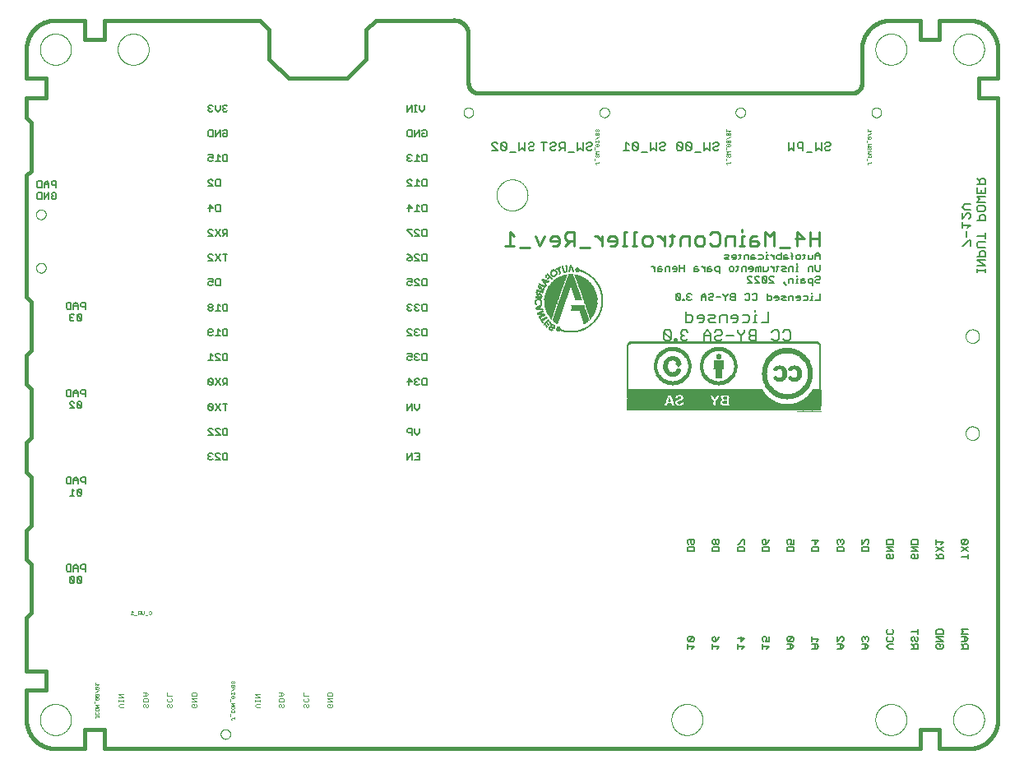
<source format=gbo>
G75*
%MOIN*%
%OFA0B0*%
%FSLAX25Y25*%
%IPPOS*%
%LPD*%
%AMOC8*
5,1,8,0,0,1.08239X$1,22.5*
%
%ADD10C,0.00000*%
%ADD11C,0.00400*%
%ADD12C,0.00200*%
%ADD13C,0.01600*%
%ADD14C,0.00500*%
%ADD15C,0.00600*%
%ADD16C,0.00800*%
%ADD17R,0.78268X0.00079*%
%ADD18R,0.78425X0.00079*%
%ADD19R,0.78583X0.00079*%
%ADD20R,0.78740X0.00079*%
%ADD21R,0.57402X0.00079*%
%ADD22R,0.21260X0.00079*%
%ADD23R,0.57008X0.00079*%
%ADD24R,0.20866X0.00079*%
%ADD25R,0.37323X0.00079*%
%ADD26R,0.02913X0.00079*%
%ADD27R,0.12992X0.00079*%
%ADD28R,0.01102X0.00079*%
%ADD29R,0.02283X0.00079*%
%ADD30R,0.15197X0.00079*%
%ADD31R,0.02598X0.00079*%
%ADD32R,0.12756X0.00079*%
%ADD33R,0.00866X0.00079*%
%ADD34R,0.02126X0.00079*%
%ADD35R,0.02520X0.00079*%
%ADD36R,0.12598X0.00079*%
%ADD37R,0.00787X0.00079*%
%ADD38R,0.12441X0.00079*%
%ADD39R,0.00630X0.00079*%
%ADD40R,0.02205X0.00079*%
%ADD41R,0.12362X0.00079*%
%ADD42R,0.00709X0.00079*%
%ADD43R,0.02047X0.00079*%
%ADD44R,0.15276X0.00079*%
%ADD45R,0.12283X0.00079*%
%ADD46R,0.13228X0.00079*%
%ADD47R,0.23150X0.00079*%
%ADD48R,0.12205X0.00079*%
%ADD49R,0.01890X0.00079*%
%ADD50R,0.22520X0.00079*%
%ADD51R,0.01969X0.00079*%
%ADD52R,0.00551X0.00079*%
%ADD53R,0.01811X0.00079*%
%ADD54R,0.15354X0.00079*%
%ADD55R,0.11654X0.00079*%
%ADD56R,0.21575X0.00079*%
%ADD57R,0.12126X0.00079*%
%ADD58R,0.00472X0.00079*%
%ADD59R,0.11417X0.00079*%
%ADD60R,0.21339X0.00079*%
%ADD61R,0.12047X0.00079*%
%ADD62R,0.00945X0.00079*%
%ADD63R,0.15433X0.00079*%
%ADD64R,0.11024X0.00079*%
%ADD65R,0.20945X0.00079*%
%ADD66R,0.01339X0.00079*%
%ADD67R,0.01260X0.00079*%
%ADD68R,0.01654X0.00079*%
%ADD69R,0.10630X0.00079*%
%ADD70R,0.20551X0.00079*%
%ADD71R,0.01575X0.00079*%
%ADD72R,0.11969X0.00079*%
%ADD73R,0.01417X0.00079*%
%ADD74R,0.10394X0.00079*%
%ADD75R,0.20394X0.00079*%
%ADD76R,0.10079X0.00079*%
%ADD77R,0.20000X0.00079*%
%ADD78R,0.15512X0.00079*%
%ADD79R,0.09921X0.00079*%
%ADD80R,0.19921X0.00079*%
%ADD81R,0.01732X0.00079*%
%ADD82R,0.15591X0.00079*%
%ADD83R,0.09685X0.00079*%
%ADD84R,0.19606X0.00079*%
%ADD85R,0.09449X0.00079*%
%ADD86R,0.19370X0.00079*%
%ADD87R,0.09291X0.00079*%
%ADD88R,0.19291X0.00079*%
%ADD89R,0.15669X0.00079*%
%ADD90R,0.09055X0.00079*%
%ADD91R,0.18976X0.00079*%
%ADD92R,0.14488X0.00079*%
%ADD93R,0.08898X0.00079*%
%ADD94R,0.18819X0.00079*%
%ADD95R,0.14409X0.00079*%
%ADD96R,0.08740X0.00079*%
%ADD97R,0.18661X0.00079*%
%ADD98R,0.14173X0.00079*%
%ADD99R,0.15748X0.00079*%
%ADD100R,0.08583X0.00079*%
%ADD101R,0.18504X0.00079*%
%ADD102R,0.14016X0.00079*%
%ADD103R,0.08504X0.00079*%
%ADD104R,0.18425X0.00079*%
%ADD105R,0.01496X0.00079*%
%ADD106R,0.13701X0.00079*%
%ADD107R,0.15827X0.00079*%
%ADD108R,0.08268X0.00079*%
%ADD109R,0.18189X0.00079*%
%ADD110R,0.01181X0.00079*%
%ADD111R,0.13386X0.00079*%
%ADD112R,0.01024X0.00079*%
%ADD113R,0.08189X0.00079*%
%ADD114R,0.18110X0.00079*%
%ADD115R,0.13071X0.00079*%
%ADD116R,0.07953X0.00079*%
%ADD117R,0.17874X0.00079*%
%ADD118R,0.12677X0.00079*%
%ADD119R,0.07795X0.00079*%
%ADD120R,0.17717X0.00079*%
%ADD121R,0.12520X0.00079*%
%ADD122R,0.15906X0.00079*%
%ADD123R,0.07717X0.00079*%
%ADD124R,0.17638X0.00079*%
%ADD125R,0.07559X0.00079*%
%ADD126R,0.17480X0.00079*%
%ADD127R,0.15984X0.00079*%
%ADD128R,0.07480X0.00079*%
%ADD129R,0.17402X0.00079*%
%ADD130R,0.07323X0.00079*%
%ADD131R,0.17244X0.00079*%
%ADD132R,0.11890X0.00079*%
%ADD133R,0.07244X0.00079*%
%ADD134R,0.17165X0.00079*%
%ADD135R,0.11811X0.00079*%
%ADD136R,0.16063X0.00079*%
%ADD137R,0.07165X0.00079*%
%ADD138R,0.17087X0.00079*%
%ADD139R,0.07008X0.00079*%
%ADD140R,0.16929X0.00079*%
%ADD141R,0.11496X0.00079*%
%ADD142R,0.02756X0.00079*%
%ADD143R,0.06929X0.00079*%
%ADD144R,0.16850X0.00079*%
%ADD145R,0.02992X0.00079*%
%ADD146R,0.00394X0.00079*%
%ADD147R,0.16142X0.00079*%
%ADD148R,0.06772X0.00079*%
%ADD149R,0.03150X0.00079*%
%ADD150R,0.16693X0.00079*%
%ADD151R,0.00157X0.00079*%
%ADD152R,0.03307X0.00079*%
%ADD153R,0.00315X0.00079*%
%ADD154R,0.16220X0.00079*%
%ADD155R,0.06693X0.00079*%
%ADD156R,0.03937X0.00079*%
%ADD157R,0.16614X0.00079*%
%ADD158R,0.03465X0.00079*%
%ADD159R,0.00236X0.00079*%
%ADD160R,0.06614X0.00079*%
%ADD161R,0.04882X0.00079*%
%ADD162R,0.16535X0.00079*%
%ADD163R,0.11260X0.00079*%
%ADD164R,0.03622X0.00079*%
%ADD165R,0.06457X0.00079*%
%ADD166R,0.05512X0.00079*%
%ADD167R,0.16378X0.00079*%
%ADD168R,0.11181X0.00079*%
%ADD169R,0.06378X0.00079*%
%ADD170R,0.05827X0.00079*%
%ADD171R,0.16299X0.00079*%
%ADD172R,0.00079X0.00079*%
%ADD173R,0.06299X0.00079*%
%ADD174R,0.06220X0.00079*%
%ADD175R,0.11102X0.00079*%
%ADD176R,0.06142X0.00079*%
%ADD177R,0.07402X0.00079*%
%ADD178R,0.05984X0.00079*%
%ADD179R,0.05906X0.00079*%
%ADD180R,0.08031X0.00079*%
%ADD181R,0.16457X0.00079*%
%ADD182R,0.10945X0.00079*%
%ADD183R,0.05748X0.00079*%
%ADD184R,0.05669X0.00079*%
%ADD185R,0.09213X0.00079*%
%ADD186R,0.05591X0.00079*%
%ADD187R,0.05433X0.00079*%
%ADD188R,0.05354X0.00079*%
%ADD189R,0.10236X0.00079*%
%ADD190R,0.05276X0.00079*%
%ADD191R,0.10551X0.00079*%
%ADD192R,0.02362X0.00079*%
%ADD193R,0.05197X0.00079*%
%ADD194R,0.10787X0.00079*%
%ADD195R,0.15118X0.00079*%
%ADD196R,0.05118X0.00079*%
%ADD197R,0.15039X0.00079*%
%ADD198R,0.11339X0.00079*%
%ADD199R,0.16772X0.00079*%
%ADD200R,0.05039X0.00079*%
%ADD201R,0.34488X0.00079*%
%ADD202R,0.20787X0.00079*%
%ADD203R,0.34803X0.00079*%
%ADD204R,0.04961X0.00079*%
%ADD205R,0.11732X0.00079*%
%ADD206R,0.56299X0.00079*%
%ADD207R,0.56220X0.00079*%
%ADD208R,0.04803X0.00079*%
%ADD209R,0.56142X0.00079*%
%ADD210R,0.04724X0.00079*%
%ADD211R,0.04252X0.00079*%
%ADD212R,0.04409X0.00079*%
%ADD213R,0.56063X0.00079*%
%ADD214R,0.04646X0.00079*%
%ADD215R,0.04173X0.00079*%
%ADD216R,0.55984X0.00079*%
%ADD217R,0.04567X0.00079*%
%ADD218R,0.04016X0.00079*%
%ADD219R,0.55906X0.00079*%
%ADD220R,0.04488X0.00079*%
%ADD221R,0.03858X0.00079*%
%ADD222R,0.03780X0.00079*%
%ADD223R,0.55827X0.00079*%
%ADD224R,0.03543X0.00079*%
%ADD225R,0.55748X0.00079*%
%ADD226R,0.04331X0.00079*%
%ADD227R,0.55669X0.00079*%
%ADD228R,0.03386X0.00079*%
%ADD229R,0.55591X0.00079*%
%ADD230R,0.55512X0.00079*%
%ADD231R,0.03228X0.00079*%
%ADD232R,0.04094X0.00079*%
%ADD233R,0.55433X0.00079*%
%ADD234R,0.55354X0.00079*%
%ADD235R,0.03071X0.00079*%
%ADD236R,0.55276X0.00079*%
%ADD237R,0.55197X0.00079*%
%ADD238R,0.02835X0.00079*%
%ADD239R,0.55118X0.00079*%
%ADD240R,0.03701X0.00079*%
%ADD241R,0.55039X0.00079*%
%ADD242R,0.54961X0.00079*%
%ADD243R,0.54882X0.00079*%
%ADD244R,0.54803X0.00079*%
%ADD245R,0.02677X0.00079*%
%ADD246R,0.02441X0.00079*%
%ADD247R,0.06535X0.00079*%
%ADD248R,0.07087X0.00079*%
%ADD249R,0.08661X0.00079*%
%ADD250R,0.11575X0.00079*%
%ADD251R,0.10000X0.00079*%
%ADD252R,0.09843X0.00079*%
%ADD253R,0.08425X0.00079*%
%ADD254R,0.08346X0.00079*%
%ADD255R,0.07874X0.00079*%
%ADD256R,0.78110X0.00079*%
%ADD257R,0.77953X0.00079*%
%ADD258R,0.77795X0.00079*%
%ADD259R,0.77638X0.00079*%
%ADD260R,0.77480X0.00079*%
%ADD261R,0.77165X0.00079*%
%ADD262R,0.76850X0.00079*%
%ADD263R,0.76378X0.00079*%
%ADD264C,0.01000*%
%ADD265R,0.01516X0.00028*%
%ADD266R,0.02260X0.00028*%
%ADD267R,0.02949X0.00028*%
%ADD268R,0.03390X0.00028*%
%ADD269R,0.03776X0.00028*%
%ADD270R,0.04106X0.00028*%
%ADD271R,0.04437X0.00028*%
%ADD272R,0.04713X0.00028*%
%ADD273R,0.04988X0.00028*%
%ADD274R,0.05264X0.00028*%
%ADD275R,0.05594X0.00028*%
%ADD276R,0.05815X0.00028*%
%ADD277R,0.06035X0.00028*%
%ADD278R,0.06256X0.00028*%
%ADD279R,0.06476X0.00028*%
%ADD280R,0.02783X0.00028*%
%ADD281R,0.02756X0.00028*%
%ADD282R,0.02453X0.00028*%
%ADD283R,0.02287X0.00028*%
%ADD284R,0.02122X0.00028*%
%ADD285R,0.00331X0.00028*%
%ADD286R,0.02012X0.00028*%
%ADD287R,0.00524X0.00028*%
%ADD288R,0.01846X0.00028*%
%ADD289R,0.01874X0.00028*%
%ADD290R,0.00661X0.00028*%
%ADD291R,0.01791X0.00028*%
%ADD292R,0.00772X0.00028*%
%ADD293R,0.01709X0.00028*%
%ADD294R,0.00882X0.00028*%
%ADD295R,0.01654X0.00028*%
%ADD296R,0.00937X0.00028*%
%ADD297R,0.01626X0.00028*%
%ADD298R,0.01047X0.00028*%
%ADD299R,0.01598X0.00028*%
%ADD300R,0.01130X0.00028*%
%ADD301R,0.00551X0.00028*%
%ADD302R,0.01543X0.00028*%
%ADD303R,0.01213X0.00028*%
%ADD304R,0.00689X0.00028*%
%ADD305R,0.01461X0.00028*%
%ADD306R,0.01240X0.00028*%
%ADD307R,0.01295X0.00028*%
%ADD308R,0.00854X0.00028*%
%ADD309R,0.01406X0.00028*%
%ADD310R,0.01323X0.00028*%
%ADD311R,0.01378X0.00028*%
%ADD312R,0.02701X0.00028*%
%ADD313R,0.00992X0.00028*%
%ADD314R,0.01350X0.00028*%
%ADD315R,0.02646X0.00028*%
%ADD316R,0.02535X0.00028*%
%ADD317R,0.02480X0.00028*%
%ADD318R,0.01020X0.00028*%
%ADD319R,0.02425X0.00028*%
%ADD320R,0.01268X0.00028*%
%ADD321R,0.02315X0.00028*%
%ADD322R,0.00965X0.00028*%
%ADD323R,0.02232X0.00028*%
%ADD324R,0.00909X0.00028*%
%ADD325R,0.00028X0.00028*%
%ADD326R,0.02177X0.00028*%
%ADD327R,0.00110X0.00028*%
%ADD328R,0.01185X0.00028*%
%ADD329R,0.02094X0.00028*%
%ADD330R,0.00799X0.00028*%
%ADD331R,0.00165X0.00028*%
%ADD332R,0.02039X0.00028*%
%ADD333R,0.00220X0.00028*%
%ADD334R,0.01157X0.00028*%
%ADD335R,0.01957X0.00028*%
%ADD336R,0.00717X0.00028*%
%ADD337R,0.00276X0.00028*%
%ADD338R,0.00634X0.00028*%
%ADD339R,0.00303X0.00028*%
%ADD340R,0.01819X0.00028*%
%ADD341R,0.00579X0.00028*%
%ADD342R,0.00358X0.00028*%
%ADD343R,0.01102X0.00028*%
%ADD344R,0.01736X0.00028*%
%ADD345R,0.00496X0.00028*%
%ADD346R,0.00386X0.00028*%
%ADD347R,0.01075X0.00028*%
%ADD348R,0.00469X0.00028*%
%ADD349R,0.00413X0.00028*%
%ADD350R,0.00055X0.00028*%
%ADD351R,0.00083X0.00028*%
%ADD352R,0.00606X0.00028*%
%ADD353R,0.00138X0.00028*%
%ADD354R,0.01681X0.00028*%
%ADD355R,0.00744X0.00028*%
%ADD356R,0.01488X0.00028*%
%ADD357R,0.01433X0.00028*%
%ADD358R,0.00827X0.00028*%
%ADD359R,0.00193X0.00028*%
%ADD360R,0.00441X0.00028*%
%ADD361R,0.00248X0.00028*%
%ADD362R,0.01571X0.00028*%
%ADD363R,0.01764X0.00028*%
%ADD364R,0.01929X0.00028*%
%ADD365R,0.01984X0.00028*%
%ADD366R,0.02067X0.00028*%
%ADD367R,0.02150X0.00028*%
%ADD368R,0.02205X0.00028*%
%ADD369R,0.02398X0.00028*%
%ADD370R,0.01902X0.00028*%
%ADD371R,0.02343X0.00028*%
%ADD372R,0.02370X0.00028*%
%ADD373R,0.02508X0.00028*%
%ADD374R,0.02563X0.00028*%
%ADD375R,0.02591X0.00028*%
%ADD376R,0.02618X0.00028*%
%ADD377R,0.02673X0.00028*%
%ADD378R,0.02728X0.00028*%
%ADD379R,0.02811X0.00028*%
%ADD380R,0.02839X0.00028*%
%ADD381R,0.02866X0.00028*%
%ADD382R,0.02894X0.00028*%
%ADD383R,0.02921X0.00028*%
%ADD384R,0.03004X0.00028*%
%ADD385R,0.03031X0.00028*%
%ADD386R,0.03059X0.00028*%
%ADD387R,0.03087X0.00028*%
%ADD388R,0.03114X0.00028*%
%ADD389R,0.03142X0.00028*%
%ADD390R,0.03169X0.00028*%
%ADD391R,0.03197X0.00028*%
%ADD392R,0.03224X0.00028*%
%ADD393R,0.03252X0.00028*%
%ADD394R,0.03280X0.00028*%
%ADD395R,0.03307X0.00028*%
%ADD396R,0.03335X0.00028*%
%ADD397R,0.03362X0.00028*%
%ADD398R,0.03417X0.00028*%
%ADD399R,0.03445X0.00028*%
%ADD400R,0.03472X0.00028*%
%ADD401R,0.03500X0.00028*%
%ADD402R,0.05732X0.00028*%
%ADD403R,0.05705X0.00028*%
%ADD404R,0.03528X0.00028*%
%ADD405R,0.05677X0.00028*%
%ADD406R,0.03555X0.00028*%
%ADD407R,0.03583X0.00028*%
%ADD408R,0.03610X0.00028*%
%ADD409R,0.05650X0.00028*%
%ADD410R,0.03638X0.00028*%
%ADD411R,0.03665X0.00028*%
%ADD412R,0.05622X0.00028*%
%ADD413R,0.03693X0.00028*%
%ADD414R,0.03720X0.00028*%
%ADD415R,0.03748X0.00028*%
%ADD416R,0.05567X0.00028*%
%ADD417R,0.03803X0.00028*%
%ADD418R,0.05539X0.00028*%
%ADD419R,0.03831X0.00028*%
%ADD420R,0.03858X0.00028*%
%ADD421R,0.03886X0.00028*%
%ADD422R,0.05512X0.00028*%
%ADD423R,0.03913X0.00028*%
%ADD424R,0.05484X0.00028*%
%ADD425R,0.03941X0.00028*%
%ADD426R,0.03969X0.00028*%
%ADD427R,0.05457X0.00028*%
%ADD428R,0.03996X0.00028*%
%ADD429R,0.04024X0.00028*%
%ADD430R,0.05429X0.00028*%
%ADD431R,0.04051X0.00028*%
%ADD432R,0.04079X0.00028*%
%ADD433R,0.05402X0.00028*%
%ADD434R,0.04134X0.00028*%
%ADD435R,0.05374X0.00028*%
%ADD436R,0.04161X0.00028*%
%ADD437R,0.05346X0.00028*%
%ADD438R,0.04189X0.00028*%
%ADD439R,0.04217X0.00028*%
%ADD440R,0.05319X0.00028*%
%ADD441R,0.04244X0.00028*%
%ADD442R,0.04272X0.00028*%
%ADD443R,0.05291X0.00028*%
%ADD444R,0.04299X0.00028*%
%ADD445R,0.04327X0.00028*%
%ADD446R,0.04354X0.00028*%
%ADD447R,0.05236X0.00028*%
%ADD448R,0.04382X0.00028*%
%ADD449R,0.04409X0.00028*%
%ADD450R,0.05209X0.00028*%
%ADD451R,0.04465X0.00028*%
%ADD452R,0.05181X0.00028*%
%ADD453R,0.04492X0.00028*%
%ADD454R,0.05154X0.00028*%
%ADD455R,0.04520X0.00028*%
%ADD456R,0.04547X0.00028*%
%ADD457R,0.05126X0.00028*%
%ADD458R,0.04575X0.00028*%
%ADD459R,0.05098X0.00028*%
%ADD460R,0.04602X0.00028*%
%ADD461R,0.04630X0.00028*%
%ADD462R,0.05071X0.00028*%
%ADD463R,0.04657X0.00028*%
%ADD464R,0.05043X0.00028*%
%ADD465R,0.04685X0.00028*%
%ADD466R,0.05016X0.00028*%
%ADD467R,0.04740X0.00028*%
%ADD468R,0.04768X0.00028*%
%ADD469R,0.04795X0.00028*%
%ADD470R,0.04823X0.00028*%
%ADD471R,0.04850X0.00028*%
%ADD472R,0.04878X0.00028*%
%ADD473R,0.04906X0.00028*%
%ADD474R,0.04933X0.00028*%
%ADD475R,0.04961X0.00028*%
%ADD476R,0.05760X0.00028*%
%ADD477R,0.05787X0.00028*%
%ADD478R,0.05843X0.00028*%
%ADD479R,0.05870X0.00028*%
%ADD480R,0.05898X0.00028*%
%ADD481R,0.05925X0.00028*%
%ADD482R,0.05953X0.00028*%
%ADD483R,0.05980X0.00028*%
%ADD484R,0.06008X0.00028*%
%ADD485R,0.06063X0.00028*%
%ADD486R,0.06091X0.00028*%
%ADD487R,0.06118X0.00028*%
%ADD488R,0.06146X0.00028*%
%ADD489R,0.02976X0.00028*%
D10*
X0051847Y0030793D02*
X0051849Y0030951D01*
X0051855Y0031109D01*
X0051865Y0031267D01*
X0051879Y0031425D01*
X0051897Y0031582D01*
X0051918Y0031739D01*
X0051944Y0031895D01*
X0051974Y0032051D01*
X0052007Y0032206D01*
X0052045Y0032359D01*
X0052086Y0032512D01*
X0052131Y0032664D01*
X0052180Y0032815D01*
X0052233Y0032964D01*
X0052289Y0033112D01*
X0052349Y0033258D01*
X0052413Y0033403D01*
X0052481Y0033546D01*
X0052552Y0033688D01*
X0052626Y0033828D01*
X0052704Y0033965D01*
X0052786Y0034101D01*
X0052870Y0034235D01*
X0052959Y0034366D01*
X0053050Y0034495D01*
X0053145Y0034622D01*
X0053242Y0034747D01*
X0053343Y0034869D01*
X0053447Y0034988D01*
X0053554Y0035105D01*
X0053664Y0035219D01*
X0053777Y0035330D01*
X0053892Y0035439D01*
X0054010Y0035544D01*
X0054131Y0035646D01*
X0054254Y0035746D01*
X0054380Y0035842D01*
X0054508Y0035935D01*
X0054638Y0036025D01*
X0054771Y0036111D01*
X0054906Y0036195D01*
X0055042Y0036274D01*
X0055181Y0036351D01*
X0055322Y0036423D01*
X0055464Y0036493D01*
X0055608Y0036558D01*
X0055754Y0036620D01*
X0055901Y0036678D01*
X0056050Y0036733D01*
X0056200Y0036784D01*
X0056351Y0036831D01*
X0056503Y0036874D01*
X0056656Y0036913D01*
X0056811Y0036949D01*
X0056966Y0036980D01*
X0057122Y0037008D01*
X0057278Y0037032D01*
X0057435Y0037052D01*
X0057593Y0037068D01*
X0057750Y0037080D01*
X0057909Y0037088D01*
X0058067Y0037092D01*
X0058225Y0037092D01*
X0058383Y0037088D01*
X0058542Y0037080D01*
X0058699Y0037068D01*
X0058857Y0037052D01*
X0059014Y0037032D01*
X0059170Y0037008D01*
X0059326Y0036980D01*
X0059481Y0036949D01*
X0059636Y0036913D01*
X0059789Y0036874D01*
X0059941Y0036831D01*
X0060092Y0036784D01*
X0060242Y0036733D01*
X0060391Y0036678D01*
X0060538Y0036620D01*
X0060684Y0036558D01*
X0060828Y0036493D01*
X0060970Y0036423D01*
X0061111Y0036351D01*
X0061250Y0036274D01*
X0061386Y0036195D01*
X0061521Y0036111D01*
X0061654Y0036025D01*
X0061784Y0035935D01*
X0061912Y0035842D01*
X0062038Y0035746D01*
X0062161Y0035646D01*
X0062282Y0035544D01*
X0062400Y0035439D01*
X0062515Y0035330D01*
X0062628Y0035219D01*
X0062738Y0035105D01*
X0062845Y0034988D01*
X0062949Y0034869D01*
X0063050Y0034747D01*
X0063147Y0034622D01*
X0063242Y0034495D01*
X0063333Y0034366D01*
X0063422Y0034235D01*
X0063506Y0034101D01*
X0063588Y0033965D01*
X0063666Y0033828D01*
X0063740Y0033688D01*
X0063811Y0033546D01*
X0063879Y0033403D01*
X0063943Y0033258D01*
X0064003Y0033112D01*
X0064059Y0032964D01*
X0064112Y0032815D01*
X0064161Y0032664D01*
X0064206Y0032512D01*
X0064247Y0032359D01*
X0064285Y0032206D01*
X0064318Y0032051D01*
X0064348Y0031895D01*
X0064374Y0031739D01*
X0064395Y0031582D01*
X0064413Y0031425D01*
X0064427Y0031267D01*
X0064437Y0031109D01*
X0064443Y0030951D01*
X0064445Y0030793D01*
X0064443Y0030635D01*
X0064437Y0030477D01*
X0064427Y0030319D01*
X0064413Y0030161D01*
X0064395Y0030004D01*
X0064374Y0029847D01*
X0064348Y0029691D01*
X0064318Y0029535D01*
X0064285Y0029380D01*
X0064247Y0029227D01*
X0064206Y0029074D01*
X0064161Y0028922D01*
X0064112Y0028771D01*
X0064059Y0028622D01*
X0064003Y0028474D01*
X0063943Y0028328D01*
X0063879Y0028183D01*
X0063811Y0028040D01*
X0063740Y0027898D01*
X0063666Y0027758D01*
X0063588Y0027621D01*
X0063506Y0027485D01*
X0063422Y0027351D01*
X0063333Y0027220D01*
X0063242Y0027091D01*
X0063147Y0026964D01*
X0063050Y0026839D01*
X0062949Y0026717D01*
X0062845Y0026598D01*
X0062738Y0026481D01*
X0062628Y0026367D01*
X0062515Y0026256D01*
X0062400Y0026147D01*
X0062282Y0026042D01*
X0062161Y0025940D01*
X0062038Y0025840D01*
X0061912Y0025744D01*
X0061784Y0025651D01*
X0061654Y0025561D01*
X0061521Y0025475D01*
X0061386Y0025391D01*
X0061250Y0025312D01*
X0061111Y0025235D01*
X0060970Y0025163D01*
X0060828Y0025093D01*
X0060684Y0025028D01*
X0060538Y0024966D01*
X0060391Y0024908D01*
X0060242Y0024853D01*
X0060092Y0024802D01*
X0059941Y0024755D01*
X0059789Y0024712D01*
X0059636Y0024673D01*
X0059481Y0024637D01*
X0059326Y0024606D01*
X0059170Y0024578D01*
X0059014Y0024554D01*
X0058857Y0024534D01*
X0058699Y0024518D01*
X0058542Y0024506D01*
X0058383Y0024498D01*
X0058225Y0024494D01*
X0058067Y0024494D01*
X0057909Y0024498D01*
X0057750Y0024506D01*
X0057593Y0024518D01*
X0057435Y0024534D01*
X0057278Y0024554D01*
X0057122Y0024578D01*
X0056966Y0024606D01*
X0056811Y0024637D01*
X0056656Y0024673D01*
X0056503Y0024712D01*
X0056351Y0024755D01*
X0056200Y0024802D01*
X0056050Y0024853D01*
X0055901Y0024908D01*
X0055754Y0024966D01*
X0055608Y0025028D01*
X0055464Y0025093D01*
X0055322Y0025163D01*
X0055181Y0025235D01*
X0055042Y0025312D01*
X0054906Y0025391D01*
X0054771Y0025475D01*
X0054638Y0025561D01*
X0054508Y0025651D01*
X0054380Y0025744D01*
X0054254Y0025840D01*
X0054131Y0025940D01*
X0054010Y0026042D01*
X0053892Y0026147D01*
X0053777Y0026256D01*
X0053664Y0026367D01*
X0053554Y0026481D01*
X0053447Y0026598D01*
X0053343Y0026717D01*
X0053242Y0026839D01*
X0053145Y0026964D01*
X0053050Y0027091D01*
X0052959Y0027220D01*
X0052870Y0027351D01*
X0052786Y0027485D01*
X0052704Y0027621D01*
X0052626Y0027758D01*
X0052552Y0027898D01*
X0052481Y0028040D01*
X0052413Y0028183D01*
X0052349Y0028328D01*
X0052289Y0028474D01*
X0052233Y0028622D01*
X0052180Y0028771D01*
X0052131Y0028922D01*
X0052086Y0029074D01*
X0052045Y0029227D01*
X0052007Y0029380D01*
X0051974Y0029535D01*
X0051944Y0029691D01*
X0051918Y0029847D01*
X0051897Y0030004D01*
X0051879Y0030161D01*
X0051865Y0030319D01*
X0051855Y0030477D01*
X0051849Y0030635D01*
X0051847Y0030793D01*
X0125074Y0024887D02*
X0125076Y0024975D01*
X0125082Y0025063D01*
X0125092Y0025151D01*
X0125106Y0025239D01*
X0125123Y0025325D01*
X0125145Y0025411D01*
X0125170Y0025495D01*
X0125200Y0025579D01*
X0125232Y0025661D01*
X0125269Y0025741D01*
X0125309Y0025820D01*
X0125353Y0025897D01*
X0125400Y0025972D01*
X0125450Y0026044D01*
X0125504Y0026115D01*
X0125560Y0026182D01*
X0125620Y0026248D01*
X0125682Y0026310D01*
X0125748Y0026370D01*
X0125815Y0026426D01*
X0125886Y0026480D01*
X0125958Y0026530D01*
X0126033Y0026577D01*
X0126110Y0026621D01*
X0126189Y0026661D01*
X0126269Y0026698D01*
X0126351Y0026730D01*
X0126435Y0026760D01*
X0126519Y0026785D01*
X0126605Y0026807D01*
X0126691Y0026824D01*
X0126779Y0026838D01*
X0126867Y0026848D01*
X0126955Y0026854D01*
X0127043Y0026856D01*
X0127131Y0026854D01*
X0127219Y0026848D01*
X0127307Y0026838D01*
X0127395Y0026824D01*
X0127481Y0026807D01*
X0127567Y0026785D01*
X0127651Y0026760D01*
X0127735Y0026730D01*
X0127817Y0026698D01*
X0127897Y0026661D01*
X0127976Y0026621D01*
X0128053Y0026577D01*
X0128128Y0026530D01*
X0128200Y0026480D01*
X0128271Y0026426D01*
X0128338Y0026370D01*
X0128404Y0026310D01*
X0128466Y0026248D01*
X0128526Y0026182D01*
X0128582Y0026115D01*
X0128636Y0026044D01*
X0128686Y0025972D01*
X0128733Y0025897D01*
X0128777Y0025820D01*
X0128817Y0025741D01*
X0128854Y0025661D01*
X0128886Y0025579D01*
X0128916Y0025495D01*
X0128941Y0025411D01*
X0128963Y0025325D01*
X0128980Y0025239D01*
X0128994Y0025151D01*
X0129004Y0025063D01*
X0129010Y0024975D01*
X0129012Y0024887D01*
X0129010Y0024799D01*
X0129004Y0024711D01*
X0128994Y0024623D01*
X0128980Y0024535D01*
X0128963Y0024449D01*
X0128941Y0024363D01*
X0128916Y0024279D01*
X0128886Y0024195D01*
X0128854Y0024113D01*
X0128817Y0024033D01*
X0128777Y0023954D01*
X0128733Y0023877D01*
X0128686Y0023802D01*
X0128636Y0023730D01*
X0128582Y0023659D01*
X0128526Y0023592D01*
X0128466Y0023526D01*
X0128404Y0023464D01*
X0128338Y0023404D01*
X0128271Y0023348D01*
X0128200Y0023294D01*
X0128128Y0023244D01*
X0128053Y0023197D01*
X0127976Y0023153D01*
X0127897Y0023113D01*
X0127817Y0023076D01*
X0127735Y0023044D01*
X0127651Y0023014D01*
X0127567Y0022989D01*
X0127481Y0022967D01*
X0127395Y0022950D01*
X0127307Y0022936D01*
X0127219Y0022926D01*
X0127131Y0022920D01*
X0127043Y0022918D01*
X0126955Y0022920D01*
X0126867Y0022926D01*
X0126779Y0022936D01*
X0126691Y0022950D01*
X0126605Y0022967D01*
X0126519Y0022989D01*
X0126435Y0023014D01*
X0126351Y0023044D01*
X0126269Y0023076D01*
X0126189Y0023113D01*
X0126110Y0023153D01*
X0126033Y0023197D01*
X0125958Y0023244D01*
X0125886Y0023294D01*
X0125815Y0023348D01*
X0125748Y0023404D01*
X0125682Y0023464D01*
X0125620Y0023526D01*
X0125560Y0023592D01*
X0125504Y0023659D01*
X0125450Y0023730D01*
X0125400Y0023802D01*
X0125353Y0023877D01*
X0125309Y0023954D01*
X0125269Y0024033D01*
X0125232Y0024113D01*
X0125200Y0024195D01*
X0125170Y0024279D01*
X0125145Y0024363D01*
X0125123Y0024449D01*
X0125106Y0024535D01*
X0125092Y0024623D01*
X0125082Y0024711D01*
X0125076Y0024799D01*
X0125074Y0024887D01*
X0125076Y0024975D01*
X0125082Y0025063D01*
X0125092Y0025151D01*
X0125106Y0025239D01*
X0125123Y0025325D01*
X0125145Y0025411D01*
X0125170Y0025495D01*
X0125200Y0025579D01*
X0125232Y0025661D01*
X0125269Y0025741D01*
X0125309Y0025820D01*
X0125353Y0025897D01*
X0125400Y0025972D01*
X0125450Y0026044D01*
X0125504Y0026115D01*
X0125560Y0026182D01*
X0125620Y0026248D01*
X0125682Y0026310D01*
X0125748Y0026370D01*
X0125815Y0026426D01*
X0125886Y0026480D01*
X0125958Y0026530D01*
X0126033Y0026577D01*
X0126110Y0026621D01*
X0126189Y0026661D01*
X0126269Y0026698D01*
X0126351Y0026730D01*
X0126435Y0026760D01*
X0126519Y0026785D01*
X0126605Y0026807D01*
X0126691Y0026824D01*
X0126779Y0026838D01*
X0126867Y0026848D01*
X0126955Y0026854D01*
X0127043Y0026856D01*
X0127131Y0026854D01*
X0127219Y0026848D01*
X0127307Y0026838D01*
X0127395Y0026824D01*
X0127481Y0026807D01*
X0127567Y0026785D01*
X0127651Y0026760D01*
X0127735Y0026730D01*
X0127817Y0026698D01*
X0127897Y0026661D01*
X0127976Y0026621D01*
X0128053Y0026577D01*
X0128128Y0026530D01*
X0128200Y0026480D01*
X0128271Y0026426D01*
X0128338Y0026370D01*
X0128404Y0026310D01*
X0128466Y0026248D01*
X0128526Y0026182D01*
X0128582Y0026115D01*
X0128636Y0026044D01*
X0128686Y0025972D01*
X0128733Y0025897D01*
X0128777Y0025820D01*
X0128817Y0025741D01*
X0128854Y0025661D01*
X0128886Y0025579D01*
X0128916Y0025495D01*
X0128941Y0025411D01*
X0128963Y0025325D01*
X0128980Y0025239D01*
X0128994Y0025151D01*
X0129004Y0025063D01*
X0129010Y0024975D01*
X0129012Y0024887D01*
X0129010Y0024799D01*
X0129004Y0024711D01*
X0128994Y0024623D01*
X0128980Y0024535D01*
X0128963Y0024449D01*
X0128941Y0024363D01*
X0128916Y0024279D01*
X0128886Y0024195D01*
X0128854Y0024113D01*
X0128817Y0024033D01*
X0128777Y0023954D01*
X0128733Y0023877D01*
X0128686Y0023802D01*
X0128636Y0023730D01*
X0128582Y0023659D01*
X0128526Y0023592D01*
X0128466Y0023526D01*
X0128404Y0023464D01*
X0128338Y0023404D01*
X0128271Y0023348D01*
X0128200Y0023294D01*
X0128128Y0023244D01*
X0128053Y0023197D01*
X0127976Y0023153D01*
X0127897Y0023113D01*
X0127817Y0023076D01*
X0127735Y0023044D01*
X0127651Y0023014D01*
X0127567Y0022989D01*
X0127481Y0022967D01*
X0127395Y0022950D01*
X0127307Y0022936D01*
X0127219Y0022926D01*
X0127131Y0022920D01*
X0127043Y0022918D01*
X0126955Y0022920D01*
X0126867Y0022926D01*
X0126779Y0022936D01*
X0126691Y0022950D01*
X0126605Y0022967D01*
X0126519Y0022989D01*
X0126435Y0023014D01*
X0126351Y0023044D01*
X0126269Y0023076D01*
X0126189Y0023113D01*
X0126110Y0023153D01*
X0126033Y0023197D01*
X0125958Y0023244D01*
X0125886Y0023294D01*
X0125815Y0023348D01*
X0125748Y0023404D01*
X0125682Y0023464D01*
X0125620Y0023526D01*
X0125560Y0023592D01*
X0125504Y0023659D01*
X0125450Y0023730D01*
X0125400Y0023802D01*
X0125353Y0023877D01*
X0125309Y0023954D01*
X0125269Y0024033D01*
X0125232Y0024113D01*
X0125200Y0024195D01*
X0125170Y0024279D01*
X0125145Y0024363D01*
X0125123Y0024449D01*
X0125106Y0024535D01*
X0125092Y0024623D01*
X0125082Y0024711D01*
X0125076Y0024799D01*
X0125074Y0024887D01*
X0307752Y0030793D02*
X0307754Y0030951D01*
X0307760Y0031109D01*
X0307770Y0031267D01*
X0307784Y0031425D01*
X0307802Y0031582D01*
X0307823Y0031739D01*
X0307849Y0031895D01*
X0307879Y0032051D01*
X0307912Y0032206D01*
X0307950Y0032359D01*
X0307991Y0032512D01*
X0308036Y0032664D01*
X0308085Y0032815D01*
X0308138Y0032964D01*
X0308194Y0033112D01*
X0308254Y0033258D01*
X0308318Y0033403D01*
X0308386Y0033546D01*
X0308457Y0033688D01*
X0308531Y0033828D01*
X0308609Y0033965D01*
X0308691Y0034101D01*
X0308775Y0034235D01*
X0308864Y0034366D01*
X0308955Y0034495D01*
X0309050Y0034622D01*
X0309147Y0034747D01*
X0309248Y0034869D01*
X0309352Y0034988D01*
X0309459Y0035105D01*
X0309569Y0035219D01*
X0309682Y0035330D01*
X0309797Y0035439D01*
X0309915Y0035544D01*
X0310036Y0035646D01*
X0310159Y0035746D01*
X0310285Y0035842D01*
X0310413Y0035935D01*
X0310543Y0036025D01*
X0310676Y0036111D01*
X0310811Y0036195D01*
X0310947Y0036274D01*
X0311086Y0036351D01*
X0311227Y0036423D01*
X0311369Y0036493D01*
X0311513Y0036558D01*
X0311659Y0036620D01*
X0311806Y0036678D01*
X0311955Y0036733D01*
X0312105Y0036784D01*
X0312256Y0036831D01*
X0312408Y0036874D01*
X0312561Y0036913D01*
X0312716Y0036949D01*
X0312871Y0036980D01*
X0313027Y0037008D01*
X0313183Y0037032D01*
X0313340Y0037052D01*
X0313498Y0037068D01*
X0313655Y0037080D01*
X0313814Y0037088D01*
X0313972Y0037092D01*
X0314130Y0037092D01*
X0314288Y0037088D01*
X0314447Y0037080D01*
X0314604Y0037068D01*
X0314762Y0037052D01*
X0314919Y0037032D01*
X0315075Y0037008D01*
X0315231Y0036980D01*
X0315386Y0036949D01*
X0315541Y0036913D01*
X0315694Y0036874D01*
X0315846Y0036831D01*
X0315997Y0036784D01*
X0316147Y0036733D01*
X0316296Y0036678D01*
X0316443Y0036620D01*
X0316589Y0036558D01*
X0316733Y0036493D01*
X0316875Y0036423D01*
X0317016Y0036351D01*
X0317155Y0036274D01*
X0317291Y0036195D01*
X0317426Y0036111D01*
X0317559Y0036025D01*
X0317689Y0035935D01*
X0317817Y0035842D01*
X0317943Y0035746D01*
X0318066Y0035646D01*
X0318187Y0035544D01*
X0318305Y0035439D01*
X0318420Y0035330D01*
X0318533Y0035219D01*
X0318643Y0035105D01*
X0318750Y0034988D01*
X0318854Y0034869D01*
X0318955Y0034747D01*
X0319052Y0034622D01*
X0319147Y0034495D01*
X0319238Y0034366D01*
X0319327Y0034235D01*
X0319411Y0034101D01*
X0319493Y0033965D01*
X0319571Y0033828D01*
X0319645Y0033688D01*
X0319716Y0033546D01*
X0319784Y0033403D01*
X0319848Y0033258D01*
X0319908Y0033112D01*
X0319964Y0032964D01*
X0320017Y0032815D01*
X0320066Y0032664D01*
X0320111Y0032512D01*
X0320152Y0032359D01*
X0320190Y0032206D01*
X0320223Y0032051D01*
X0320253Y0031895D01*
X0320279Y0031739D01*
X0320300Y0031582D01*
X0320318Y0031425D01*
X0320332Y0031267D01*
X0320342Y0031109D01*
X0320348Y0030951D01*
X0320350Y0030793D01*
X0320348Y0030635D01*
X0320342Y0030477D01*
X0320332Y0030319D01*
X0320318Y0030161D01*
X0320300Y0030004D01*
X0320279Y0029847D01*
X0320253Y0029691D01*
X0320223Y0029535D01*
X0320190Y0029380D01*
X0320152Y0029227D01*
X0320111Y0029074D01*
X0320066Y0028922D01*
X0320017Y0028771D01*
X0319964Y0028622D01*
X0319908Y0028474D01*
X0319848Y0028328D01*
X0319784Y0028183D01*
X0319716Y0028040D01*
X0319645Y0027898D01*
X0319571Y0027758D01*
X0319493Y0027621D01*
X0319411Y0027485D01*
X0319327Y0027351D01*
X0319238Y0027220D01*
X0319147Y0027091D01*
X0319052Y0026964D01*
X0318955Y0026839D01*
X0318854Y0026717D01*
X0318750Y0026598D01*
X0318643Y0026481D01*
X0318533Y0026367D01*
X0318420Y0026256D01*
X0318305Y0026147D01*
X0318187Y0026042D01*
X0318066Y0025940D01*
X0317943Y0025840D01*
X0317817Y0025744D01*
X0317689Y0025651D01*
X0317559Y0025561D01*
X0317426Y0025475D01*
X0317291Y0025391D01*
X0317155Y0025312D01*
X0317016Y0025235D01*
X0316875Y0025163D01*
X0316733Y0025093D01*
X0316589Y0025028D01*
X0316443Y0024966D01*
X0316296Y0024908D01*
X0316147Y0024853D01*
X0315997Y0024802D01*
X0315846Y0024755D01*
X0315694Y0024712D01*
X0315541Y0024673D01*
X0315386Y0024637D01*
X0315231Y0024606D01*
X0315075Y0024578D01*
X0314919Y0024554D01*
X0314762Y0024534D01*
X0314604Y0024518D01*
X0314447Y0024506D01*
X0314288Y0024498D01*
X0314130Y0024494D01*
X0313972Y0024494D01*
X0313814Y0024498D01*
X0313655Y0024506D01*
X0313498Y0024518D01*
X0313340Y0024534D01*
X0313183Y0024554D01*
X0313027Y0024578D01*
X0312871Y0024606D01*
X0312716Y0024637D01*
X0312561Y0024673D01*
X0312408Y0024712D01*
X0312256Y0024755D01*
X0312105Y0024802D01*
X0311955Y0024853D01*
X0311806Y0024908D01*
X0311659Y0024966D01*
X0311513Y0025028D01*
X0311369Y0025093D01*
X0311227Y0025163D01*
X0311086Y0025235D01*
X0310947Y0025312D01*
X0310811Y0025391D01*
X0310676Y0025475D01*
X0310543Y0025561D01*
X0310413Y0025651D01*
X0310285Y0025744D01*
X0310159Y0025840D01*
X0310036Y0025940D01*
X0309915Y0026042D01*
X0309797Y0026147D01*
X0309682Y0026256D01*
X0309569Y0026367D01*
X0309459Y0026481D01*
X0309352Y0026598D01*
X0309248Y0026717D01*
X0309147Y0026839D01*
X0309050Y0026964D01*
X0308955Y0027091D01*
X0308864Y0027220D01*
X0308775Y0027351D01*
X0308691Y0027485D01*
X0308609Y0027621D01*
X0308531Y0027758D01*
X0308457Y0027898D01*
X0308386Y0028040D01*
X0308318Y0028183D01*
X0308254Y0028328D01*
X0308194Y0028474D01*
X0308138Y0028622D01*
X0308085Y0028771D01*
X0308036Y0028922D01*
X0307991Y0029074D01*
X0307950Y0029227D01*
X0307912Y0029380D01*
X0307879Y0029535D01*
X0307849Y0029691D01*
X0307823Y0029847D01*
X0307802Y0030004D01*
X0307784Y0030161D01*
X0307770Y0030319D01*
X0307760Y0030477D01*
X0307754Y0030635D01*
X0307752Y0030793D01*
X0390429Y0030793D02*
X0390431Y0030951D01*
X0390437Y0031109D01*
X0390447Y0031267D01*
X0390461Y0031425D01*
X0390479Y0031582D01*
X0390500Y0031739D01*
X0390526Y0031895D01*
X0390556Y0032051D01*
X0390589Y0032206D01*
X0390627Y0032359D01*
X0390668Y0032512D01*
X0390713Y0032664D01*
X0390762Y0032815D01*
X0390815Y0032964D01*
X0390871Y0033112D01*
X0390931Y0033258D01*
X0390995Y0033403D01*
X0391063Y0033546D01*
X0391134Y0033688D01*
X0391208Y0033828D01*
X0391286Y0033965D01*
X0391368Y0034101D01*
X0391452Y0034235D01*
X0391541Y0034366D01*
X0391632Y0034495D01*
X0391727Y0034622D01*
X0391824Y0034747D01*
X0391925Y0034869D01*
X0392029Y0034988D01*
X0392136Y0035105D01*
X0392246Y0035219D01*
X0392359Y0035330D01*
X0392474Y0035439D01*
X0392592Y0035544D01*
X0392713Y0035646D01*
X0392836Y0035746D01*
X0392962Y0035842D01*
X0393090Y0035935D01*
X0393220Y0036025D01*
X0393353Y0036111D01*
X0393488Y0036195D01*
X0393624Y0036274D01*
X0393763Y0036351D01*
X0393904Y0036423D01*
X0394046Y0036493D01*
X0394190Y0036558D01*
X0394336Y0036620D01*
X0394483Y0036678D01*
X0394632Y0036733D01*
X0394782Y0036784D01*
X0394933Y0036831D01*
X0395085Y0036874D01*
X0395238Y0036913D01*
X0395393Y0036949D01*
X0395548Y0036980D01*
X0395704Y0037008D01*
X0395860Y0037032D01*
X0396017Y0037052D01*
X0396175Y0037068D01*
X0396332Y0037080D01*
X0396491Y0037088D01*
X0396649Y0037092D01*
X0396807Y0037092D01*
X0396965Y0037088D01*
X0397124Y0037080D01*
X0397281Y0037068D01*
X0397439Y0037052D01*
X0397596Y0037032D01*
X0397752Y0037008D01*
X0397908Y0036980D01*
X0398063Y0036949D01*
X0398218Y0036913D01*
X0398371Y0036874D01*
X0398523Y0036831D01*
X0398674Y0036784D01*
X0398824Y0036733D01*
X0398973Y0036678D01*
X0399120Y0036620D01*
X0399266Y0036558D01*
X0399410Y0036493D01*
X0399552Y0036423D01*
X0399693Y0036351D01*
X0399832Y0036274D01*
X0399968Y0036195D01*
X0400103Y0036111D01*
X0400236Y0036025D01*
X0400366Y0035935D01*
X0400494Y0035842D01*
X0400620Y0035746D01*
X0400743Y0035646D01*
X0400864Y0035544D01*
X0400982Y0035439D01*
X0401097Y0035330D01*
X0401210Y0035219D01*
X0401320Y0035105D01*
X0401427Y0034988D01*
X0401531Y0034869D01*
X0401632Y0034747D01*
X0401729Y0034622D01*
X0401824Y0034495D01*
X0401915Y0034366D01*
X0402004Y0034235D01*
X0402088Y0034101D01*
X0402170Y0033965D01*
X0402248Y0033828D01*
X0402322Y0033688D01*
X0402393Y0033546D01*
X0402461Y0033403D01*
X0402525Y0033258D01*
X0402585Y0033112D01*
X0402641Y0032964D01*
X0402694Y0032815D01*
X0402743Y0032664D01*
X0402788Y0032512D01*
X0402829Y0032359D01*
X0402867Y0032206D01*
X0402900Y0032051D01*
X0402930Y0031895D01*
X0402956Y0031739D01*
X0402977Y0031582D01*
X0402995Y0031425D01*
X0403009Y0031267D01*
X0403019Y0031109D01*
X0403025Y0030951D01*
X0403027Y0030793D01*
X0403025Y0030635D01*
X0403019Y0030477D01*
X0403009Y0030319D01*
X0402995Y0030161D01*
X0402977Y0030004D01*
X0402956Y0029847D01*
X0402930Y0029691D01*
X0402900Y0029535D01*
X0402867Y0029380D01*
X0402829Y0029227D01*
X0402788Y0029074D01*
X0402743Y0028922D01*
X0402694Y0028771D01*
X0402641Y0028622D01*
X0402585Y0028474D01*
X0402525Y0028328D01*
X0402461Y0028183D01*
X0402393Y0028040D01*
X0402322Y0027898D01*
X0402248Y0027758D01*
X0402170Y0027621D01*
X0402088Y0027485D01*
X0402004Y0027351D01*
X0401915Y0027220D01*
X0401824Y0027091D01*
X0401729Y0026964D01*
X0401632Y0026839D01*
X0401531Y0026717D01*
X0401427Y0026598D01*
X0401320Y0026481D01*
X0401210Y0026367D01*
X0401097Y0026256D01*
X0400982Y0026147D01*
X0400864Y0026042D01*
X0400743Y0025940D01*
X0400620Y0025840D01*
X0400494Y0025744D01*
X0400366Y0025651D01*
X0400236Y0025561D01*
X0400103Y0025475D01*
X0399968Y0025391D01*
X0399832Y0025312D01*
X0399693Y0025235D01*
X0399552Y0025163D01*
X0399410Y0025093D01*
X0399266Y0025028D01*
X0399120Y0024966D01*
X0398973Y0024908D01*
X0398824Y0024853D01*
X0398674Y0024802D01*
X0398523Y0024755D01*
X0398371Y0024712D01*
X0398218Y0024673D01*
X0398063Y0024637D01*
X0397908Y0024606D01*
X0397752Y0024578D01*
X0397596Y0024554D01*
X0397439Y0024534D01*
X0397281Y0024518D01*
X0397124Y0024506D01*
X0396965Y0024498D01*
X0396807Y0024494D01*
X0396649Y0024494D01*
X0396491Y0024498D01*
X0396332Y0024506D01*
X0396175Y0024518D01*
X0396017Y0024534D01*
X0395860Y0024554D01*
X0395704Y0024578D01*
X0395548Y0024606D01*
X0395393Y0024637D01*
X0395238Y0024673D01*
X0395085Y0024712D01*
X0394933Y0024755D01*
X0394782Y0024802D01*
X0394632Y0024853D01*
X0394483Y0024908D01*
X0394336Y0024966D01*
X0394190Y0025028D01*
X0394046Y0025093D01*
X0393904Y0025163D01*
X0393763Y0025235D01*
X0393624Y0025312D01*
X0393488Y0025391D01*
X0393353Y0025475D01*
X0393220Y0025561D01*
X0393090Y0025651D01*
X0392962Y0025744D01*
X0392836Y0025840D01*
X0392713Y0025940D01*
X0392592Y0026042D01*
X0392474Y0026147D01*
X0392359Y0026256D01*
X0392246Y0026367D01*
X0392136Y0026481D01*
X0392029Y0026598D01*
X0391925Y0026717D01*
X0391824Y0026839D01*
X0391727Y0026964D01*
X0391632Y0027091D01*
X0391541Y0027220D01*
X0391452Y0027351D01*
X0391368Y0027485D01*
X0391286Y0027621D01*
X0391208Y0027758D01*
X0391134Y0027898D01*
X0391063Y0028040D01*
X0390995Y0028183D01*
X0390931Y0028328D01*
X0390871Y0028474D01*
X0390815Y0028622D01*
X0390762Y0028771D01*
X0390713Y0028922D01*
X0390668Y0029074D01*
X0390627Y0029227D01*
X0390589Y0029380D01*
X0390556Y0029535D01*
X0390526Y0029691D01*
X0390500Y0029847D01*
X0390479Y0030004D01*
X0390461Y0030161D01*
X0390447Y0030319D01*
X0390437Y0030477D01*
X0390431Y0030635D01*
X0390429Y0030793D01*
X0421925Y0030793D02*
X0421927Y0030951D01*
X0421933Y0031109D01*
X0421943Y0031267D01*
X0421957Y0031425D01*
X0421975Y0031582D01*
X0421996Y0031739D01*
X0422022Y0031895D01*
X0422052Y0032051D01*
X0422085Y0032206D01*
X0422123Y0032359D01*
X0422164Y0032512D01*
X0422209Y0032664D01*
X0422258Y0032815D01*
X0422311Y0032964D01*
X0422367Y0033112D01*
X0422427Y0033258D01*
X0422491Y0033403D01*
X0422559Y0033546D01*
X0422630Y0033688D01*
X0422704Y0033828D01*
X0422782Y0033965D01*
X0422864Y0034101D01*
X0422948Y0034235D01*
X0423037Y0034366D01*
X0423128Y0034495D01*
X0423223Y0034622D01*
X0423320Y0034747D01*
X0423421Y0034869D01*
X0423525Y0034988D01*
X0423632Y0035105D01*
X0423742Y0035219D01*
X0423855Y0035330D01*
X0423970Y0035439D01*
X0424088Y0035544D01*
X0424209Y0035646D01*
X0424332Y0035746D01*
X0424458Y0035842D01*
X0424586Y0035935D01*
X0424716Y0036025D01*
X0424849Y0036111D01*
X0424984Y0036195D01*
X0425120Y0036274D01*
X0425259Y0036351D01*
X0425400Y0036423D01*
X0425542Y0036493D01*
X0425686Y0036558D01*
X0425832Y0036620D01*
X0425979Y0036678D01*
X0426128Y0036733D01*
X0426278Y0036784D01*
X0426429Y0036831D01*
X0426581Y0036874D01*
X0426734Y0036913D01*
X0426889Y0036949D01*
X0427044Y0036980D01*
X0427200Y0037008D01*
X0427356Y0037032D01*
X0427513Y0037052D01*
X0427671Y0037068D01*
X0427828Y0037080D01*
X0427987Y0037088D01*
X0428145Y0037092D01*
X0428303Y0037092D01*
X0428461Y0037088D01*
X0428620Y0037080D01*
X0428777Y0037068D01*
X0428935Y0037052D01*
X0429092Y0037032D01*
X0429248Y0037008D01*
X0429404Y0036980D01*
X0429559Y0036949D01*
X0429714Y0036913D01*
X0429867Y0036874D01*
X0430019Y0036831D01*
X0430170Y0036784D01*
X0430320Y0036733D01*
X0430469Y0036678D01*
X0430616Y0036620D01*
X0430762Y0036558D01*
X0430906Y0036493D01*
X0431048Y0036423D01*
X0431189Y0036351D01*
X0431328Y0036274D01*
X0431464Y0036195D01*
X0431599Y0036111D01*
X0431732Y0036025D01*
X0431862Y0035935D01*
X0431990Y0035842D01*
X0432116Y0035746D01*
X0432239Y0035646D01*
X0432360Y0035544D01*
X0432478Y0035439D01*
X0432593Y0035330D01*
X0432706Y0035219D01*
X0432816Y0035105D01*
X0432923Y0034988D01*
X0433027Y0034869D01*
X0433128Y0034747D01*
X0433225Y0034622D01*
X0433320Y0034495D01*
X0433411Y0034366D01*
X0433500Y0034235D01*
X0433584Y0034101D01*
X0433666Y0033965D01*
X0433744Y0033828D01*
X0433818Y0033688D01*
X0433889Y0033546D01*
X0433957Y0033403D01*
X0434021Y0033258D01*
X0434081Y0033112D01*
X0434137Y0032964D01*
X0434190Y0032815D01*
X0434239Y0032664D01*
X0434284Y0032512D01*
X0434325Y0032359D01*
X0434363Y0032206D01*
X0434396Y0032051D01*
X0434426Y0031895D01*
X0434452Y0031739D01*
X0434473Y0031582D01*
X0434491Y0031425D01*
X0434505Y0031267D01*
X0434515Y0031109D01*
X0434521Y0030951D01*
X0434523Y0030793D01*
X0434521Y0030635D01*
X0434515Y0030477D01*
X0434505Y0030319D01*
X0434491Y0030161D01*
X0434473Y0030004D01*
X0434452Y0029847D01*
X0434426Y0029691D01*
X0434396Y0029535D01*
X0434363Y0029380D01*
X0434325Y0029227D01*
X0434284Y0029074D01*
X0434239Y0028922D01*
X0434190Y0028771D01*
X0434137Y0028622D01*
X0434081Y0028474D01*
X0434021Y0028328D01*
X0433957Y0028183D01*
X0433889Y0028040D01*
X0433818Y0027898D01*
X0433744Y0027758D01*
X0433666Y0027621D01*
X0433584Y0027485D01*
X0433500Y0027351D01*
X0433411Y0027220D01*
X0433320Y0027091D01*
X0433225Y0026964D01*
X0433128Y0026839D01*
X0433027Y0026717D01*
X0432923Y0026598D01*
X0432816Y0026481D01*
X0432706Y0026367D01*
X0432593Y0026256D01*
X0432478Y0026147D01*
X0432360Y0026042D01*
X0432239Y0025940D01*
X0432116Y0025840D01*
X0431990Y0025744D01*
X0431862Y0025651D01*
X0431732Y0025561D01*
X0431599Y0025475D01*
X0431464Y0025391D01*
X0431328Y0025312D01*
X0431189Y0025235D01*
X0431048Y0025163D01*
X0430906Y0025093D01*
X0430762Y0025028D01*
X0430616Y0024966D01*
X0430469Y0024908D01*
X0430320Y0024853D01*
X0430170Y0024802D01*
X0430019Y0024755D01*
X0429867Y0024712D01*
X0429714Y0024673D01*
X0429559Y0024637D01*
X0429404Y0024606D01*
X0429248Y0024578D01*
X0429092Y0024554D01*
X0428935Y0024534D01*
X0428777Y0024518D01*
X0428620Y0024506D01*
X0428461Y0024498D01*
X0428303Y0024494D01*
X0428145Y0024494D01*
X0427987Y0024498D01*
X0427828Y0024506D01*
X0427671Y0024518D01*
X0427513Y0024534D01*
X0427356Y0024554D01*
X0427200Y0024578D01*
X0427044Y0024606D01*
X0426889Y0024637D01*
X0426734Y0024673D01*
X0426581Y0024712D01*
X0426429Y0024755D01*
X0426278Y0024802D01*
X0426128Y0024853D01*
X0425979Y0024908D01*
X0425832Y0024966D01*
X0425686Y0025028D01*
X0425542Y0025093D01*
X0425400Y0025163D01*
X0425259Y0025235D01*
X0425120Y0025312D01*
X0424984Y0025391D01*
X0424849Y0025475D01*
X0424716Y0025561D01*
X0424586Y0025651D01*
X0424458Y0025744D01*
X0424332Y0025840D01*
X0424209Y0025940D01*
X0424088Y0026042D01*
X0423970Y0026147D01*
X0423855Y0026256D01*
X0423742Y0026367D01*
X0423632Y0026481D01*
X0423525Y0026598D01*
X0423421Y0026717D01*
X0423320Y0026839D01*
X0423223Y0026964D01*
X0423128Y0027091D01*
X0423037Y0027220D01*
X0422948Y0027351D01*
X0422864Y0027485D01*
X0422782Y0027621D01*
X0422704Y0027758D01*
X0422630Y0027898D01*
X0422559Y0028040D01*
X0422491Y0028183D01*
X0422427Y0028328D01*
X0422367Y0028474D01*
X0422311Y0028622D01*
X0422258Y0028771D01*
X0422209Y0028922D01*
X0422164Y0029074D01*
X0422123Y0029227D01*
X0422085Y0029380D01*
X0422052Y0029535D01*
X0422022Y0029691D01*
X0421996Y0029847D01*
X0421975Y0030004D01*
X0421957Y0030161D01*
X0421943Y0030319D01*
X0421933Y0030477D01*
X0421927Y0030635D01*
X0421925Y0030793D01*
X0426964Y0146856D02*
X0426966Y0146961D01*
X0426972Y0147066D01*
X0426982Y0147170D01*
X0426996Y0147274D01*
X0427014Y0147378D01*
X0427036Y0147480D01*
X0427061Y0147582D01*
X0427091Y0147683D01*
X0427124Y0147782D01*
X0427161Y0147880D01*
X0427202Y0147977D01*
X0427247Y0148072D01*
X0427295Y0148165D01*
X0427346Y0148257D01*
X0427402Y0148346D01*
X0427460Y0148433D01*
X0427522Y0148518D01*
X0427586Y0148601D01*
X0427654Y0148681D01*
X0427725Y0148758D01*
X0427799Y0148832D01*
X0427876Y0148904D01*
X0427955Y0148973D01*
X0428037Y0149038D01*
X0428121Y0149101D01*
X0428208Y0149160D01*
X0428297Y0149216D01*
X0428388Y0149269D01*
X0428481Y0149318D01*
X0428575Y0149363D01*
X0428671Y0149405D01*
X0428769Y0149443D01*
X0428868Y0149477D01*
X0428969Y0149508D01*
X0429070Y0149534D01*
X0429173Y0149557D01*
X0429276Y0149576D01*
X0429380Y0149591D01*
X0429484Y0149602D01*
X0429589Y0149609D01*
X0429694Y0149612D01*
X0429799Y0149611D01*
X0429904Y0149606D01*
X0430008Y0149597D01*
X0430112Y0149584D01*
X0430216Y0149567D01*
X0430319Y0149546D01*
X0430421Y0149521D01*
X0430522Y0149493D01*
X0430621Y0149460D01*
X0430720Y0149424D01*
X0430817Y0149384D01*
X0430912Y0149341D01*
X0431006Y0149293D01*
X0431098Y0149243D01*
X0431188Y0149189D01*
X0431276Y0149131D01*
X0431361Y0149070D01*
X0431444Y0149006D01*
X0431525Y0148939D01*
X0431603Y0148869D01*
X0431678Y0148795D01*
X0431750Y0148720D01*
X0431820Y0148641D01*
X0431886Y0148560D01*
X0431950Y0148476D01*
X0432010Y0148390D01*
X0432066Y0148302D01*
X0432120Y0148211D01*
X0432170Y0148119D01*
X0432216Y0148025D01*
X0432259Y0147929D01*
X0432298Y0147831D01*
X0432333Y0147733D01*
X0432364Y0147632D01*
X0432392Y0147531D01*
X0432416Y0147429D01*
X0432436Y0147326D01*
X0432452Y0147222D01*
X0432464Y0147118D01*
X0432472Y0147013D01*
X0432476Y0146908D01*
X0432476Y0146804D01*
X0432472Y0146699D01*
X0432464Y0146594D01*
X0432452Y0146490D01*
X0432436Y0146386D01*
X0432416Y0146283D01*
X0432392Y0146181D01*
X0432364Y0146080D01*
X0432333Y0145979D01*
X0432298Y0145881D01*
X0432259Y0145783D01*
X0432216Y0145687D01*
X0432170Y0145593D01*
X0432120Y0145501D01*
X0432066Y0145410D01*
X0432010Y0145322D01*
X0431950Y0145236D01*
X0431886Y0145152D01*
X0431820Y0145071D01*
X0431750Y0144992D01*
X0431678Y0144917D01*
X0431603Y0144843D01*
X0431525Y0144773D01*
X0431444Y0144706D01*
X0431361Y0144642D01*
X0431276Y0144581D01*
X0431188Y0144523D01*
X0431098Y0144469D01*
X0431006Y0144419D01*
X0430912Y0144371D01*
X0430817Y0144328D01*
X0430720Y0144288D01*
X0430621Y0144252D01*
X0430522Y0144219D01*
X0430421Y0144191D01*
X0430319Y0144166D01*
X0430216Y0144145D01*
X0430112Y0144128D01*
X0430008Y0144115D01*
X0429904Y0144106D01*
X0429799Y0144101D01*
X0429694Y0144100D01*
X0429589Y0144103D01*
X0429484Y0144110D01*
X0429380Y0144121D01*
X0429276Y0144136D01*
X0429173Y0144155D01*
X0429070Y0144178D01*
X0428969Y0144204D01*
X0428868Y0144235D01*
X0428769Y0144269D01*
X0428671Y0144307D01*
X0428575Y0144349D01*
X0428481Y0144394D01*
X0428388Y0144443D01*
X0428297Y0144496D01*
X0428208Y0144552D01*
X0428121Y0144611D01*
X0428037Y0144674D01*
X0427955Y0144739D01*
X0427876Y0144808D01*
X0427799Y0144880D01*
X0427725Y0144954D01*
X0427654Y0145031D01*
X0427586Y0145111D01*
X0427522Y0145194D01*
X0427460Y0145279D01*
X0427402Y0145366D01*
X0427346Y0145455D01*
X0427295Y0145547D01*
X0427247Y0145640D01*
X0427202Y0145735D01*
X0427161Y0145832D01*
X0427124Y0145930D01*
X0427091Y0146029D01*
X0427061Y0146130D01*
X0427036Y0146232D01*
X0427014Y0146334D01*
X0426996Y0146438D01*
X0426982Y0146542D01*
X0426972Y0146646D01*
X0426966Y0146751D01*
X0426964Y0146856D01*
X0426964Y0186186D02*
X0426966Y0186291D01*
X0426972Y0186396D01*
X0426982Y0186500D01*
X0426996Y0186604D01*
X0427014Y0186708D01*
X0427036Y0186810D01*
X0427061Y0186912D01*
X0427091Y0187013D01*
X0427124Y0187112D01*
X0427161Y0187210D01*
X0427202Y0187307D01*
X0427247Y0187402D01*
X0427295Y0187495D01*
X0427346Y0187587D01*
X0427402Y0187676D01*
X0427460Y0187763D01*
X0427522Y0187848D01*
X0427586Y0187931D01*
X0427654Y0188011D01*
X0427725Y0188088D01*
X0427799Y0188162D01*
X0427876Y0188234D01*
X0427955Y0188303D01*
X0428037Y0188368D01*
X0428121Y0188431D01*
X0428208Y0188490D01*
X0428297Y0188546D01*
X0428388Y0188599D01*
X0428481Y0188648D01*
X0428575Y0188693D01*
X0428671Y0188735D01*
X0428769Y0188773D01*
X0428868Y0188807D01*
X0428969Y0188838D01*
X0429070Y0188864D01*
X0429173Y0188887D01*
X0429276Y0188906D01*
X0429380Y0188921D01*
X0429484Y0188932D01*
X0429589Y0188939D01*
X0429694Y0188942D01*
X0429799Y0188941D01*
X0429904Y0188936D01*
X0430008Y0188927D01*
X0430112Y0188914D01*
X0430216Y0188897D01*
X0430319Y0188876D01*
X0430421Y0188851D01*
X0430522Y0188823D01*
X0430621Y0188790D01*
X0430720Y0188754D01*
X0430817Y0188714D01*
X0430912Y0188671D01*
X0431006Y0188623D01*
X0431098Y0188573D01*
X0431188Y0188519D01*
X0431276Y0188461D01*
X0431361Y0188400D01*
X0431444Y0188336D01*
X0431525Y0188269D01*
X0431603Y0188199D01*
X0431678Y0188125D01*
X0431750Y0188050D01*
X0431820Y0187971D01*
X0431886Y0187890D01*
X0431950Y0187806D01*
X0432010Y0187720D01*
X0432066Y0187632D01*
X0432120Y0187541D01*
X0432170Y0187449D01*
X0432216Y0187355D01*
X0432259Y0187259D01*
X0432298Y0187161D01*
X0432333Y0187063D01*
X0432364Y0186962D01*
X0432392Y0186861D01*
X0432416Y0186759D01*
X0432436Y0186656D01*
X0432452Y0186552D01*
X0432464Y0186448D01*
X0432472Y0186343D01*
X0432476Y0186238D01*
X0432476Y0186134D01*
X0432472Y0186029D01*
X0432464Y0185924D01*
X0432452Y0185820D01*
X0432436Y0185716D01*
X0432416Y0185613D01*
X0432392Y0185511D01*
X0432364Y0185410D01*
X0432333Y0185309D01*
X0432298Y0185211D01*
X0432259Y0185113D01*
X0432216Y0185017D01*
X0432170Y0184923D01*
X0432120Y0184831D01*
X0432066Y0184740D01*
X0432010Y0184652D01*
X0431950Y0184566D01*
X0431886Y0184482D01*
X0431820Y0184401D01*
X0431750Y0184322D01*
X0431678Y0184247D01*
X0431603Y0184173D01*
X0431525Y0184103D01*
X0431444Y0184036D01*
X0431361Y0183972D01*
X0431276Y0183911D01*
X0431188Y0183853D01*
X0431098Y0183799D01*
X0431006Y0183749D01*
X0430912Y0183701D01*
X0430817Y0183658D01*
X0430720Y0183618D01*
X0430621Y0183582D01*
X0430522Y0183549D01*
X0430421Y0183521D01*
X0430319Y0183496D01*
X0430216Y0183475D01*
X0430112Y0183458D01*
X0430008Y0183445D01*
X0429904Y0183436D01*
X0429799Y0183431D01*
X0429694Y0183430D01*
X0429589Y0183433D01*
X0429484Y0183440D01*
X0429380Y0183451D01*
X0429276Y0183466D01*
X0429173Y0183485D01*
X0429070Y0183508D01*
X0428969Y0183534D01*
X0428868Y0183565D01*
X0428769Y0183599D01*
X0428671Y0183637D01*
X0428575Y0183679D01*
X0428481Y0183724D01*
X0428388Y0183773D01*
X0428297Y0183826D01*
X0428208Y0183882D01*
X0428121Y0183941D01*
X0428037Y0184004D01*
X0427955Y0184069D01*
X0427876Y0184138D01*
X0427799Y0184210D01*
X0427725Y0184284D01*
X0427654Y0184361D01*
X0427586Y0184441D01*
X0427522Y0184524D01*
X0427460Y0184609D01*
X0427402Y0184696D01*
X0427346Y0184785D01*
X0427295Y0184877D01*
X0427247Y0184970D01*
X0427202Y0185065D01*
X0427161Y0185162D01*
X0427124Y0185260D01*
X0427091Y0185359D01*
X0427061Y0185460D01*
X0427036Y0185562D01*
X0427014Y0185664D01*
X0426996Y0185768D01*
X0426982Y0185872D01*
X0426972Y0185976D01*
X0426966Y0186081D01*
X0426964Y0186186D01*
X0368461Y0155885D02*
X0368461Y0155780D01*
X0368434Y0155753D01*
X0368382Y0155753D01*
X0368356Y0155780D01*
X0368316Y0155780D02*
X0368316Y0155753D01*
X0368289Y0155753D01*
X0368289Y0155780D01*
X0368316Y0155780D01*
X0368316Y0155832D02*
X0368316Y0155858D01*
X0368289Y0155858D01*
X0368289Y0155832D01*
X0368316Y0155832D01*
X0368356Y0155885D02*
X0368382Y0155911D01*
X0368434Y0155911D01*
X0368461Y0155885D01*
X0368243Y0155753D02*
X0368138Y0155911D01*
X0368098Y0155911D02*
X0368098Y0155780D01*
X0368072Y0155753D01*
X0368019Y0155753D01*
X0367993Y0155780D01*
X0367993Y0155911D01*
X0367927Y0155858D02*
X0367848Y0155858D01*
X0367808Y0155832D02*
X0367782Y0155858D01*
X0367729Y0155858D01*
X0367703Y0155832D01*
X0367703Y0155806D01*
X0367808Y0155806D01*
X0367808Y0155780D02*
X0367808Y0155832D01*
X0367808Y0155780D02*
X0367782Y0155753D01*
X0367729Y0155753D01*
X0367663Y0155753D02*
X0367663Y0155858D01*
X0367663Y0155806D02*
X0367611Y0155858D01*
X0367584Y0155858D01*
X0367542Y0155832D02*
X0367516Y0155858D01*
X0367437Y0155858D01*
X0367463Y0155806D02*
X0367516Y0155806D01*
X0367542Y0155832D01*
X0367542Y0155753D02*
X0367463Y0155753D01*
X0367437Y0155780D01*
X0367463Y0155806D01*
X0367397Y0155753D02*
X0367292Y0155911D01*
X0367252Y0155911D02*
X0367173Y0155911D01*
X0367147Y0155885D01*
X0367147Y0155832D01*
X0367173Y0155806D01*
X0367252Y0155806D01*
X0367252Y0155753D02*
X0367252Y0155911D01*
X0367081Y0155858D02*
X0367028Y0155858D01*
X0367002Y0155832D01*
X0367002Y0155753D01*
X0367081Y0155753D01*
X0367107Y0155780D01*
X0367081Y0155806D01*
X0367002Y0155806D01*
X0366962Y0155858D02*
X0366883Y0155858D01*
X0366857Y0155832D01*
X0366857Y0155780D01*
X0366883Y0155753D01*
X0366962Y0155753D01*
X0366962Y0155911D01*
X0366817Y0155911D02*
X0366791Y0155911D01*
X0366791Y0155753D01*
X0366817Y0155753D02*
X0366765Y0155753D01*
X0366721Y0155780D02*
X0366694Y0155753D01*
X0366642Y0155753D01*
X0366616Y0155780D01*
X0366616Y0155832D01*
X0366642Y0155858D01*
X0366694Y0155858D01*
X0366721Y0155832D01*
X0366721Y0155780D01*
X0366576Y0155780D02*
X0366576Y0155832D01*
X0366549Y0155858D01*
X0366471Y0155858D01*
X0366471Y0155911D02*
X0366471Y0155753D01*
X0366549Y0155753D01*
X0366576Y0155780D01*
X0366431Y0155753D02*
X0366431Y0155911D01*
X0366378Y0155858D01*
X0366326Y0155911D01*
X0366326Y0155753D01*
X0366286Y0155753D02*
X0366286Y0155911D01*
X0366233Y0155858D01*
X0366180Y0155911D01*
X0366180Y0155753D01*
X0366141Y0155753D02*
X0366035Y0155911D01*
X0365996Y0155885D02*
X0365996Y0155780D01*
X0365969Y0155753D01*
X0365917Y0155753D01*
X0365890Y0155780D01*
X0365890Y0155832D01*
X0365943Y0155832D01*
X0365890Y0155885D02*
X0365917Y0155911D01*
X0365969Y0155911D01*
X0365996Y0155885D01*
X0365851Y0155832D02*
X0365851Y0155780D01*
X0365824Y0155753D01*
X0365772Y0155753D01*
X0365745Y0155780D01*
X0365745Y0155832D01*
X0365772Y0155858D01*
X0365824Y0155858D01*
X0365851Y0155832D01*
X0365706Y0155832D02*
X0365706Y0155780D01*
X0365679Y0155753D01*
X0365627Y0155753D01*
X0365600Y0155780D01*
X0365600Y0155832D01*
X0365627Y0155858D01*
X0365679Y0155858D01*
X0365706Y0155832D01*
X0365561Y0155832D02*
X0365561Y0155780D01*
X0365534Y0155753D01*
X0365455Y0155753D01*
X0365455Y0155727D02*
X0365455Y0155858D01*
X0365534Y0155858D01*
X0365561Y0155832D01*
X0365508Y0155701D02*
X0365482Y0155701D01*
X0365455Y0155727D01*
X0365416Y0155753D02*
X0365363Y0155753D01*
X0365389Y0155753D02*
X0365389Y0155911D01*
X0365416Y0155911D01*
X0365319Y0155832D02*
X0365293Y0155858D01*
X0365240Y0155858D01*
X0365214Y0155832D01*
X0365214Y0155806D01*
X0365319Y0155806D01*
X0365319Y0155780D02*
X0365319Y0155832D01*
X0365319Y0155780D02*
X0365293Y0155753D01*
X0365240Y0155753D01*
X0365029Y0155753D02*
X0364950Y0155753D01*
X0364924Y0155780D01*
X0364924Y0155885D01*
X0364950Y0155911D01*
X0365029Y0155911D01*
X0365029Y0155753D01*
X0364884Y0155753D02*
X0364884Y0155858D01*
X0364884Y0155806D02*
X0364831Y0155858D01*
X0364805Y0155858D01*
X0364763Y0155858D02*
X0364737Y0155858D01*
X0364737Y0155753D01*
X0364763Y0155753D02*
X0364710Y0155753D01*
X0364614Y0155753D02*
X0364561Y0155858D01*
X0364521Y0155832D02*
X0364495Y0155858D01*
X0364443Y0155858D01*
X0364416Y0155832D01*
X0364416Y0155806D01*
X0364521Y0155806D01*
X0364521Y0155780D02*
X0364521Y0155832D01*
X0364521Y0155780D02*
X0364495Y0155753D01*
X0364443Y0155753D01*
X0364376Y0155753D02*
X0364271Y0155911D01*
X0364231Y0155911D02*
X0364231Y0155753D01*
X0364231Y0155832D02*
X0364126Y0155832D01*
X0364086Y0155832D02*
X0364060Y0155858D01*
X0364008Y0155858D01*
X0363981Y0155832D01*
X0363981Y0155806D01*
X0364086Y0155806D01*
X0364086Y0155780D02*
X0364086Y0155832D01*
X0364086Y0155780D02*
X0364060Y0155753D01*
X0364008Y0155753D01*
X0363941Y0155753D02*
X0363941Y0155858D01*
X0363863Y0155858D01*
X0363836Y0155832D01*
X0363836Y0155753D01*
X0363796Y0155780D02*
X0363770Y0155806D01*
X0363691Y0155806D01*
X0363691Y0155832D02*
X0363691Y0155753D01*
X0363770Y0155753D01*
X0363796Y0155780D01*
X0363770Y0155858D02*
X0363718Y0155858D01*
X0363691Y0155832D01*
X0363651Y0155806D02*
X0363599Y0155858D01*
X0363573Y0155858D01*
X0363651Y0155858D02*
X0363651Y0155753D01*
X0363385Y0155806D02*
X0363280Y0155806D01*
X0363240Y0155780D02*
X0363214Y0155753D01*
X0363162Y0155753D01*
X0363135Y0155780D01*
X0363135Y0155806D01*
X0363162Y0155832D01*
X0363188Y0155832D01*
X0363162Y0155832D02*
X0363135Y0155858D01*
X0363135Y0155885D01*
X0363162Y0155911D01*
X0363214Y0155911D01*
X0363240Y0155885D01*
X0363280Y0155858D02*
X0363307Y0155858D01*
X0363385Y0155858D01*
X0363359Y0155911D02*
X0363359Y0155753D01*
X0363307Y0155753D02*
X0363307Y0155911D01*
X0363095Y0155753D02*
X0362990Y0155911D01*
X0362950Y0155885D02*
X0362924Y0155911D01*
X0362872Y0155911D01*
X0362845Y0155885D01*
X0362950Y0155780D01*
X0362924Y0155753D01*
X0362872Y0155753D01*
X0362845Y0155780D01*
X0362845Y0155885D01*
X0362805Y0155885D02*
X0362779Y0155911D01*
X0362727Y0155911D01*
X0362700Y0155885D01*
X0362700Y0155858D01*
X0362727Y0155832D01*
X0362700Y0155806D01*
X0362700Y0155780D01*
X0362727Y0155753D01*
X0362779Y0155753D01*
X0362805Y0155780D01*
X0362753Y0155832D02*
X0362727Y0155832D01*
X0362660Y0155727D02*
X0362555Y0155727D01*
X0362515Y0155753D02*
X0362515Y0155911D01*
X0362437Y0155911D01*
X0362410Y0155885D01*
X0362410Y0155832D01*
X0362437Y0155806D01*
X0362515Y0155806D01*
X0362463Y0155806D02*
X0362410Y0155753D01*
X0362370Y0155780D02*
X0362370Y0155832D01*
X0362344Y0155858D01*
X0362292Y0155858D01*
X0362265Y0155832D01*
X0362265Y0155806D01*
X0362370Y0155806D01*
X0362370Y0155780D02*
X0362344Y0155753D01*
X0362292Y0155753D01*
X0362225Y0155780D02*
X0362199Y0155753D01*
X0362120Y0155753D01*
X0362080Y0155780D02*
X0362054Y0155753D01*
X0361975Y0155753D01*
X0361975Y0155858D01*
X0361935Y0155858D02*
X0361935Y0155753D01*
X0361935Y0155806D02*
X0361883Y0155858D01*
X0361857Y0155858D01*
X0361815Y0155832D02*
X0361788Y0155858D01*
X0361710Y0155858D01*
X0361670Y0155832D02*
X0361670Y0155780D01*
X0361643Y0155753D01*
X0361591Y0155753D01*
X0361565Y0155780D01*
X0361565Y0155832D01*
X0361591Y0155858D01*
X0361643Y0155858D01*
X0361670Y0155832D01*
X0361710Y0155780D02*
X0361736Y0155806D01*
X0361788Y0155806D01*
X0361815Y0155832D01*
X0361815Y0155753D02*
X0361736Y0155753D01*
X0361710Y0155780D01*
X0361525Y0155753D02*
X0361446Y0155753D01*
X0361420Y0155780D01*
X0361446Y0155806D01*
X0361498Y0155806D01*
X0361525Y0155832D01*
X0361498Y0155858D01*
X0361420Y0155858D01*
X0361380Y0155753D02*
X0361275Y0155911D01*
X0361235Y0155911D02*
X0361235Y0155753D01*
X0361130Y0155753D01*
X0361090Y0155753D02*
X0361037Y0155753D01*
X0361063Y0155753D02*
X0361063Y0155858D01*
X0361090Y0155858D01*
X0361063Y0155911D02*
X0361063Y0155937D01*
X0360967Y0155858D02*
X0360993Y0155832D01*
X0360993Y0155780D01*
X0360967Y0155753D01*
X0360888Y0155753D01*
X0360848Y0155780D02*
X0360848Y0155832D01*
X0360822Y0155858D01*
X0360769Y0155858D01*
X0360743Y0155832D01*
X0360743Y0155806D01*
X0360848Y0155806D01*
X0360848Y0155780D02*
X0360822Y0155753D01*
X0360769Y0155753D01*
X0360703Y0155753D02*
X0360703Y0155858D01*
X0360624Y0155858D01*
X0360598Y0155832D01*
X0360598Y0155753D01*
X0360558Y0155753D02*
X0360479Y0155753D01*
X0360453Y0155780D01*
X0360479Y0155806D01*
X0360532Y0155806D01*
X0360558Y0155832D01*
X0360532Y0155858D01*
X0360453Y0155858D01*
X0360413Y0155832D02*
X0360387Y0155858D01*
X0360334Y0155858D01*
X0360308Y0155832D01*
X0360308Y0155806D01*
X0360413Y0155806D01*
X0360413Y0155780D02*
X0360413Y0155832D01*
X0360413Y0155780D02*
X0360387Y0155753D01*
X0360334Y0155753D01*
X0360268Y0155727D02*
X0360163Y0155727D01*
X0360123Y0155780D02*
X0360097Y0155753D01*
X0360044Y0155753D01*
X0360018Y0155780D01*
X0360018Y0155806D01*
X0360044Y0155832D01*
X0360070Y0155832D01*
X0360044Y0155832D02*
X0360018Y0155858D01*
X0360018Y0155885D01*
X0360044Y0155911D01*
X0360097Y0155911D01*
X0360123Y0155885D01*
X0359978Y0155727D02*
X0359873Y0155727D01*
X0359833Y0155780D02*
X0359728Y0155885D01*
X0359728Y0155780D01*
X0359754Y0155753D01*
X0359807Y0155753D01*
X0359833Y0155780D01*
X0359833Y0155885D01*
X0359807Y0155911D01*
X0359754Y0155911D01*
X0359728Y0155885D01*
X0359688Y0155727D02*
X0359583Y0155727D01*
X0359543Y0155753D02*
X0359438Y0155753D01*
X0359398Y0155780D02*
X0359372Y0155753D01*
X0359319Y0155753D01*
X0359293Y0155780D01*
X0359293Y0155832D01*
X0359319Y0155858D01*
X0359372Y0155858D01*
X0359398Y0155832D01*
X0359398Y0155780D01*
X0359253Y0155780D02*
X0359227Y0155753D01*
X0359148Y0155753D01*
X0359148Y0155727D02*
X0359148Y0155858D01*
X0359227Y0155858D01*
X0359253Y0155832D01*
X0359253Y0155780D01*
X0359200Y0155701D02*
X0359174Y0155701D01*
X0359148Y0155727D01*
X0359108Y0155780D02*
X0359082Y0155753D01*
X0359029Y0155753D01*
X0359003Y0155780D01*
X0359003Y0155832D01*
X0359029Y0155858D01*
X0359082Y0155858D01*
X0359108Y0155832D01*
X0359108Y0155780D01*
X0358963Y0155780D02*
X0358937Y0155780D01*
X0358937Y0155753D01*
X0358963Y0155753D01*
X0358963Y0155780D01*
X0358890Y0155753D02*
X0358812Y0155753D01*
X0358785Y0155780D01*
X0358785Y0155832D01*
X0358812Y0155858D01*
X0358890Y0155858D01*
X0358890Y0155911D02*
X0358890Y0155753D01*
X0358745Y0155753D02*
X0358745Y0155858D01*
X0358719Y0155858D01*
X0358693Y0155832D01*
X0358667Y0155858D01*
X0358640Y0155832D01*
X0358640Y0155753D01*
X0358600Y0155753D02*
X0358522Y0155753D01*
X0358495Y0155780D01*
X0358495Y0155832D01*
X0358522Y0155858D01*
X0358600Y0155858D01*
X0358600Y0155701D01*
X0358693Y0155753D02*
X0358693Y0155832D01*
X0359543Y0155911D02*
X0359543Y0155753D01*
X0360888Y0155858D02*
X0360967Y0155858D01*
X0362080Y0155858D02*
X0362080Y0155780D01*
X0362120Y0155858D02*
X0362199Y0155858D01*
X0362225Y0155832D01*
X0362225Y0155780D01*
X0362950Y0155780D02*
X0362950Y0155885D01*
X0364126Y0155911D02*
X0364126Y0155753D01*
X0364614Y0155753D02*
X0364666Y0155858D01*
X0364737Y0155911D02*
X0364737Y0155937D01*
X0367848Y0155780D02*
X0367874Y0155806D01*
X0367927Y0155806D01*
X0367953Y0155832D01*
X0367927Y0155858D01*
X0367953Y0155753D02*
X0367874Y0155753D01*
X0367848Y0155780D01*
X0236886Y0243391D02*
X0236888Y0243549D01*
X0236894Y0243707D01*
X0236904Y0243865D01*
X0236918Y0244023D01*
X0236936Y0244180D01*
X0236957Y0244337D01*
X0236983Y0244493D01*
X0237013Y0244649D01*
X0237046Y0244804D01*
X0237084Y0244957D01*
X0237125Y0245110D01*
X0237170Y0245262D01*
X0237219Y0245413D01*
X0237272Y0245562D01*
X0237328Y0245710D01*
X0237388Y0245856D01*
X0237452Y0246001D01*
X0237520Y0246144D01*
X0237591Y0246286D01*
X0237665Y0246426D01*
X0237743Y0246563D01*
X0237825Y0246699D01*
X0237909Y0246833D01*
X0237998Y0246964D01*
X0238089Y0247093D01*
X0238184Y0247220D01*
X0238281Y0247345D01*
X0238382Y0247467D01*
X0238486Y0247586D01*
X0238593Y0247703D01*
X0238703Y0247817D01*
X0238816Y0247928D01*
X0238931Y0248037D01*
X0239049Y0248142D01*
X0239170Y0248244D01*
X0239293Y0248344D01*
X0239419Y0248440D01*
X0239547Y0248533D01*
X0239677Y0248623D01*
X0239810Y0248709D01*
X0239945Y0248793D01*
X0240081Y0248872D01*
X0240220Y0248949D01*
X0240361Y0249021D01*
X0240503Y0249091D01*
X0240647Y0249156D01*
X0240793Y0249218D01*
X0240940Y0249276D01*
X0241089Y0249331D01*
X0241239Y0249382D01*
X0241390Y0249429D01*
X0241542Y0249472D01*
X0241695Y0249511D01*
X0241850Y0249547D01*
X0242005Y0249578D01*
X0242161Y0249606D01*
X0242317Y0249630D01*
X0242474Y0249650D01*
X0242632Y0249666D01*
X0242789Y0249678D01*
X0242948Y0249686D01*
X0243106Y0249690D01*
X0243264Y0249690D01*
X0243422Y0249686D01*
X0243581Y0249678D01*
X0243738Y0249666D01*
X0243896Y0249650D01*
X0244053Y0249630D01*
X0244209Y0249606D01*
X0244365Y0249578D01*
X0244520Y0249547D01*
X0244675Y0249511D01*
X0244828Y0249472D01*
X0244980Y0249429D01*
X0245131Y0249382D01*
X0245281Y0249331D01*
X0245430Y0249276D01*
X0245577Y0249218D01*
X0245723Y0249156D01*
X0245867Y0249091D01*
X0246009Y0249021D01*
X0246150Y0248949D01*
X0246289Y0248872D01*
X0246425Y0248793D01*
X0246560Y0248709D01*
X0246693Y0248623D01*
X0246823Y0248533D01*
X0246951Y0248440D01*
X0247077Y0248344D01*
X0247200Y0248244D01*
X0247321Y0248142D01*
X0247439Y0248037D01*
X0247554Y0247928D01*
X0247667Y0247817D01*
X0247777Y0247703D01*
X0247884Y0247586D01*
X0247988Y0247467D01*
X0248089Y0247345D01*
X0248186Y0247220D01*
X0248281Y0247093D01*
X0248372Y0246964D01*
X0248461Y0246833D01*
X0248545Y0246699D01*
X0248627Y0246563D01*
X0248705Y0246426D01*
X0248779Y0246286D01*
X0248850Y0246144D01*
X0248918Y0246001D01*
X0248982Y0245856D01*
X0249042Y0245710D01*
X0249098Y0245562D01*
X0249151Y0245413D01*
X0249200Y0245262D01*
X0249245Y0245110D01*
X0249286Y0244957D01*
X0249324Y0244804D01*
X0249357Y0244649D01*
X0249387Y0244493D01*
X0249413Y0244337D01*
X0249434Y0244180D01*
X0249452Y0244023D01*
X0249466Y0243865D01*
X0249476Y0243707D01*
X0249482Y0243549D01*
X0249484Y0243391D01*
X0249482Y0243233D01*
X0249476Y0243075D01*
X0249466Y0242917D01*
X0249452Y0242759D01*
X0249434Y0242602D01*
X0249413Y0242445D01*
X0249387Y0242289D01*
X0249357Y0242133D01*
X0249324Y0241978D01*
X0249286Y0241825D01*
X0249245Y0241672D01*
X0249200Y0241520D01*
X0249151Y0241369D01*
X0249098Y0241220D01*
X0249042Y0241072D01*
X0248982Y0240926D01*
X0248918Y0240781D01*
X0248850Y0240638D01*
X0248779Y0240496D01*
X0248705Y0240356D01*
X0248627Y0240219D01*
X0248545Y0240083D01*
X0248461Y0239949D01*
X0248372Y0239818D01*
X0248281Y0239689D01*
X0248186Y0239562D01*
X0248089Y0239437D01*
X0247988Y0239315D01*
X0247884Y0239196D01*
X0247777Y0239079D01*
X0247667Y0238965D01*
X0247554Y0238854D01*
X0247439Y0238745D01*
X0247321Y0238640D01*
X0247200Y0238538D01*
X0247077Y0238438D01*
X0246951Y0238342D01*
X0246823Y0238249D01*
X0246693Y0238159D01*
X0246560Y0238073D01*
X0246425Y0237989D01*
X0246289Y0237910D01*
X0246150Y0237833D01*
X0246009Y0237761D01*
X0245867Y0237691D01*
X0245723Y0237626D01*
X0245577Y0237564D01*
X0245430Y0237506D01*
X0245281Y0237451D01*
X0245131Y0237400D01*
X0244980Y0237353D01*
X0244828Y0237310D01*
X0244675Y0237271D01*
X0244520Y0237235D01*
X0244365Y0237204D01*
X0244209Y0237176D01*
X0244053Y0237152D01*
X0243896Y0237132D01*
X0243738Y0237116D01*
X0243581Y0237104D01*
X0243422Y0237096D01*
X0243264Y0237092D01*
X0243106Y0237092D01*
X0242948Y0237096D01*
X0242789Y0237104D01*
X0242632Y0237116D01*
X0242474Y0237132D01*
X0242317Y0237152D01*
X0242161Y0237176D01*
X0242005Y0237204D01*
X0241850Y0237235D01*
X0241695Y0237271D01*
X0241542Y0237310D01*
X0241390Y0237353D01*
X0241239Y0237400D01*
X0241089Y0237451D01*
X0240940Y0237506D01*
X0240793Y0237564D01*
X0240647Y0237626D01*
X0240503Y0237691D01*
X0240361Y0237761D01*
X0240220Y0237833D01*
X0240081Y0237910D01*
X0239945Y0237989D01*
X0239810Y0238073D01*
X0239677Y0238159D01*
X0239547Y0238249D01*
X0239419Y0238342D01*
X0239293Y0238438D01*
X0239170Y0238538D01*
X0239049Y0238640D01*
X0238931Y0238745D01*
X0238816Y0238854D01*
X0238703Y0238965D01*
X0238593Y0239079D01*
X0238486Y0239196D01*
X0238382Y0239315D01*
X0238281Y0239437D01*
X0238184Y0239562D01*
X0238089Y0239689D01*
X0237998Y0239818D01*
X0237909Y0239949D01*
X0237825Y0240083D01*
X0237743Y0240219D01*
X0237665Y0240356D01*
X0237591Y0240496D01*
X0237520Y0240638D01*
X0237452Y0240781D01*
X0237388Y0240926D01*
X0237328Y0241072D01*
X0237272Y0241220D01*
X0237219Y0241369D01*
X0237170Y0241520D01*
X0237125Y0241672D01*
X0237084Y0241825D01*
X0237046Y0241978D01*
X0237013Y0242133D01*
X0236983Y0242289D01*
X0236957Y0242445D01*
X0236936Y0242602D01*
X0236918Y0242759D01*
X0236904Y0242917D01*
X0236894Y0243075D01*
X0236888Y0243233D01*
X0236886Y0243391D01*
X0223500Y0276856D02*
X0223502Y0276944D01*
X0223508Y0277032D01*
X0223518Y0277120D01*
X0223532Y0277208D01*
X0223549Y0277294D01*
X0223571Y0277380D01*
X0223596Y0277464D01*
X0223626Y0277548D01*
X0223658Y0277630D01*
X0223695Y0277710D01*
X0223735Y0277789D01*
X0223779Y0277866D01*
X0223826Y0277941D01*
X0223876Y0278013D01*
X0223930Y0278084D01*
X0223986Y0278151D01*
X0224046Y0278217D01*
X0224108Y0278279D01*
X0224174Y0278339D01*
X0224241Y0278395D01*
X0224312Y0278449D01*
X0224384Y0278499D01*
X0224459Y0278546D01*
X0224536Y0278590D01*
X0224615Y0278630D01*
X0224695Y0278667D01*
X0224777Y0278699D01*
X0224861Y0278729D01*
X0224945Y0278754D01*
X0225031Y0278776D01*
X0225117Y0278793D01*
X0225205Y0278807D01*
X0225293Y0278817D01*
X0225381Y0278823D01*
X0225469Y0278825D01*
X0225557Y0278823D01*
X0225645Y0278817D01*
X0225733Y0278807D01*
X0225821Y0278793D01*
X0225907Y0278776D01*
X0225993Y0278754D01*
X0226077Y0278729D01*
X0226161Y0278699D01*
X0226243Y0278667D01*
X0226323Y0278630D01*
X0226402Y0278590D01*
X0226479Y0278546D01*
X0226554Y0278499D01*
X0226626Y0278449D01*
X0226697Y0278395D01*
X0226764Y0278339D01*
X0226830Y0278279D01*
X0226892Y0278217D01*
X0226952Y0278151D01*
X0227008Y0278084D01*
X0227062Y0278013D01*
X0227112Y0277941D01*
X0227159Y0277866D01*
X0227203Y0277789D01*
X0227243Y0277710D01*
X0227280Y0277630D01*
X0227312Y0277548D01*
X0227342Y0277464D01*
X0227367Y0277380D01*
X0227389Y0277294D01*
X0227406Y0277208D01*
X0227420Y0277120D01*
X0227430Y0277032D01*
X0227436Y0276944D01*
X0227438Y0276856D01*
X0227436Y0276768D01*
X0227430Y0276680D01*
X0227420Y0276592D01*
X0227406Y0276504D01*
X0227389Y0276418D01*
X0227367Y0276332D01*
X0227342Y0276248D01*
X0227312Y0276164D01*
X0227280Y0276082D01*
X0227243Y0276002D01*
X0227203Y0275923D01*
X0227159Y0275846D01*
X0227112Y0275771D01*
X0227062Y0275699D01*
X0227008Y0275628D01*
X0226952Y0275561D01*
X0226892Y0275495D01*
X0226830Y0275433D01*
X0226764Y0275373D01*
X0226697Y0275317D01*
X0226626Y0275263D01*
X0226554Y0275213D01*
X0226479Y0275166D01*
X0226402Y0275122D01*
X0226323Y0275082D01*
X0226243Y0275045D01*
X0226161Y0275013D01*
X0226077Y0274983D01*
X0225993Y0274958D01*
X0225907Y0274936D01*
X0225821Y0274919D01*
X0225733Y0274905D01*
X0225645Y0274895D01*
X0225557Y0274889D01*
X0225469Y0274887D01*
X0225381Y0274889D01*
X0225293Y0274895D01*
X0225205Y0274905D01*
X0225117Y0274919D01*
X0225031Y0274936D01*
X0224945Y0274958D01*
X0224861Y0274983D01*
X0224777Y0275013D01*
X0224695Y0275045D01*
X0224615Y0275082D01*
X0224536Y0275122D01*
X0224459Y0275166D01*
X0224384Y0275213D01*
X0224312Y0275263D01*
X0224241Y0275317D01*
X0224174Y0275373D01*
X0224108Y0275433D01*
X0224046Y0275495D01*
X0223986Y0275561D01*
X0223930Y0275628D01*
X0223876Y0275699D01*
X0223826Y0275771D01*
X0223779Y0275846D01*
X0223735Y0275923D01*
X0223695Y0276002D01*
X0223658Y0276082D01*
X0223626Y0276164D01*
X0223596Y0276248D01*
X0223571Y0276332D01*
X0223549Y0276418D01*
X0223532Y0276504D01*
X0223518Y0276592D01*
X0223508Y0276680D01*
X0223502Y0276768D01*
X0223500Y0276856D01*
X0278618Y0276856D02*
X0278620Y0276944D01*
X0278626Y0277032D01*
X0278636Y0277120D01*
X0278650Y0277208D01*
X0278667Y0277294D01*
X0278689Y0277380D01*
X0278714Y0277464D01*
X0278744Y0277548D01*
X0278776Y0277630D01*
X0278813Y0277710D01*
X0278853Y0277789D01*
X0278897Y0277866D01*
X0278944Y0277941D01*
X0278994Y0278013D01*
X0279048Y0278084D01*
X0279104Y0278151D01*
X0279164Y0278217D01*
X0279226Y0278279D01*
X0279292Y0278339D01*
X0279359Y0278395D01*
X0279430Y0278449D01*
X0279502Y0278499D01*
X0279577Y0278546D01*
X0279654Y0278590D01*
X0279733Y0278630D01*
X0279813Y0278667D01*
X0279895Y0278699D01*
X0279979Y0278729D01*
X0280063Y0278754D01*
X0280149Y0278776D01*
X0280235Y0278793D01*
X0280323Y0278807D01*
X0280411Y0278817D01*
X0280499Y0278823D01*
X0280587Y0278825D01*
X0280675Y0278823D01*
X0280763Y0278817D01*
X0280851Y0278807D01*
X0280939Y0278793D01*
X0281025Y0278776D01*
X0281111Y0278754D01*
X0281195Y0278729D01*
X0281279Y0278699D01*
X0281361Y0278667D01*
X0281441Y0278630D01*
X0281520Y0278590D01*
X0281597Y0278546D01*
X0281672Y0278499D01*
X0281744Y0278449D01*
X0281815Y0278395D01*
X0281882Y0278339D01*
X0281948Y0278279D01*
X0282010Y0278217D01*
X0282070Y0278151D01*
X0282126Y0278084D01*
X0282180Y0278013D01*
X0282230Y0277941D01*
X0282277Y0277866D01*
X0282321Y0277789D01*
X0282361Y0277710D01*
X0282398Y0277630D01*
X0282430Y0277548D01*
X0282460Y0277464D01*
X0282485Y0277380D01*
X0282507Y0277294D01*
X0282524Y0277208D01*
X0282538Y0277120D01*
X0282548Y0277032D01*
X0282554Y0276944D01*
X0282556Y0276856D01*
X0282554Y0276768D01*
X0282548Y0276680D01*
X0282538Y0276592D01*
X0282524Y0276504D01*
X0282507Y0276418D01*
X0282485Y0276332D01*
X0282460Y0276248D01*
X0282430Y0276164D01*
X0282398Y0276082D01*
X0282361Y0276002D01*
X0282321Y0275923D01*
X0282277Y0275846D01*
X0282230Y0275771D01*
X0282180Y0275699D01*
X0282126Y0275628D01*
X0282070Y0275561D01*
X0282010Y0275495D01*
X0281948Y0275433D01*
X0281882Y0275373D01*
X0281815Y0275317D01*
X0281744Y0275263D01*
X0281672Y0275213D01*
X0281597Y0275166D01*
X0281520Y0275122D01*
X0281441Y0275082D01*
X0281361Y0275045D01*
X0281279Y0275013D01*
X0281195Y0274983D01*
X0281111Y0274958D01*
X0281025Y0274936D01*
X0280939Y0274919D01*
X0280851Y0274905D01*
X0280763Y0274895D01*
X0280675Y0274889D01*
X0280587Y0274887D01*
X0280499Y0274889D01*
X0280411Y0274895D01*
X0280323Y0274905D01*
X0280235Y0274919D01*
X0280149Y0274936D01*
X0280063Y0274958D01*
X0279979Y0274983D01*
X0279895Y0275013D01*
X0279813Y0275045D01*
X0279733Y0275082D01*
X0279654Y0275122D01*
X0279577Y0275166D01*
X0279502Y0275213D01*
X0279430Y0275263D01*
X0279359Y0275317D01*
X0279292Y0275373D01*
X0279226Y0275433D01*
X0279164Y0275495D01*
X0279104Y0275561D01*
X0279048Y0275628D01*
X0278994Y0275699D01*
X0278944Y0275771D01*
X0278897Y0275846D01*
X0278853Y0275923D01*
X0278813Y0276002D01*
X0278776Y0276082D01*
X0278744Y0276164D01*
X0278714Y0276248D01*
X0278689Y0276332D01*
X0278667Y0276418D01*
X0278650Y0276504D01*
X0278636Y0276592D01*
X0278626Y0276680D01*
X0278620Y0276768D01*
X0278618Y0276856D01*
X0278620Y0276944D01*
X0278626Y0277032D01*
X0278636Y0277120D01*
X0278650Y0277208D01*
X0278667Y0277294D01*
X0278689Y0277380D01*
X0278714Y0277464D01*
X0278744Y0277548D01*
X0278776Y0277630D01*
X0278813Y0277710D01*
X0278853Y0277789D01*
X0278897Y0277866D01*
X0278944Y0277941D01*
X0278994Y0278013D01*
X0279048Y0278084D01*
X0279104Y0278151D01*
X0279164Y0278217D01*
X0279226Y0278279D01*
X0279292Y0278339D01*
X0279359Y0278395D01*
X0279430Y0278449D01*
X0279502Y0278499D01*
X0279577Y0278546D01*
X0279654Y0278590D01*
X0279733Y0278630D01*
X0279813Y0278667D01*
X0279895Y0278699D01*
X0279979Y0278729D01*
X0280063Y0278754D01*
X0280149Y0278776D01*
X0280235Y0278793D01*
X0280323Y0278807D01*
X0280411Y0278817D01*
X0280499Y0278823D01*
X0280587Y0278825D01*
X0280675Y0278823D01*
X0280763Y0278817D01*
X0280851Y0278807D01*
X0280939Y0278793D01*
X0281025Y0278776D01*
X0281111Y0278754D01*
X0281195Y0278729D01*
X0281279Y0278699D01*
X0281361Y0278667D01*
X0281441Y0278630D01*
X0281520Y0278590D01*
X0281597Y0278546D01*
X0281672Y0278499D01*
X0281744Y0278449D01*
X0281815Y0278395D01*
X0281882Y0278339D01*
X0281948Y0278279D01*
X0282010Y0278217D01*
X0282070Y0278151D01*
X0282126Y0278084D01*
X0282180Y0278013D01*
X0282230Y0277941D01*
X0282277Y0277866D01*
X0282321Y0277789D01*
X0282361Y0277710D01*
X0282398Y0277630D01*
X0282430Y0277548D01*
X0282460Y0277464D01*
X0282485Y0277380D01*
X0282507Y0277294D01*
X0282524Y0277208D01*
X0282538Y0277120D01*
X0282548Y0277032D01*
X0282554Y0276944D01*
X0282556Y0276856D01*
X0282554Y0276768D01*
X0282548Y0276680D01*
X0282538Y0276592D01*
X0282524Y0276504D01*
X0282507Y0276418D01*
X0282485Y0276332D01*
X0282460Y0276248D01*
X0282430Y0276164D01*
X0282398Y0276082D01*
X0282361Y0276002D01*
X0282321Y0275923D01*
X0282277Y0275846D01*
X0282230Y0275771D01*
X0282180Y0275699D01*
X0282126Y0275628D01*
X0282070Y0275561D01*
X0282010Y0275495D01*
X0281948Y0275433D01*
X0281882Y0275373D01*
X0281815Y0275317D01*
X0281744Y0275263D01*
X0281672Y0275213D01*
X0281597Y0275166D01*
X0281520Y0275122D01*
X0281441Y0275082D01*
X0281361Y0275045D01*
X0281279Y0275013D01*
X0281195Y0274983D01*
X0281111Y0274958D01*
X0281025Y0274936D01*
X0280939Y0274919D01*
X0280851Y0274905D01*
X0280763Y0274895D01*
X0280675Y0274889D01*
X0280587Y0274887D01*
X0280499Y0274889D01*
X0280411Y0274895D01*
X0280323Y0274905D01*
X0280235Y0274919D01*
X0280149Y0274936D01*
X0280063Y0274958D01*
X0279979Y0274983D01*
X0279895Y0275013D01*
X0279813Y0275045D01*
X0279733Y0275082D01*
X0279654Y0275122D01*
X0279577Y0275166D01*
X0279502Y0275213D01*
X0279430Y0275263D01*
X0279359Y0275317D01*
X0279292Y0275373D01*
X0279226Y0275433D01*
X0279164Y0275495D01*
X0279104Y0275561D01*
X0279048Y0275628D01*
X0278994Y0275699D01*
X0278944Y0275771D01*
X0278897Y0275846D01*
X0278853Y0275923D01*
X0278813Y0276002D01*
X0278776Y0276082D01*
X0278744Y0276164D01*
X0278714Y0276248D01*
X0278689Y0276332D01*
X0278667Y0276418D01*
X0278650Y0276504D01*
X0278636Y0276592D01*
X0278626Y0276680D01*
X0278620Y0276768D01*
X0278618Y0276856D01*
X0333736Y0276856D02*
X0333738Y0276944D01*
X0333744Y0277032D01*
X0333754Y0277120D01*
X0333768Y0277208D01*
X0333785Y0277294D01*
X0333807Y0277380D01*
X0333832Y0277464D01*
X0333862Y0277548D01*
X0333894Y0277630D01*
X0333931Y0277710D01*
X0333971Y0277789D01*
X0334015Y0277866D01*
X0334062Y0277941D01*
X0334112Y0278013D01*
X0334166Y0278084D01*
X0334222Y0278151D01*
X0334282Y0278217D01*
X0334344Y0278279D01*
X0334410Y0278339D01*
X0334477Y0278395D01*
X0334548Y0278449D01*
X0334620Y0278499D01*
X0334695Y0278546D01*
X0334772Y0278590D01*
X0334851Y0278630D01*
X0334931Y0278667D01*
X0335013Y0278699D01*
X0335097Y0278729D01*
X0335181Y0278754D01*
X0335267Y0278776D01*
X0335353Y0278793D01*
X0335441Y0278807D01*
X0335529Y0278817D01*
X0335617Y0278823D01*
X0335705Y0278825D01*
X0335793Y0278823D01*
X0335881Y0278817D01*
X0335969Y0278807D01*
X0336057Y0278793D01*
X0336143Y0278776D01*
X0336229Y0278754D01*
X0336313Y0278729D01*
X0336397Y0278699D01*
X0336479Y0278667D01*
X0336559Y0278630D01*
X0336638Y0278590D01*
X0336715Y0278546D01*
X0336790Y0278499D01*
X0336862Y0278449D01*
X0336933Y0278395D01*
X0337000Y0278339D01*
X0337066Y0278279D01*
X0337128Y0278217D01*
X0337188Y0278151D01*
X0337244Y0278084D01*
X0337298Y0278013D01*
X0337348Y0277941D01*
X0337395Y0277866D01*
X0337439Y0277789D01*
X0337479Y0277710D01*
X0337516Y0277630D01*
X0337548Y0277548D01*
X0337578Y0277464D01*
X0337603Y0277380D01*
X0337625Y0277294D01*
X0337642Y0277208D01*
X0337656Y0277120D01*
X0337666Y0277032D01*
X0337672Y0276944D01*
X0337674Y0276856D01*
X0337672Y0276768D01*
X0337666Y0276680D01*
X0337656Y0276592D01*
X0337642Y0276504D01*
X0337625Y0276418D01*
X0337603Y0276332D01*
X0337578Y0276248D01*
X0337548Y0276164D01*
X0337516Y0276082D01*
X0337479Y0276002D01*
X0337439Y0275923D01*
X0337395Y0275846D01*
X0337348Y0275771D01*
X0337298Y0275699D01*
X0337244Y0275628D01*
X0337188Y0275561D01*
X0337128Y0275495D01*
X0337066Y0275433D01*
X0337000Y0275373D01*
X0336933Y0275317D01*
X0336862Y0275263D01*
X0336790Y0275213D01*
X0336715Y0275166D01*
X0336638Y0275122D01*
X0336559Y0275082D01*
X0336479Y0275045D01*
X0336397Y0275013D01*
X0336313Y0274983D01*
X0336229Y0274958D01*
X0336143Y0274936D01*
X0336057Y0274919D01*
X0335969Y0274905D01*
X0335881Y0274895D01*
X0335793Y0274889D01*
X0335705Y0274887D01*
X0335617Y0274889D01*
X0335529Y0274895D01*
X0335441Y0274905D01*
X0335353Y0274919D01*
X0335267Y0274936D01*
X0335181Y0274958D01*
X0335097Y0274983D01*
X0335013Y0275013D01*
X0334931Y0275045D01*
X0334851Y0275082D01*
X0334772Y0275122D01*
X0334695Y0275166D01*
X0334620Y0275213D01*
X0334548Y0275263D01*
X0334477Y0275317D01*
X0334410Y0275373D01*
X0334344Y0275433D01*
X0334282Y0275495D01*
X0334222Y0275561D01*
X0334166Y0275628D01*
X0334112Y0275699D01*
X0334062Y0275771D01*
X0334015Y0275846D01*
X0333971Y0275923D01*
X0333931Y0276002D01*
X0333894Y0276082D01*
X0333862Y0276164D01*
X0333832Y0276248D01*
X0333807Y0276332D01*
X0333785Y0276418D01*
X0333768Y0276504D01*
X0333754Y0276592D01*
X0333744Y0276680D01*
X0333738Y0276768D01*
X0333736Y0276856D01*
X0333738Y0276944D01*
X0333744Y0277032D01*
X0333754Y0277120D01*
X0333768Y0277208D01*
X0333785Y0277294D01*
X0333807Y0277380D01*
X0333832Y0277464D01*
X0333862Y0277548D01*
X0333894Y0277630D01*
X0333931Y0277710D01*
X0333971Y0277789D01*
X0334015Y0277866D01*
X0334062Y0277941D01*
X0334112Y0278013D01*
X0334166Y0278084D01*
X0334222Y0278151D01*
X0334282Y0278217D01*
X0334344Y0278279D01*
X0334410Y0278339D01*
X0334477Y0278395D01*
X0334548Y0278449D01*
X0334620Y0278499D01*
X0334695Y0278546D01*
X0334772Y0278590D01*
X0334851Y0278630D01*
X0334931Y0278667D01*
X0335013Y0278699D01*
X0335097Y0278729D01*
X0335181Y0278754D01*
X0335267Y0278776D01*
X0335353Y0278793D01*
X0335441Y0278807D01*
X0335529Y0278817D01*
X0335617Y0278823D01*
X0335705Y0278825D01*
X0335793Y0278823D01*
X0335881Y0278817D01*
X0335969Y0278807D01*
X0336057Y0278793D01*
X0336143Y0278776D01*
X0336229Y0278754D01*
X0336313Y0278729D01*
X0336397Y0278699D01*
X0336479Y0278667D01*
X0336559Y0278630D01*
X0336638Y0278590D01*
X0336715Y0278546D01*
X0336790Y0278499D01*
X0336862Y0278449D01*
X0336933Y0278395D01*
X0337000Y0278339D01*
X0337066Y0278279D01*
X0337128Y0278217D01*
X0337188Y0278151D01*
X0337244Y0278084D01*
X0337298Y0278013D01*
X0337348Y0277941D01*
X0337395Y0277866D01*
X0337439Y0277789D01*
X0337479Y0277710D01*
X0337516Y0277630D01*
X0337548Y0277548D01*
X0337578Y0277464D01*
X0337603Y0277380D01*
X0337625Y0277294D01*
X0337642Y0277208D01*
X0337656Y0277120D01*
X0337666Y0277032D01*
X0337672Y0276944D01*
X0337674Y0276856D01*
X0337672Y0276768D01*
X0337666Y0276680D01*
X0337656Y0276592D01*
X0337642Y0276504D01*
X0337625Y0276418D01*
X0337603Y0276332D01*
X0337578Y0276248D01*
X0337548Y0276164D01*
X0337516Y0276082D01*
X0337479Y0276002D01*
X0337439Y0275923D01*
X0337395Y0275846D01*
X0337348Y0275771D01*
X0337298Y0275699D01*
X0337244Y0275628D01*
X0337188Y0275561D01*
X0337128Y0275495D01*
X0337066Y0275433D01*
X0337000Y0275373D01*
X0336933Y0275317D01*
X0336862Y0275263D01*
X0336790Y0275213D01*
X0336715Y0275166D01*
X0336638Y0275122D01*
X0336559Y0275082D01*
X0336479Y0275045D01*
X0336397Y0275013D01*
X0336313Y0274983D01*
X0336229Y0274958D01*
X0336143Y0274936D01*
X0336057Y0274919D01*
X0335969Y0274905D01*
X0335881Y0274895D01*
X0335793Y0274889D01*
X0335705Y0274887D01*
X0335617Y0274889D01*
X0335529Y0274895D01*
X0335441Y0274905D01*
X0335353Y0274919D01*
X0335267Y0274936D01*
X0335181Y0274958D01*
X0335097Y0274983D01*
X0335013Y0275013D01*
X0334931Y0275045D01*
X0334851Y0275082D01*
X0334772Y0275122D01*
X0334695Y0275166D01*
X0334620Y0275213D01*
X0334548Y0275263D01*
X0334477Y0275317D01*
X0334410Y0275373D01*
X0334344Y0275433D01*
X0334282Y0275495D01*
X0334222Y0275561D01*
X0334166Y0275628D01*
X0334112Y0275699D01*
X0334062Y0275771D01*
X0334015Y0275846D01*
X0333971Y0275923D01*
X0333931Y0276002D01*
X0333894Y0276082D01*
X0333862Y0276164D01*
X0333832Y0276248D01*
X0333807Y0276332D01*
X0333785Y0276418D01*
X0333768Y0276504D01*
X0333754Y0276592D01*
X0333744Y0276680D01*
X0333738Y0276768D01*
X0333736Y0276856D01*
X0388854Y0276856D02*
X0388856Y0276944D01*
X0388862Y0277032D01*
X0388872Y0277120D01*
X0388886Y0277208D01*
X0388903Y0277294D01*
X0388925Y0277380D01*
X0388950Y0277464D01*
X0388980Y0277548D01*
X0389012Y0277630D01*
X0389049Y0277710D01*
X0389089Y0277789D01*
X0389133Y0277866D01*
X0389180Y0277941D01*
X0389230Y0278013D01*
X0389284Y0278084D01*
X0389340Y0278151D01*
X0389400Y0278217D01*
X0389462Y0278279D01*
X0389528Y0278339D01*
X0389595Y0278395D01*
X0389666Y0278449D01*
X0389738Y0278499D01*
X0389813Y0278546D01*
X0389890Y0278590D01*
X0389969Y0278630D01*
X0390049Y0278667D01*
X0390131Y0278699D01*
X0390215Y0278729D01*
X0390299Y0278754D01*
X0390385Y0278776D01*
X0390471Y0278793D01*
X0390559Y0278807D01*
X0390647Y0278817D01*
X0390735Y0278823D01*
X0390823Y0278825D01*
X0390911Y0278823D01*
X0390999Y0278817D01*
X0391087Y0278807D01*
X0391175Y0278793D01*
X0391261Y0278776D01*
X0391347Y0278754D01*
X0391431Y0278729D01*
X0391515Y0278699D01*
X0391597Y0278667D01*
X0391677Y0278630D01*
X0391756Y0278590D01*
X0391833Y0278546D01*
X0391908Y0278499D01*
X0391980Y0278449D01*
X0392051Y0278395D01*
X0392118Y0278339D01*
X0392184Y0278279D01*
X0392246Y0278217D01*
X0392306Y0278151D01*
X0392362Y0278084D01*
X0392416Y0278013D01*
X0392466Y0277941D01*
X0392513Y0277866D01*
X0392557Y0277789D01*
X0392597Y0277710D01*
X0392634Y0277630D01*
X0392666Y0277548D01*
X0392696Y0277464D01*
X0392721Y0277380D01*
X0392743Y0277294D01*
X0392760Y0277208D01*
X0392774Y0277120D01*
X0392784Y0277032D01*
X0392790Y0276944D01*
X0392792Y0276856D01*
X0392790Y0276768D01*
X0392784Y0276680D01*
X0392774Y0276592D01*
X0392760Y0276504D01*
X0392743Y0276418D01*
X0392721Y0276332D01*
X0392696Y0276248D01*
X0392666Y0276164D01*
X0392634Y0276082D01*
X0392597Y0276002D01*
X0392557Y0275923D01*
X0392513Y0275846D01*
X0392466Y0275771D01*
X0392416Y0275699D01*
X0392362Y0275628D01*
X0392306Y0275561D01*
X0392246Y0275495D01*
X0392184Y0275433D01*
X0392118Y0275373D01*
X0392051Y0275317D01*
X0391980Y0275263D01*
X0391908Y0275213D01*
X0391833Y0275166D01*
X0391756Y0275122D01*
X0391677Y0275082D01*
X0391597Y0275045D01*
X0391515Y0275013D01*
X0391431Y0274983D01*
X0391347Y0274958D01*
X0391261Y0274936D01*
X0391175Y0274919D01*
X0391087Y0274905D01*
X0390999Y0274895D01*
X0390911Y0274889D01*
X0390823Y0274887D01*
X0390735Y0274889D01*
X0390647Y0274895D01*
X0390559Y0274905D01*
X0390471Y0274919D01*
X0390385Y0274936D01*
X0390299Y0274958D01*
X0390215Y0274983D01*
X0390131Y0275013D01*
X0390049Y0275045D01*
X0389969Y0275082D01*
X0389890Y0275122D01*
X0389813Y0275166D01*
X0389738Y0275213D01*
X0389666Y0275263D01*
X0389595Y0275317D01*
X0389528Y0275373D01*
X0389462Y0275433D01*
X0389400Y0275495D01*
X0389340Y0275561D01*
X0389284Y0275628D01*
X0389230Y0275699D01*
X0389180Y0275771D01*
X0389133Y0275846D01*
X0389089Y0275923D01*
X0389049Y0276002D01*
X0389012Y0276082D01*
X0388980Y0276164D01*
X0388950Y0276248D01*
X0388925Y0276332D01*
X0388903Y0276418D01*
X0388886Y0276504D01*
X0388872Y0276592D01*
X0388862Y0276680D01*
X0388856Y0276768D01*
X0388854Y0276856D01*
X0390429Y0302446D02*
X0390431Y0302604D01*
X0390437Y0302762D01*
X0390447Y0302920D01*
X0390461Y0303078D01*
X0390479Y0303235D01*
X0390500Y0303392D01*
X0390526Y0303548D01*
X0390556Y0303704D01*
X0390589Y0303859D01*
X0390627Y0304012D01*
X0390668Y0304165D01*
X0390713Y0304317D01*
X0390762Y0304468D01*
X0390815Y0304617D01*
X0390871Y0304765D01*
X0390931Y0304911D01*
X0390995Y0305056D01*
X0391063Y0305199D01*
X0391134Y0305341D01*
X0391208Y0305481D01*
X0391286Y0305618D01*
X0391368Y0305754D01*
X0391452Y0305888D01*
X0391541Y0306019D01*
X0391632Y0306148D01*
X0391727Y0306275D01*
X0391824Y0306400D01*
X0391925Y0306522D01*
X0392029Y0306641D01*
X0392136Y0306758D01*
X0392246Y0306872D01*
X0392359Y0306983D01*
X0392474Y0307092D01*
X0392592Y0307197D01*
X0392713Y0307299D01*
X0392836Y0307399D01*
X0392962Y0307495D01*
X0393090Y0307588D01*
X0393220Y0307678D01*
X0393353Y0307764D01*
X0393488Y0307848D01*
X0393624Y0307927D01*
X0393763Y0308004D01*
X0393904Y0308076D01*
X0394046Y0308146D01*
X0394190Y0308211D01*
X0394336Y0308273D01*
X0394483Y0308331D01*
X0394632Y0308386D01*
X0394782Y0308437D01*
X0394933Y0308484D01*
X0395085Y0308527D01*
X0395238Y0308566D01*
X0395393Y0308602D01*
X0395548Y0308633D01*
X0395704Y0308661D01*
X0395860Y0308685D01*
X0396017Y0308705D01*
X0396175Y0308721D01*
X0396332Y0308733D01*
X0396491Y0308741D01*
X0396649Y0308745D01*
X0396807Y0308745D01*
X0396965Y0308741D01*
X0397124Y0308733D01*
X0397281Y0308721D01*
X0397439Y0308705D01*
X0397596Y0308685D01*
X0397752Y0308661D01*
X0397908Y0308633D01*
X0398063Y0308602D01*
X0398218Y0308566D01*
X0398371Y0308527D01*
X0398523Y0308484D01*
X0398674Y0308437D01*
X0398824Y0308386D01*
X0398973Y0308331D01*
X0399120Y0308273D01*
X0399266Y0308211D01*
X0399410Y0308146D01*
X0399552Y0308076D01*
X0399693Y0308004D01*
X0399832Y0307927D01*
X0399968Y0307848D01*
X0400103Y0307764D01*
X0400236Y0307678D01*
X0400366Y0307588D01*
X0400494Y0307495D01*
X0400620Y0307399D01*
X0400743Y0307299D01*
X0400864Y0307197D01*
X0400982Y0307092D01*
X0401097Y0306983D01*
X0401210Y0306872D01*
X0401320Y0306758D01*
X0401427Y0306641D01*
X0401531Y0306522D01*
X0401632Y0306400D01*
X0401729Y0306275D01*
X0401824Y0306148D01*
X0401915Y0306019D01*
X0402004Y0305888D01*
X0402088Y0305754D01*
X0402170Y0305618D01*
X0402248Y0305481D01*
X0402322Y0305341D01*
X0402393Y0305199D01*
X0402461Y0305056D01*
X0402525Y0304911D01*
X0402585Y0304765D01*
X0402641Y0304617D01*
X0402694Y0304468D01*
X0402743Y0304317D01*
X0402788Y0304165D01*
X0402829Y0304012D01*
X0402867Y0303859D01*
X0402900Y0303704D01*
X0402930Y0303548D01*
X0402956Y0303392D01*
X0402977Y0303235D01*
X0402995Y0303078D01*
X0403009Y0302920D01*
X0403019Y0302762D01*
X0403025Y0302604D01*
X0403027Y0302446D01*
X0403025Y0302288D01*
X0403019Y0302130D01*
X0403009Y0301972D01*
X0402995Y0301814D01*
X0402977Y0301657D01*
X0402956Y0301500D01*
X0402930Y0301344D01*
X0402900Y0301188D01*
X0402867Y0301033D01*
X0402829Y0300880D01*
X0402788Y0300727D01*
X0402743Y0300575D01*
X0402694Y0300424D01*
X0402641Y0300275D01*
X0402585Y0300127D01*
X0402525Y0299981D01*
X0402461Y0299836D01*
X0402393Y0299693D01*
X0402322Y0299551D01*
X0402248Y0299411D01*
X0402170Y0299274D01*
X0402088Y0299138D01*
X0402004Y0299004D01*
X0401915Y0298873D01*
X0401824Y0298744D01*
X0401729Y0298617D01*
X0401632Y0298492D01*
X0401531Y0298370D01*
X0401427Y0298251D01*
X0401320Y0298134D01*
X0401210Y0298020D01*
X0401097Y0297909D01*
X0400982Y0297800D01*
X0400864Y0297695D01*
X0400743Y0297593D01*
X0400620Y0297493D01*
X0400494Y0297397D01*
X0400366Y0297304D01*
X0400236Y0297214D01*
X0400103Y0297128D01*
X0399968Y0297044D01*
X0399832Y0296965D01*
X0399693Y0296888D01*
X0399552Y0296816D01*
X0399410Y0296746D01*
X0399266Y0296681D01*
X0399120Y0296619D01*
X0398973Y0296561D01*
X0398824Y0296506D01*
X0398674Y0296455D01*
X0398523Y0296408D01*
X0398371Y0296365D01*
X0398218Y0296326D01*
X0398063Y0296290D01*
X0397908Y0296259D01*
X0397752Y0296231D01*
X0397596Y0296207D01*
X0397439Y0296187D01*
X0397281Y0296171D01*
X0397124Y0296159D01*
X0396965Y0296151D01*
X0396807Y0296147D01*
X0396649Y0296147D01*
X0396491Y0296151D01*
X0396332Y0296159D01*
X0396175Y0296171D01*
X0396017Y0296187D01*
X0395860Y0296207D01*
X0395704Y0296231D01*
X0395548Y0296259D01*
X0395393Y0296290D01*
X0395238Y0296326D01*
X0395085Y0296365D01*
X0394933Y0296408D01*
X0394782Y0296455D01*
X0394632Y0296506D01*
X0394483Y0296561D01*
X0394336Y0296619D01*
X0394190Y0296681D01*
X0394046Y0296746D01*
X0393904Y0296816D01*
X0393763Y0296888D01*
X0393624Y0296965D01*
X0393488Y0297044D01*
X0393353Y0297128D01*
X0393220Y0297214D01*
X0393090Y0297304D01*
X0392962Y0297397D01*
X0392836Y0297493D01*
X0392713Y0297593D01*
X0392592Y0297695D01*
X0392474Y0297800D01*
X0392359Y0297909D01*
X0392246Y0298020D01*
X0392136Y0298134D01*
X0392029Y0298251D01*
X0391925Y0298370D01*
X0391824Y0298492D01*
X0391727Y0298617D01*
X0391632Y0298744D01*
X0391541Y0298873D01*
X0391452Y0299004D01*
X0391368Y0299138D01*
X0391286Y0299274D01*
X0391208Y0299411D01*
X0391134Y0299551D01*
X0391063Y0299693D01*
X0390995Y0299836D01*
X0390931Y0299981D01*
X0390871Y0300127D01*
X0390815Y0300275D01*
X0390762Y0300424D01*
X0390713Y0300575D01*
X0390668Y0300727D01*
X0390627Y0300880D01*
X0390589Y0301033D01*
X0390556Y0301188D01*
X0390526Y0301344D01*
X0390500Y0301500D01*
X0390479Y0301657D01*
X0390461Y0301814D01*
X0390447Y0301972D01*
X0390437Y0302130D01*
X0390431Y0302288D01*
X0390429Y0302446D01*
X0421925Y0302446D02*
X0421927Y0302604D01*
X0421933Y0302762D01*
X0421943Y0302920D01*
X0421957Y0303078D01*
X0421975Y0303235D01*
X0421996Y0303392D01*
X0422022Y0303548D01*
X0422052Y0303704D01*
X0422085Y0303859D01*
X0422123Y0304012D01*
X0422164Y0304165D01*
X0422209Y0304317D01*
X0422258Y0304468D01*
X0422311Y0304617D01*
X0422367Y0304765D01*
X0422427Y0304911D01*
X0422491Y0305056D01*
X0422559Y0305199D01*
X0422630Y0305341D01*
X0422704Y0305481D01*
X0422782Y0305618D01*
X0422864Y0305754D01*
X0422948Y0305888D01*
X0423037Y0306019D01*
X0423128Y0306148D01*
X0423223Y0306275D01*
X0423320Y0306400D01*
X0423421Y0306522D01*
X0423525Y0306641D01*
X0423632Y0306758D01*
X0423742Y0306872D01*
X0423855Y0306983D01*
X0423970Y0307092D01*
X0424088Y0307197D01*
X0424209Y0307299D01*
X0424332Y0307399D01*
X0424458Y0307495D01*
X0424586Y0307588D01*
X0424716Y0307678D01*
X0424849Y0307764D01*
X0424984Y0307848D01*
X0425120Y0307927D01*
X0425259Y0308004D01*
X0425400Y0308076D01*
X0425542Y0308146D01*
X0425686Y0308211D01*
X0425832Y0308273D01*
X0425979Y0308331D01*
X0426128Y0308386D01*
X0426278Y0308437D01*
X0426429Y0308484D01*
X0426581Y0308527D01*
X0426734Y0308566D01*
X0426889Y0308602D01*
X0427044Y0308633D01*
X0427200Y0308661D01*
X0427356Y0308685D01*
X0427513Y0308705D01*
X0427671Y0308721D01*
X0427828Y0308733D01*
X0427987Y0308741D01*
X0428145Y0308745D01*
X0428303Y0308745D01*
X0428461Y0308741D01*
X0428620Y0308733D01*
X0428777Y0308721D01*
X0428935Y0308705D01*
X0429092Y0308685D01*
X0429248Y0308661D01*
X0429404Y0308633D01*
X0429559Y0308602D01*
X0429714Y0308566D01*
X0429867Y0308527D01*
X0430019Y0308484D01*
X0430170Y0308437D01*
X0430320Y0308386D01*
X0430469Y0308331D01*
X0430616Y0308273D01*
X0430762Y0308211D01*
X0430906Y0308146D01*
X0431048Y0308076D01*
X0431189Y0308004D01*
X0431328Y0307927D01*
X0431464Y0307848D01*
X0431599Y0307764D01*
X0431732Y0307678D01*
X0431862Y0307588D01*
X0431990Y0307495D01*
X0432116Y0307399D01*
X0432239Y0307299D01*
X0432360Y0307197D01*
X0432478Y0307092D01*
X0432593Y0306983D01*
X0432706Y0306872D01*
X0432816Y0306758D01*
X0432923Y0306641D01*
X0433027Y0306522D01*
X0433128Y0306400D01*
X0433225Y0306275D01*
X0433320Y0306148D01*
X0433411Y0306019D01*
X0433500Y0305888D01*
X0433584Y0305754D01*
X0433666Y0305618D01*
X0433744Y0305481D01*
X0433818Y0305341D01*
X0433889Y0305199D01*
X0433957Y0305056D01*
X0434021Y0304911D01*
X0434081Y0304765D01*
X0434137Y0304617D01*
X0434190Y0304468D01*
X0434239Y0304317D01*
X0434284Y0304165D01*
X0434325Y0304012D01*
X0434363Y0303859D01*
X0434396Y0303704D01*
X0434426Y0303548D01*
X0434452Y0303392D01*
X0434473Y0303235D01*
X0434491Y0303078D01*
X0434505Y0302920D01*
X0434515Y0302762D01*
X0434521Y0302604D01*
X0434523Y0302446D01*
X0434521Y0302288D01*
X0434515Y0302130D01*
X0434505Y0301972D01*
X0434491Y0301814D01*
X0434473Y0301657D01*
X0434452Y0301500D01*
X0434426Y0301344D01*
X0434396Y0301188D01*
X0434363Y0301033D01*
X0434325Y0300880D01*
X0434284Y0300727D01*
X0434239Y0300575D01*
X0434190Y0300424D01*
X0434137Y0300275D01*
X0434081Y0300127D01*
X0434021Y0299981D01*
X0433957Y0299836D01*
X0433889Y0299693D01*
X0433818Y0299551D01*
X0433744Y0299411D01*
X0433666Y0299274D01*
X0433584Y0299138D01*
X0433500Y0299004D01*
X0433411Y0298873D01*
X0433320Y0298744D01*
X0433225Y0298617D01*
X0433128Y0298492D01*
X0433027Y0298370D01*
X0432923Y0298251D01*
X0432816Y0298134D01*
X0432706Y0298020D01*
X0432593Y0297909D01*
X0432478Y0297800D01*
X0432360Y0297695D01*
X0432239Y0297593D01*
X0432116Y0297493D01*
X0431990Y0297397D01*
X0431862Y0297304D01*
X0431732Y0297214D01*
X0431599Y0297128D01*
X0431464Y0297044D01*
X0431328Y0296965D01*
X0431189Y0296888D01*
X0431048Y0296816D01*
X0430906Y0296746D01*
X0430762Y0296681D01*
X0430616Y0296619D01*
X0430469Y0296561D01*
X0430320Y0296506D01*
X0430170Y0296455D01*
X0430019Y0296408D01*
X0429867Y0296365D01*
X0429714Y0296326D01*
X0429559Y0296290D01*
X0429404Y0296259D01*
X0429248Y0296231D01*
X0429092Y0296207D01*
X0428935Y0296187D01*
X0428777Y0296171D01*
X0428620Y0296159D01*
X0428461Y0296151D01*
X0428303Y0296147D01*
X0428145Y0296147D01*
X0427987Y0296151D01*
X0427828Y0296159D01*
X0427671Y0296171D01*
X0427513Y0296187D01*
X0427356Y0296207D01*
X0427200Y0296231D01*
X0427044Y0296259D01*
X0426889Y0296290D01*
X0426734Y0296326D01*
X0426581Y0296365D01*
X0426429Y0296408D01*
X0426278Y0296455D01*
X0426128Y0296506D01*
X0425979Y0296561D01*
X0425832Y0296619D01*
X0425686Y0296681D01*
X0425542Y0296746D01*
X0425400Y0296816D01*
X0425259Y0296888D01*
X0425120Y0296965D01*
X0424984Y0297044D01*
X0424849Y0297128D01*
X0424716Y0297214D01*
X0424586Y0297304D01*
X0424458Y0297397D01*
X0424332Y0297493D01*
X0424209Y0297593D01*
X0424088Y0297695D01*
X0423970Y0297800D01*
X0423855Y0297909D01*
X0423742Y0298020D01*
X0423632Y0298134D01*
X0423525Y0298251D01*
X0423421Y0298370D01*
X0423320Y0298492D01*
X0423223Y0298617D01*
X0423128Y0298744D01*
X0423037Y0298873D01*
X0422948Y0299004D01*
X0422864Y0299138D01*
X0422782Y0299274D01*
X0422704Y0299411D01*
X0422630Y0299551D01*
X0422559Y0299693D01*
X0422491Y0299836D01*
X0422427Y0299981D01*
X0422367Y0300127D01*
X0422311Y0300275D01*
X0422258Y0300424D01*
X0422209Y0300575D01*
X0422164Y0300727D01*
X0422123Y0300880D01*
X0422085Y0301033D01*
X0422052Y0301188D01*
X0422022Y0301344D01*
X0421996Y0301500D01*
X0421975Y0301657D01*
X0421957Y0301814D01*
X0421943Y0301972D01*
X0421933Y0302130D01*
X0421927Y0302288D01*
X0421925Y0302446D01*
X0083343Y0302446D02*
X0083345Y0302604D01*
X0083351Y0302762D01*
X0083361Y0302920D01*
X0083375Y0303078D01*
X0083393Y0303235D01*
X0083414Y0303392D01*
X0083440Y0303548D01*
X0083470Y0303704D01*
X0083503Y0303859D01*
X0083541Y0304012D01*
X0083582Y0304165D01*
X0083627Y0304317D01*
X0083676Y0304468D01*
X0083729Y0304617D01*
X0083785Y0304765D01*
X0083845Y0304911D01*
X0083909Y0305056D01*
X0083977Y0305199D01*
X0084048Y0305341D01*
X0084122Y0305481D01*
X0084200Y0305618D01*
X0084282Y0305754D01*
X0084366Y0305888D01*
X0084455Y0306019D01*
X0084546Y0306148D01*
X0084641Y0306275D01*
X0084738Y0306400D01*
X0084839Y0306522D01*
X0084943Y0306641D01*
X0085050Y0306758D01*
X0085160Y0306872D01*
X0085273Y0306983D01*
X0085388Y0307092D01*
X0085506Y0307197D01*
X0085627Y0307299D01*
X0085750Y0307399D01*
X0085876Y0307495D01*
X0086004Y0307588D01*
X0086134Y0307678D01*
X0086267Y0307764D01*
X0086402Y0307848D01*
X0086538Y0307927D01*
X0086677Y0308004D01*
X0086818Y0308076D01*
X0086960Y0308146D01*
X0087104Y0308211D01*
X0087250Y0308273D01*
X0087397Y0308331D01*
X0087546Y0308386D01*
X0087696Y0308437D01*
X0087847Y0308484D01*
X0087999Y0308527D01*
X0088152Y0308566D01*
X0088307Y0308602D01*
X0088462Y0308633D01*
X0088618Y0308661D01*
X0088774Y0308685D01*
X0088931Y0308705D01*
X0089089Y0308721D01*
X0089246Y0308733D01*
X0089405Y0308741D01*
X0089563Y0308745D01*
X0089721Y0308745D01*
X0089879Y0308741D01*
X0090038Y0308733D01*
X0090195Y0308721D01*
X0090353Y0308705D01*
X0090510Y0308685D01*
X0090666Y0308661D01*
X0090822Y0308633D01*
X0090977Y0308602D01*
X0091132Y0308566D01*
X0091285Y0308527D01*
X0091437Y0308484D01*
X0091588Y0308437D01*
X0091738Y0308386D01*
X0091887Y0308331D01*
X0092034Y0308273D01*
X0092180Y0308211D01*
X0092324Y0308146D01*
X0092466Y0308076D01*
X0092607Y0308004D01*
X0092746Y0307927D01*
X0092882Y0307848D01*
X0093017Y0307764D01*
X0093150Y0307678D01*
X0093280Y0307588D01*
X0093408Y0307495D01*
X0093534Y0307399D01*
X0093657Y0307299D01*
X0093778Y0307197D01*
X0093896Y0307092D01*
X0094011Y0306983D01*
X0094124Y0306872D01*
X0094234Y0306758D01*
X0094341Y0306641D01*
X0094445Y0306522D01*
X0094546Y0306400D01*
X0094643Y0306275D01*
X0094738Y0306148D01*
X0094829Y0306019D01*
X0094918Y0305888D01*
X0095002Y0305754D01*
X0095084Y0305618D01*
X0095162Y0305481D01*
X0095236Y0305341D01*
X0095307Y0305199D01*
X0095375Y0305056D01*
X0095439Y0304911D01*
X0095499Y0304765D01*
X0095555Y0304617D01*
X0095608Y0304468D01*
X0095657Y0304317D01*
X0095702Y0304165D01*
X0095743Y0304012D01*
X0095781Y0303859D01*
X0095814Y0303704D01*
X0095844Y0303548D01*
X0095870Y0303392D01*
X0095891Y0303235D01*
X0095909Y0303078D01*
X0095923Y0302920D01*
X0095933Y0302762D01*
X0095939Y0302604D01*
X0095941Y0302446D01*
X0095939Y0302288D01*
X0095933Y0302130D01*
X0095923Y0301972D01*
X0095909Y0301814D01*
X0095891Y0301657D01*
X0095870Y0301500D01*
X0095844Y0301344D01*
X0095814Y0301188D01*
X0095781Y0301033D01*
X0095743Y0300880D01*
X0095702Y0300727D01*
X0095657Y0300575D01*
X0095608Y0300424D01*
X0095555Y0300275D01*
X0095499Y0300127D01*
X0095439Y0299981D01*
X0095375Y0299836D01*
X0095307Y0299693D01*
X0095236Y0299551D01*
X0095162Y0299411D01*
X0095084Y0299274D01*
X0095002Y0299138D01*
X0094918Y0299004D01*
X0094829Y0298873D01*
X0094738Y0298744D01*
X0094643Y0298617D01*
X0094546Y0298492D01*
X0094445Y0298370D01*
X0094341Y0298251D01*
X0094234Y0298134D01*
X0094124Y0298020D01*
X0094011Y0297909D01*
X0093896Y0297800D01*
X0093778Y0297695D01*
X0093657Y0297593D01*
X0093534Y0297493D01*
X0093408Y0297397D01*
X0093280Y0297304D01*
X0093150Y0297214D01*
X0093017Y0297128D01*
X0092882Y0297044D01*
X0092746Y0296965D01*
X0092607Y0296888D01*
X0092466Y0296816D01*
X0092324Y0296746D01*
X0092180Y0296681D01*
X0092034Y0296619D01*
X0091887Y0296561D01*
X0091738Y0296506D01*
X0091588Y0296455D01*
X0091437Y0296408D01*
X0091285Y0296365D01*
X0091132Y0296326D01*
X0090977Y0296290D01*
X0090822Y0296259D01*
X0090666Y0296231D01*
X0090510Y0296207D01*
X0090353Y0296187D01*
X0090195Y0296171D01*
X0090038Y0296159D01*
X0089879Y0296151D01*
X0089721Y0296147D01*
X0089563Y0296147D01*
X0089405Y0296151D01*
X0089246Y0296159D01*
X0089089Y0296171D01*
X0088931Y0296187D01*
X0088774Y0296207D01*
X0088618Y0296231D01*
X0088462Y0296259D01*
X0088307Y0296290D01*
X0088152Y0296326D01*
X0087999Y0296365D01*
X0087847Y0296408D01*
X0087696Y0296455D01*
X0087546Y0296506D01*
X0087397Y0296561D01*
X0087250Y0296619D01*
X0087104Y0296681D01*
X0086960Y0296746D01*
X0086818Y0296816D01*
X0086677Y0296888D01*
X0086538Y0296965D01*
X0086402Y0297044D01*
X0086267Y0297128D01*
X0086134Y0297214D01*
X0086004Y0297304D01*
X0085876Y0297397D01*
X0085750Y0297493D01*
X0085627Y0297593D01*
X0085506Y0297695D01*
X0085388Y0297800D01*
X0085273Y0297909D01*
X0085160Y0298020D01*
X0085050Y0298134D01*
X0084943Y0298251D01*
X0084839Y0298370D01*
X0084738Y0298492D01*
X0084641Y0298617D01*
X0084546Y0298744D01*
X0084455Y0298873D01*
X0084366Y0299004D01*
X0084282Y0299138D01*
X0084200Y0299274D01*
X0084122Y0299411D01*
X0084048Y0299551D01*
X0083977Y0299693D01*
X0083909Y0299836D01*
X0083845Y0299981D01*
X0083785Y0300127D01*
X0083729Y0300275D01*
X0083676Y0300424D01*
X0083627Y0300575D01*
X0083582Y0300727D01*
X0083541Y0300880D01*
X0083503Y0301033D01*
X0083470Y0301188D01*
X0083440Y0301344D01*
X0083414Y0301500D01*
X0083393Y0301657D01*
X0083375Y0301814D01*
X0083361Y0301972D01*
X0083351Y0302130D01*
X0083345Y0302288D01*
X0083343Y0302446D01*
X0051847Y0302446D02*
X0051849Y0302604D01*
X0051855Y0302762D01*
X0051865Y0302920D01*
X0051879Y0303078D01*
X0051897Y0303235D01*
X0051918Y0303392D01*
X0051944Y0303548D01*
X0051974Y0303704D01*
X0052007Y0303859D01*
X0052045Y0304012D01*
X0052086Y0304165D01*
X0052131Y0304317D01*
X0052180Y0304468D01*
X0052233Y0304617D01*
X0052289Y0304765D01*
X0052349Y0304911D01*
X0052413Y0305056D01*
X0052481Y0305199D01*
X0052552Y0305341D01*
X0052626Y0305481D01*
X0052704Y0305618D01*
X0052786Y0305754D01*
X0052870Y0305888D01*
X0052959Y0306019D01*
X0053050Y0306148D01*
X0053145Y0306275D01*
X0053242Y0306400D01*
X0053343Y0306522D01*
X0053447Y0306641D01*
X0053554Y0306758D01*
X0053664Y0306872D01*
X0053777Y0306983D01*
X0053892Y0307092D01*
X0054010Y0307197D01*
X0054131Y0307299D01*
X0054254Y0307399D01*
X0054380Y0307495D01*
X0054508Y0307588D01*
X0054638Y0307678D01*
X0054771Y0307764D01*
X0054906Y0307848D01*
X0055042Y0307927D01*
X0055181Y0308004D01*
X0055322Y0308076D01*
X0055464Y0308146D01*
X0055608Y0308211D01*
X0055754Y0308273D01*
X0055901Y0308331D01*
X0056050Y0308386D01*
X0056200Y0308437D01*
X0056351Y0308484D01*
X0056503Y0308527D01*
X0056656Y0308566D01*
X0056811Y0308602D01*
X0056966Y0308633D01*
X0057122Y0308661D01*
X0057278Y0308685D01*
X0057435Y0308705D01*
X0057593Y0308721D01*
X0057750Y0308733D01*
X0057909Y0308741D01*
X0058067Y0308745D01*
X0058225Y0308745D01*
X0058383Y0308741D01*
X0058542Y0308733D01*
X0058699Y0308721D01*
X0058857Y0308705D01*
X0059014Y0308685D01*
X0059170Y0308661D01*
X0059326Y0308633D01*
X0059481Y0308602D01*
X0059636Y0308566D01*
X0059789Y0308527D01*
X0059941Y0308484D01*
X0060092Y0308437D01*
X0060242Y0308386D01*
X0060391Y0308331D01*
X0060538Y0308273D01*
X0060684Y0308211D01*
X0060828Y0308146D01*
X0060970Y0308076D01*
X0061111Y0308004D01*
X0061250Y0307927D01*
X0061386Y0307848D01*
X0061521Y0307764D01*
X0061654Y0307678D01*
X0061784Y0307588D01*
X0061912Y0307495D01*
X0062038Y0307399D01*
X0062161Y0307299D01*
X0062282Y0307197D01*
X0062400Y0307092D01*
X0062515Y0306983D01*
X0062628Y0306872D01*
X0062738Y0306758D01*
X0062845Y0306641D01*
X0062949Y0306522D01*
X0063050Y0306400D01*
X0063147Y0306275D01*
X0063242Y0306148D01*
X0063333Y0306019D01*
X0063422Y0305888D01*
X0063506Y0305754D01*
X0063588Y0305618D01*
X0063666Y0305481D01*
X0063740Y0305341D01*
X0063811Y0305199D01*
X0063879Y0305056D01*
X0063943Y0304911D01*
X0064003Y0304765D01*
X0064059Y0304617D01*
X0064112Y0304468D01*
X0064161Y0304317D01*
X0064206Y0304165D01*
X0064247Y0304012D01*
X0064285Y0303859D01*
X0064318Y0303704D01*
X0064348Y0303548D01*
X0064374Y0303392D01*
X0064395Y0303235D01*
X0064413Y0303078D01*
X0064427Y0302920D01*
X0064437Y0302762D01*
X0064443Y0302604D01*
X0064445Y0302446D01*
X0064443Y0302288D01*
X0064437Y0302130D01*
X0064427Y0301972D01*
X0064413Y0301814D01*
X0064395Y0301657D01*
X0064374Y0301500D01*
X0064348Y0301344D01*
X0064318Y0301188D01*
X0064285Y0301033D01*
X0064247Y0300880D01*
X0064206Y0300727D01*
X0064161Y0300575D01*
X0064112Y0300424D01*
X0064059Y0300275D01*
X0064003Y0300127D01*
X0063943Y0299981D01*
X0063879Y0299836D01*
X0063811Y0299693D01*
X0063740Y0299551D01*
X0063666Y0299411D01*
X0063588Y0299274D01*
X0063506Y0299138D01*
X0063422Y0299004D01*
X0063333Y0298873D01*
X0063242Y0298744D01*
X0063147Y0298617D01*
X0063050Y0298492D01*
X0062949Y0298370D01*
X0062845Y0298251D01*
X0062738Y0298134D01*
X0062628Y0298020D01*
X0062515Y0297909D01*
X0062400Y0297800D01*
X0062282Y0297695D01*
X0062161Y0297593D01*
X0062038Y0297493D01*
X0061912Y0297397D01*
X0061784Y0297304D01*
X0061654Y0297214D01*
X0061521Y0297128D01*
X0061386Y0297044D01*
X0061250Y0296965D01*
X0061111Y0296888D01*
X0060970Y0296816D01*
X0060828Y0296746D01*
X0060684Y0296681D01*
X0060538Y0296619D01*
X0060391Y0296561D01*
X0060242Y0296506D01*
X0060092Y0296455D01*
X0059941Y0296408D01*
X0059789Y0296365D01*
X0059636Y0296326D01*
X0059481Y0296290D01*
X0059326Y0296259D01*
X0059170Y0296231D01*
X0059014Y0296207D01*
X0058857Y0296187D01*
X0058699Y0296171D01*
X0058542Y0296159D01*
X0058383Y0296151D01*
X0058225Y0296147D01*
X0058067Y0296147D01*
X0057909Y0296151D01*
X0057750Y0296159D01*
X0057593Y0296171D01*
X0057435Y0296187D01*
X0057278Y0296207D01*
X0057122Y0296231D01*
X0056966Y0296259D01*
X0056811Y0296290D01*
X0056656Y0296326D01*
X0056503Y0296365D01*
X0056351Y0296408D01*
X0056200Y0296455D01*
X0056050Y0296506D01*
X0055901Y0296561D01*
X0055754Y0296619D01*
X0055608Y0296681D01*
X0055464Y0296746D01*
X0055322Y0296816D01*
X0055181Y0296888D01*
X0055042Y0296965D01*
X0054906Y0297044D01*
X0054771Y0297128D01*
X0054638Y0297214D01*
X0054508Y0297304D01*
X0054380Y0297397D01*
X0054254Y0297493D01*
X0054131Y0297593D01*
X0054010Y0297695D01*
X0053892Y0297800D01*
X0053777Y0297909D01*
X0053664Y0298020D01*
X0053554Y0298134D01*
X0053447Y0298251D01*
X0053343Y0298370D01*
X0053242Y0298492D01*
X0053145Y0298617D01*
X0053050Y0298744D01*
X0052959Y0298873D01*
X0052870Y0299004D01*
X0052786Y0299138D01*
X0052704Y0299274D01*
X0052626Y0299411D01*
X0052552Y0299551D01*
X0052481Y0299693D01*
X0052413Y0299836D01*
X0052349Y0299981D01*
X0052289Y0300127D01*
X0052233Y0300275D01*
X0052180Y0300424D01*
X0052131Y0300575D01*
X0052086Y0300727D01*
X0052045Y0300880D01*
X0052007Y0301033D01*
X0051974Y0301188D01*
X0051944Y0301344D01*
X0051918Y0301500D01*
X0051897Y0301657D01*
X0051879Y0301814D01*
X0051865Y0301972D01*
X0051855Y0302130D01*
X0051849Y0302288D01*
X0051847Y0302446D01*
X0050271Y0235517D02*
X0050273Y0235605D01*
X0050279Y0235693D01*
X0050289Y0235781D01*
X0050303Y0235869D01*
X0050320Y0235955D01*
X0050342Y0236041D01*
X0050367Y0236125D01*
X0050397Y0236209D01*
X0050429Y0236291D01*
X0050466Y0236371D01*
X0050506Y0236450D01*
X0050550Y0236527D01*
X0050597Y0236602D01*
X0050647Y0236674D01*
X0050701Y0236745D01*
X0050757Y0236812D01*
X0050817Y0236878D01*
X0050879Y0236940D01*
X0050945Y0237000D01*
X0051012Y0237056D01*
X0051083Y0237110D01*
X0051155Y0237160D01*
X0051230Y0237207D01*
X0051307Y0237251D01*
X0051386Y0237291D01*
X0051466Y0237328D01*
X0051548Y0237360D01*
X0051632Y0237390D01*
X0051716Y0237415D01*
X0051802Y0237437D01*
X0051888Y0237454D01*
X0051976Y0237468D01*
X0052064Y0237478D01*
X0052152Y0237484D01*
X0052240Y0237486D01*
X0052328Y0237484D01*
X0052416Y0237478D01*
X0052504Y0237468D01*
X0052592Y0237454D01*
X0052678Y0237437D01*
X0052764Y0237415D01*
X0052848Y0237390D01*
X0052932Y0237360D01*
X0053014Y0237328D01*
X0053094Y0237291D01*
X0053173Y0237251D01*
X0053250Y0237207D01*
X0053325Y0237160D01*
X0053397Y0237110D01*
X0053468Y0237056D01*
X0053535Y0237000D01*
X0053601Y0236940D01*
X0053663Y0236878D01*
X0053723Y0236812D01*
X0053779Y0236745D01*
X0053833Y0236674D01*
X0053883Y0236602D01*
X0053930Y0236527D01*
X0053974Y0236450D01*
X0054014Y0236371D01*
X0054051Y0236291D01*
X0054083Y0236209D01*
X0054113Y0236125D01*
X0054138Y0236041D01*
X0054160Y0235955D01*
X0054177Y0235869D01*
X0054191Y0235781D01*
X0054201Y0235693D01*
X0054207Y0235605D01*
X0054209Y0235517D01*
X0054207Y0235429D01*
X0054201Y0235341D01*
X0054191Y0235253D01*
X0054177Y0235165D01*
X0054160Y0235079D01*
X0054138Y0234993D01*
X0054113Y0234909D01*
X0054083Y0234825D01*
X0054051Y0234743D01*
X0054014Y0234663D01*
X0053974Y0234584D01*
X0053930Y0234507D01*
X0053883Y0234432D01*
X0053833Y0234360D01*
X0053779Y0234289D01*
X0053723Y0234222D01*
X0053663Y0234156D01*
X0053601Y0234094D01*
X0053535Y0234034D01*
X0053468Y0233978D01*
X0053397Y0233924D01*
X0053325Y0233874D01*
X0053250Y0233827D01*
X0053173Y0233783D01*
X0053094Y0233743D01*
X0053014Y0233706D01*
X0052932Y0233674D01*
X0052848Y0233644D01*
X0052764Y0233619D01*
X0052678Y0233597D01*
X0052592Y0233580D01*
X0052504Y0233566D01*
X0052416Y0233556D01*
X0052328Y0233550D01*
X0052240Y0233548D01*
X0052152Y0233550D01*
X0052064Y0233556D01*
X0051976Y0233566D01*
X0051888Y0233580D01*
X0051802Y0233597D01*
X0051716Y0233619D01*
X0051632Y0233644D01*
X0051548Y0233674D01*
X0051466Y0233706D01*
X0051386Y0233743D01*
X0051307Y0233783D01*
X0051230Y0233827D01*
X0051155Y0233874D01*
X0051083Y0233924D01*
X0051012Y0233978D01*
X0050945Y0234034D01*
X0050879Y0234094D01*
X0050817Y0234156D01*
X0050757Y0234222D01*
X0050701Y0234289D01*
X0050647Y0234360D01*
X0050597Y0234432D01*
X0050550Y0234507D01*
X0050506Y0234584D01*
X0050466Y0234663D01*
X0050429Y0234743D01*
X0050397Y0234825D01*
X0050367Y0234909D01*
X0050342Y0234993D01*
X0050320Y0235079D01*
X0050303Y0235165D01*
X0050289Y0235253D01*
X0050279Y0235341D01*
X0050273Y0235429D01*
X0050271Y0235517D01*
X0050271Y0213863D02*
X0050273Y0213951D01*
X0050279Y0214039D01*
X0050289Y0214127D01*
X0050303Y0214215D01*
X0050320Y0214301D01*
X0050342Y0214387D01*
X0050367Y0214471D01*
X0050397Y0214555D01*
X0050429Y0214637D01*
X0050466Y0214717D01*
X0050506Y0214796D01*
X0050550Y0214873D01*
X0050597Y0214948D01*
X0050647Y0215020D01*
X0050701Y0215091D01*
X0050757Y0215158D01*
X0050817Y0215224D01*
X0050879Y0215286D01*
X0050945Y0215346D01*
X0051012Y0215402D01*
X0051083Y0215456D01*
X0051155Y0215506D01*
X0051230Y0215553D01*
X0051307Y0215597D01*
X0051386Y0215637D01*
X0051466Y0215674D01*
X0051548Y0215706D01*
X0051632Y0215736D01*
X0051716Y0215761D01*
X0051802Y0215783D01*
X0051888Y0215800D01*
X0051976Y0215814D01*
X0052064Y0215824D01*
X0052152Y0215830D01*
X0052240Y0215832D01*
X0052328Y0215830D01*
X0052416Y0215824D01*
X0052504Y0215814D01*
X0052592Y0215800D01*
X0052678Y0215783D01*
X0052764Y0215761D01*
X0052848Y0215736D01*
X0052932Y0215706D01*
X0053014Y0215674D01*
X0053094Y0215637D01*
X0053173Y0215597D01*
X0053250Y0215553D01*
X0053325Y0215506D01*
X0053397Y0215456D01*
X0053468Y0215402D01*
X0053535Y0215346D01*
X0053601Y0215286D01*
X0053663Y0215224D01*
X0053723Y0215158D01*
X0053779Y0215091D01*
X0053833Y0215020D01*
X0053883Y0214948D01*
X0053930Y0214873D01*
X0053974Y0214796D01*
X0054014Y0214717D01*
X0054051Y0214637D01*
X0054083Y0214555D01*
X0054113Y0214471D01*
X0054138Y0214387D01*
X0054160Y0214301D01*
X0054177Y0214215D01*
X0054191Y0214127D01*
X0054201Y0214039D01*
X0054207Y0213951D01*
X0054209Y0213863D01*
X0054207Y0213775D01*
X0054201Y0213687D01*
X0054191Y0213599D01*
X0054177Y0213511D01*
X0054160Y0213425D01*
X0054138Y0213339D01*
X0054113Y0213255D01*
X0054083Y0213171D01*
X0054051Y0213089D01*
X0054014Y0213009D01*
X0053974Y0212930D01*
X0053930Y0212853D01*
X0053883Y0212778D01*
X0053833Y0212706D01*
X0053779Y0212635D01*
X0053723Y0212568D01*
X0053663Y0212502D01*
X0053601Y0212440D01*
X0053535Y0212380D01*
X0053468Y0212324D01*
X0053397Y0212270D01*
X0053325Y0212220D01*
X0053250Y0212173D01*
X0053173Y0212129D01*
X0053094Y0212089D01*
X0053014Y0212052D01*
X0052932Y0212020D01*
X0052848Y0211990D01*
X0052764Y0211965D01*
X0052678Y0211943D01*
X0052592Y0211926D01*
X0052504Y0211912D01*
X0052416Y0211902D01*
X0052328Y0211896D01*
X0052240Y0211894D01*
X0052152Y0211896D01*
X0052064Y0211902D01*
X0051976Y0211912D01*
X0051888Y0211926D01*
X0051802Y0211943D01*
X0051716Y0211965D01*
X0051632Y0211990D01*
X0051548Y0212020D01*
X0051466Y0212052D01*
X0051386Y0212089D01*
X0051307Y0212129D01*
X0051230Y0212173D01*
X0051155Y0212220D01*
X0051083Y0212270D01*
X0051012Y0212324D01*
X0050945Y0212380D01*
X0050879Y0212440D01*
X0050817Y0212502D01*
X0050757Y0212568D01*
X0050701Y0212635D01*
X0050647Y0212706D01*
X0050597Y0212778D01*
X0050550Y0212853D01*
X0050506Y0212930D01*
X0050466Y0213009D01*
X0050429Y0213089D01*
X0050397Y0213171D01*
X0050367Y0213255D01*
X0050342Y0213339D01*
X0050320Y0213425D01*
X0050303Y0213511D01*
X0050289Y0213599D01*
X0050279Y0213687D01*
X0050273Y0213775D01*
X0050271Y0213863D01*
D11*
X0083720Y0040931D02*
X0085722Y0040931D01*
X0085722Y0039597D02*
X0083720Y0040931D01*
X0083720Y0039597D02*
X0085722Y0039597D01*
X0085722Y0038791D02*
X0085722Y0038124D01*
X0085722Y0038457D02*
X0083720Y0038457D01*
X0083720Y0038124D02*
X0083720Y0038791D01*
X0084388Y0037248D02*
X0085722Y0037248D01*
X0085722Y0035914D02*
X0084388Y0035914D01*
X0083720Y0036581D01*
X0084388Y0037248D01*
X0093563Y0036915D02*
X0093563Y0036247D01*
X0093897Y0035914D01*
X0094564Y0036247D02*
X0094564Y0036915D01*
X0094230Y0037248D01*
X0093897Y0037248D01*
X0093563Y0036915D01*
X0094564Y0036247D02*
X0094897Y0035914D01*
X0095231Y0035914D01*
X0095565Y0036247D01*
X0095565Y0036915D01*
X0095231Y0037248D01*
X0095565Y0038124D02*
X0095565Y0039125D01*
X0095231Y0039458D01*
X0093897Y0039458D01*
X0093563Y0039125D01*
X0093563Y0038124D01*
X0095565Y0038124D01*
X0094897Y0040334D02*
X0095565Y0041001D01*
X0094897Y0041668D01*
X0093563Y0041668D01*
X0094564Y0041668D02*
X0094564Y0040334D01*
X0094897Y0040334D02*
X0093563Y0040334D01*
X0103406Y0040334D02*
X0103406Y0041668D01*
X0103406Y0040334D02*
X0105407Y0040334D01*
X0105074Y0039458D02*
X0105407Y0039125D01*
X0105407Y0038457D01*
X0105074Y0038124D01*
X0103739Y0038124D01*
X0103406Y0038457D01*
X0103406Y0039125D01*
X0103739Y0039458D01*
X0103739Y0037248D02*
X0103406Y0036915D01*
X0103406Y0036247D01*
X0103739Y0035914D01*
X0104406Y0036247D02*
X0104406Y0036915D01*
X0104073Y0037248D01*
X0103739Y0037248D01*
X0104406Y0036247D02*
X0104740Y0035914D01*
X0105074Y0035914D01*
X0105407Y0036247D01*
X0105407Y0036915D01*
X0105074Y0037248D01*
X0113248Y0036915D02*
X0113248Y0036247D01*
X0113582Y0035914D01*
X0114916Y0035914D01*
X0115250Y0036247D01*
X0115250Y0036915D01*
X0114916Y0037248D01*
X0114249Y0037248D02*
X0114249Y0036581D01*
X0114249Y0037248D02*
X0113582Y0037248D01*
X0113248Y0036915D01*
X0113248Y0038124D02*
X0115250Y0038124D01*
X0113248Y0039458D01*
X0115250Y0039458D01*
X0115250Y0040334D02*
X0115250Y0041334D01*
X0114916Y0041668D01*
X0113582Y0041668D01*
X0113248Y0041334D01*
X0113248Y0040334D01*
X0115250Y0040334D01*
X0138839Y0040931D02*
X0140840Y0039597D01*
X0138839Y0039597D01*
X0138839Y0038791D02*
X0138839Y0038124D01*
X0138839Y0038457D02*
X0140840Y0038457D01*
X0140840Y0038124D02*
X0140840Y0038791D01*
X0140840Y0037248D02*
X0139506Y0037248D01*
X0138839Y0036581D01*
X0139506Y0035914D01*
X0140840Y0035914D01*
X0140840Y0040931D02*
X0138839Y0040931D01*
X0148681Y0040334D02*
X0150016Y0040334D01*
X0150683Y0041001D01*
X0150016Y0041668D01*
X0148681Y0041668D01*
X0149682Y0041668D02*
X0149682Y0040334D01*
X0150349Y0039458D02*
X0150683Y0039125D01*
X0150683Y0038124D01*
X0148681Y0038124D01*
X0148681Y0039125D01*
X0149015Y0039458D01*
X0150349Y0039458D01*
X0150349Y0037248D02*
X0150683Y0036915D01*
X0150683Y0036247D01*
X0150349Y0035914D01*
X0150016Y0035914D01*
X0149682Y0036247D01*
X0149682Y0036915D01*
X0149348Y0037248D01*
X0149015Y0037248D01*
X0148681Y0036915D01*
X0148681Y0036247D01*
X0149015Y0035914D01*
X0158524Y0036247D02*
X0158857Y0035914D01*
X0158524Y0036247D02*
X0158524Y0036915D01*
X0158857Y0037248D01*
X0159191Y0037248D01*
X0159524Y0036915D01*
X0159524Y0036247D01*
X0159858Y0035914D01*
X0160192Y0035914D01*
X0160525Y0036247D01*
X0160525Y0036915D01*
X0160192Y0037248D01*
X0160192Y0038124D02*
X0158857Y0038124D01*
X0158524Y0038457D01*
X0158524Y0039125D01*
X0158857Y0039458D01*
X0158524Y0040334D02*
X0158524Y0041668D01*
X0158524Y0040334D02*
X0160525Y0040334D01*
X0160192Y0039458D02*
X0160525Y0039125D01*
X0160525Y0038457D01*
X0160192Y0038124D01*
X0168366Y0038124D02*
X0170368Y0038124D01*
X0168366Y0039458D01*
X0170368Y0039458D01*
X0170368Y0040334D02*
X0170368Y0041334D01*
X0170034Y0041668D01*
X0168700Y0041668D01*
X0168366Y0041334D01*
X0168366Y0040334D01*
X0170368Y0040334D01*
X0170034Y0037248D02*
X0170368Y0036915D01*
X0170368Y0036247D01*
X0170034Y0035914D01*
X0168700Y0035914D01*
X0168366Y0036247D01*
X0168366Y0036915D01*
X0168700Y0037248D01*
X0169367Y0037248D01*
X0169367Y0036581D01*
D12*
X0130697Y0036557D02*
X0129296Y0037491D01*
X0130697Y0037491D01*
X0130697Y0036557D02*
X0129296Y0036557D01*
X0129530Y0036018D02*
X0130464Y0036018D01*
X0130697Y0035784D01*
X0130697Y0035317D01*
X0130464Y0035083D01*
X0129530Y0035083D01*
X0129296Y0035317D01*
X0129296Y0035784D01*
X0129530Y0036018D01*
X0129530Y0034544D02*
X0129296Y0034311D01*
X0129296Y0033844D01*
X0129530Y0033610D01*
X0130464Y0033610D01*
X0130697Y0033844D01*
X0130697Y0034311D01*
X0130464Y0034544D01*
X0129063Y0033071D02*
X0129063Y0032137D01*
X0129530Y0031364D02*
X0130697Y0031364D01*
X0130697Y0031131D02*
X0130697Y0031598D01*
X0129530Y0031364D02*
X0129296Y0031131D01*
X0129296Y0030897D01*
X0129530Y0030664D01*
X0129063Y0038030D02*
X0129063Y0038964D01*
X0129530Y0039503D02*
X0130464Y0040437D01*
X0129530Y0040437D01*
X0129296Y0040204D01*
X0129296Y0039737D01*
X0129530Y0039503D01*
X0130464Y0039503D01*
X0130697Y0039737D01*
X0130697Y0040204D01*
X0130464Y0040437D01*
X0130464Y0040976D02*
X0130697Y0041210D01*
X0130697Y0041677D01*
X0130464Y0041911D01*
X0130230Y0041911D01*
X0129296Y0040976D01*
X0129296Y0041911D01*
X0129296Y0042450D02*
X0130697Y0043384D01*
X0130464Y0043923D02*
X0130697Y0044157D01*
X0130697Y0044624D01*
X0130464Y0044857D01*
X0129530Y0043923D01*
X0129296Y0044157D01*
X0129296Y0044624D01*
X0129530Y0044857D01*
X0130464Y0044857D01*
X0130464Y0045396D02*
X0130697Y0045630D01*
X0130697Y0046097D01*
X0130464Y0046330D01*
X0130230Y0046330D01*
X0129997Y0046097D01*
X0129763Y0046330D01*
X0129530Y0046330D01*
X0129296Y0046097D01*
X0129296Y0045630D01*
X0129530Y0045396D01*
X0129997Y0045863D02*
X0129997Y0046097D01*
X0129530Y0043923D02*
X0130464Y0043923D01*
X0096914Y0073633D02*
X0096681Y0073400D01*
X0096214Y0073400D01*
X0095980Y0073633D01*
X0095441Y0073166D02*
X0094507Y0073166D01*
X0093968Y0073867D02*
X0093501Y0073400D01*
X0093034Y0073867D01*
X0093034Y0074801D01*
X0092495Y0074801D02*
X0092495Y0073400D01*
X0092495Y0073867D02*
X0091794Y0073867D01*
X0091560Y0074100D01*
X0091560Y0074567D01*
X0091794Y0074801D01*
X0092495Y0074801D01*
X0092027Y0073867D02*
X0091560Y0073400D01*
X0091021Y0073166D02*
X0090087Y0073166D01*
X0089548Y0073400D02*
X0088614Y0073400D01*
X0089081Y0073400D02*
X0089081Y0074801D01*
X0089548Y0074334D01*
X0093968Y0074801D02*
X0093968Y0073867D01*
X0095980Y0074567D02*
X0096214Y0074801D01*
X0096681Y0074801D01*
X0096914Y0074567D01*
X0096914Y0073633D01*
X0075579Y0045127D02*
X0074178Y0045127D01*
X0074178Y0044660D02*
X0074178Y0045594D01*
X0075112Y0044660D02*
X0075579Y0045127D01*
X0075346Y0044120D02*
X0074411Y0043186D01*
X0074178Y0043420D01*
X0074178Y0043887D01*
X0074411Y0044120D01*
X0075346Y0044120D01*
X0075579Y0043887D01*
X0075579Y0043420D01*
X0075346Y0043186D01*
X0074411Y0043186D01*
X0075579Y0042647D02*
X0074178Y0041713D01*
X0074411Y0041174D02*
X0074178Y0040940D01*
X0074178Y0040473D01*
X0074411Y0040240D01*
X0075346Y0041174D01*
X0074411Y0041174D01*
X0074411Y0040240D02*
X0075346Y0040240D01*
X0075579Y0040473D01*
X0075579Y0040940D01*
X0075346Y0041174D01*
X0075346Y0039701D02*
X0074411Y0038767D01*
X0074178Y0039000D01*
X0074178Y0039467D01*
X0074411Y0039701D01*
X0075346Y0039701D01*
X0075579Y0039467D01*
X0075579Y0039000D01*
X0075346Y0038767D01*
X0074411Y0038767D01*
X0073944Y0038227D02*
X0073944Y0037293D01*
X0074178Y0036754D02*
X0075579Y0036754D01*
X0075579Y0035820D02*
X0074178Y0036754D01*
X0074178Y0035820D02*
X0075579Y0035820D01*
X0075346Y0035281D02*
X0075579Y0035047D01*
X0075579Y0034580D01*
X0075346Y0034347D01*
X0074411Y0034347D01*
X0074178Y0034580D01*
X0074178Y0035047D01*
X0074411Y0035281D01*
X0075346Y0035281D01*
X0075346Y0033808D02*
X0075579Y0033574D01*
X0075579Y0033107D01*
X0075346Y0032874D01*
X0074411Y0032874D01*
X0074178Y0033107D01*
X0074178Y0033574D01*
X0074411Y0033808D01*
X0074411Y0032101D02*
X0075579Y0032101D01*
X0075579Y0032334D02*
X0075579Y0031867D01*
X0074411Y0032101D02*
X0074178Y0031867D01*
X0074178Y0031634D01*
X0074411Y0031400D01*
X0277167Y0255810D02*
X0276934Y0256043D01*
X0276934Y0256277D01*
X0277167Y0256510D01*
X0278335Y0256510D01*
X0278335Y0256277D02*
X0278335Y0256744D01*
X0276700Y0257283D02*
X0276700Y0258217D01*
X0277167Y0258756D02*
X0276934Y0258990D01*
X0276934Y0259457D01*
X0277167Y0259690D01*
X0277401Y0259690D01*
X0277634Y0259457D01*
X0277634Y0258990D01*
X0277868Y0258756D01*
X0278102Y0258756D01*
X0278335Y0258990D01*
X0278335Y0259457D01*
X0278102Y0259690D01*
X0278335Y0260230D02*
X0276934Y0260230D01*
X0277401Y0260697D01*
X0276934Y0261164D01*
X0278335Y0261164D01*
X0276700Y0261703D02*
X0276700Y0262637D01*
X0277167Y0263176D02*
X0278102Y0264110D01*
X0277167Y0264110D01*
X0276934Y0263877D01*
X0276934Y0263410D01*
X0277167Y0263176D01*
X0278102Y0263176D01*
X0278335Y0263410D01*
X0278335Y0263877D01*
X0278102Y0264110D01*
X0278102Y0264649D02*
X0278335Y0264883D01*
X0278335Y0265350D01*
X0278102Y0265583D01*
X0277868Y0265583D01*
X0276934Y0264649D01*
X0276934Y0265583D01*
X0276934Y0266123D02*
X0278335Y0267057D01*
X0278102Y0267596D02*
X0278335Y0267829D01*
X0278335Y0268296D01*
X0278102Y0268530D01*
X0277167Y0267596D01*
X0276934Y0267829D01*
X0276934Y0268296D01*
X0277167Y0268530D01*
X0278102Y0268530D01*
X0278102Y0269069D02*
X0278335Y0269303D01*
X0278335Y0269770D01*
X0278102Y0270003D01*
X0277868Y0270003D01*
X0277634Y0269770D01*
X0277401Y0270003D01*
X0277167Y0270003D01*
X0276934Y0269770D01*
X0276934Y0269303D01*
X0277167Y0269069D01*
X0277634Y0269536D02*
X0277634Y0269770D01*
X0277167Y0267596D02*
X0278102Y0267596D01*
X0330083Y0267829D02*
X0330317Y0267596D01*
X0331251Y0268530D01*
X0330317Y0268530D01*
X0330083Y0268296D01*
X0330083Y0267829D01*
X0330317Y0267596D02*
X0331251Y0267596D01*
X0331485Y0267829D01*
X0331485Y0268296D01*
X0331251Y0268530D01*
X0331018Y0269069D02*
X0331485Y0269536D01*
X0330083Y0269536D01*
X0330083Y0269069D02*
X0330083Y0270003D01*
X0331485Y0267057D02*
X0330083Y0266123D01*
X0330317Y0265583D02*
X0330083Y0265350D01*
X0330083Y0264883D01*
X0330317Y0264649D01*
X0331251Y0265583D01*
X0330317Y0265583D01*
X0330317Y0264649D02*
X0331251Y0264649D01*
X0331485Y0264883D01*
X0331485Y0265350D01*
X0331251Y0265583D01*
X0331251Y0264110D02*
X0330317Y0263176D01*
X0330083Y0263410D01*
X0330083Y0263877D01*
X0330317Y0264110D01*
X0331251Y0264110D01*
X0331485Y0263877D01*
X0331485Y0263410D01*
X0331251Y0263176D01*
X0330317Y0263176D01*
X0329850Y0262637D02*
X0329850Y0261703D01*
X0330083Y0261164D02*
X0331485Y0261164D01*
X0331485Y0260230D02*
X0330083Y0260230D01*
X0330551Y0260697D01*
X0330083Y0261164D01*
X0330317Y0259690D02*
X0330083Y0259457D01*
X0330083Y0258990D01*
X0330317Y0258756D01*
X0330784Y0258990D02*
X0330784Y0259457D01*
X0330551Y0259690D01*
X0330317Y0259690D01*
X0330784Y0258990D02*
X0331018Y0258756D01*
X0331251Y0258756D01*
X0331485Y0258990D01*
X0331485Y0259457D01*
X0331251Y0259690D01*
X0329850Y0258217D02*
X0329850Y0257283D01*
X0330317Y0256510D02*
X0331485Y0256510D01*
X0331485Y0256277D02*
X0331485Y0256744D01*
X0330317Y0256510D02*
X0330083Y0256277D01*
X0330083Y0256043D01*
X0330317Y0255810D01*
X0386937Y0257283D02*
X0386937Y0258217D01*
X0387170Y0258756D02*
X0388571Y0258756D01*
X0388571Y0259457D01*
X0388338Y0259690D01*
X0387871Y0259690D01*
X0387637Y0259457D01*
X0387637Y0258756D01*
X0387170Y0260230D02*
X0387637Y0260697D01*
X0387170Y0261164D01*
X0388571Y0261164D01*
X0388338Y0261703D02*
X0388104Y0261703D01*
X0387871Y0261936D01*
X0387871Y0262403D01*
X0387637Y0262637D01*
X0387404Y0262637D01*
X0387170Y0262403D01*
X0387170Y0261936D01*
X0387404Y0261703D01*
X0388338Y0261703D02*
X0388571Y0261936D01*
X0388571Y0262403D01*
X0388338Y0262637D01*
X0388571Y0263176D02*
X0387170Y0263176D01*
X0387637Y0263643D01*
X0387170Y0264110D01*
X0388571Y0264110D01*
X0386937Y0264649D02*
X0386937Y0265583D01*
X0387404Y0266123D02*
X0388338Y0267057D01*
X0387404Y0267057D01*
X0387170Y0266823D01*
X0387170Y0266356D01*
X0387404Y0266123D01*
X0388338Y0266123D01*
X0388571Y0266356D01*
X0388571Y0266823D01*
X0388338Y0267057D01*
X0387170Y0267596D02*
X0388571Y0268530D01*
X0388104Y0269069D02*
X0388571Y0269536D01*
X0387170Y0269536D01*
X0387170Y0269069D02*
X0387170Y0270003D01*
X0387170Y0260230D02*
X0388571Y0260230D01*
X0388571Y0256744D02*
X0388571Y0256277D01*
X0388571Y0256510D02*
X0387404Y0256510D01*
X0387170Y0256277D01*
X0387170Y0256043D01*
X0387404Y0255810D01*
D13*
X0046335Y0042604D02*
X0046335Y0030793D01*
X0046338Y0030508D01*
X0046349Y0030222D01*
X0046366Y0029937D01*
X0046390Y0029653D01*
X0046421Y0029369D01*
X0046459Y0029086D01*
X0046504Y0028805D01*
X0046555Y0028524D01*
X0046613Y0028244D01*
X0046678Y0027966D01*
X0046750Y0027690D01*
X0046828Y0027416D01*
X0046913Y0027143D01*
X0047005Y0026873D01*
X0047103Y0026605D01*
X0047207Y0026339D01*
X0047318Y0026076D01*
X0047435Y0025816D01*
X0047558Y0025558D01*
X0047688Y0025304D01*
X0047824Y0025053D01*
X0047965Y0024805D01*
X0048113Y0024561D01*
X0048266Y0024320D01*
X0048426Y0024084D01*
X0048591Y0023851D01*
X0048761Y0023622D01*
X0048937Y0023397D01*
X0049119Y0023177D01*
X0049305Y0022961D01*
X0049497Y0022750D01*
X0049694Y0022543D01*
X0049896Y0022341D01*
X0050103Y0022144D01*
X0050314Y0021952D01*
X0050530Y0021766D01*
X0050750Y0021584D01*
X0050975Y0021408D01*
X0051204Y0021238D01*
X0051437Y0021073D01*
X0051673Y0020913D01*
X0051914Y0020760D01*
X0052158Y0020612D01*
X0052406Y0020471D01*
X0052657Y0020335D01*
X0052911Y0020205D01*
X0053169Y0020082D01*
X0053429Y0019965D01*
X0053692Y0019854D01*
X0053958Y0019750D01*
X0054226Y0019652D01*
X0054496Y0019560D01*
X0054769Y0019475D01*
X0055043Y0019397D01*
X0055319Y0019325D01*
X0055597Y0019260D01*
X0055877Y0019202D01*
X0056158Y0019151D01*
X0056439Y0019106D01*
X0056722Y0019068D01*
X0057006Y0019037D01*
X0057290Y0019013D01*
X0057575Y0018996D01*
X0057861Y0018985D01*
X0058146Y0018982D01*
X0069957Y0018982D01*
X0069957Y0026856D01*
X0077831Y0026856D01*
X0077831Y0018982D01*
X0408539Y0018982D01*
X0408539Y0026856D01*
X0416413Y0026856D01*
X0416413Y0018982D01*
X0428224Y0018982D01*
X0428509Y0018985D01*
X0428795Y0018996D01*
X0429080Y0019013D01*
X0429364Y0019037D01*
X0429648Y0019068D01*
X0429931Y0019106D01*
X0430212Y0019151D01*
X0430493Y0019202D01*
X0430773Y0019260D01*
X0431051Y0019325D01*
X0431327Y0019397D01*
X0431601Y0019475D01*
X0431874Y0019560D01*
X0432144Y0019652D01*
X0432412Y0019750D01*
X0432678Y0019854D01*
X0432941Y0019965D01*
X0433201Y0020082D01*
X0433459Y0020205D01*
X0433713Y0020335D01*
X0433964Y0020471D01*
X0434212Y0020612D01*
X0434456Y0020760D01*
X0434697Y0020913D01*
X0434933Y0021073D01*
X0435166Y0021238D01*
X0435395Y0021408D01*
X0435620Y0021584D01*
X0435840Y0021766D01*
X0436056Y0021952D01*
X0436267Y0022144D01*
X0436474Y0022341D01*
X0436676Y0022543D01*
X0436873Y0022750D01*
X0437065Y0022961D01*
X0437251Y0023177D01*
X0437433Y0023397D01*
X0437609Y0023622D01*
X0437779Y0023851D01*
X0437944Y0024084D01*
X0438104Y0024320D01*
X0438257Y0024561D01*
X0438405Y0024805D01*
X0438546Y0025053D01*
X0438682Y0025304D01*
X0438812Y0025558D01*
X0438935Y0025816D01*
X0439052Y0026076D01*
X0439163Y0026339D01*
X0439267Y0026605D01*
X0439365Y0026873D01*
X0439457Y0027143D01*
X0439542Y0027416D01*
X0439620Y0027690D01*
X0439692Y0027966D01*
X0439757Y0028244D01*
X0439815Y0028524D01*
X0439866Y0028805D01*
X0439911Y0029086D01*
X0439949Y0029369D01*
X0439980Y0029653D01*
X0440004Y0029937D01*
X0440021Y0030222D01*
X0440032Y0030508D01*
X0440035Y0030793D01*
X0440035Y0282761D01*
X0432161Y0282761D01*
X0432161Y0290635D01*
X0440035Y0290635D01*
X0440035Y0302446D01*
X0440032Y0302731D01*
X0440021Y0303017D01*
X0440004Y0303302D01*
X0439980Y0303586D01*
X0439949Y0303870D01*
X0439911Y0304153D01*
X0439866Y0304434D01*
X0439815Y0304715D01*
X0439757Y0304995D01*
X0439692Y0305273D01*
X0439620Y0305549D01*
X0439542Y0305823D01*
X0439457Y0306096D01*
X0439365Y0306366D01*
X0439267Y0306634D01*
X0439163Y0306900D01*
X0439052Y0307163D01*
X0438935Y0307423D01*
X0438812Y0307681D01*
X0438682Y0307935D01*
X0438546Y0308186D01*
X0438405Y0308434D01*
X0438257Y0308678D01*
X0438104Y0308919D01*
X0437944Y0309155D01*
X0437779Y0309388D01*
X0437609Y0309617D01*
X0437433Y0309842D01*
X0437251Y0310062D01*
X0437065Y0310278D01*
X0436873Y0310489D01*
X0436676Y0310696D01*
X0436474Y0310898D01*
X0436267Y0311095D01*
X0436056Y0311287D01*
X0435840Y0311473D01*
X0435620Y0311655D01*
X0435395Y0311831D01*
X0435166Y0312001D01*
X0434933Y0312166D01*
X0434697Y0312326D01*
X0434456Y0312479D01*
X0434212Y0312627D01*
X0433964Y0312768D01*
X0433713Y0312904D01*
X0433459Y0313034D01*
X0433201Y0313157D01*
X0432941Y0313274D01*
X0432678Y0313385D01*
X0432412Y0313489D01*
X0432144Y0313587D01*
X0431874Y0313679D01*
X0431601Y0313764D01*
X0431327Y0313842D01*
X0431051Y0313914D01*
X0430773Y0313979D01*
X0430493Y0314037D01*
X0430212Y0314088D01*
X0429931Y0314133D01*
X0429648Y0314171D01*
X0429364Y0314202D01*
X0429080Y0314226D01*
X0428795Y0314243D01*
X0428509Y0314254D01*
X0428224Y0314257D01*
X0416413Y0314257D01*
X0416413Y0306383D01*
X0408539Y0306383D01*
X0408539Y0314257D01*
X0396728Y0314257D01*
X0396443Y0314254D01*
X0396157Y0314243D01*
X0395872Y0314226D01*
X0395588Y0314202D01*
X0395304Y0314171D01*
X0395021Y0314133D01*
X0394740Y0314088D01*
X0394459Y0314037D01*
X0394179Y0313979D01*
X0393901Y0313914D01*
X0393625Y0313842D01*
X0393351Y0313764D01*
X0393078Y0313679D01*
X0392808Y0313587D01*
X0392540Y0313489D01*
X0392274Y0313385D01*
X0392011Y0313274D01*
X0391751Y0313157D01*
X0391493Y0313034D01*
X0391239Y0312904D01*
X0390988Y0312768D01*
X0390740Y0312627D01*
X0390496Y0312479D01*
X0390255Y0312326D01*
X0390019Y0312166D01*
X0389786Y0312001D01*
X0389557Y0311831D01*
X0389332Y0311655D01*
X0389112Y0311473D01*
X0388896Y0311287D01*
X0388685Y0311095D01*
X0388478Y0310898D01*
X0388276Y0310696D01*
X0388079Y0310489D01*
X0387887Y0310278D01*
X0387701Y0310062D01*
X0387519Y0309842D01*
X0387343Y0309617D01*
X0387173Y0309388D01*
X0387008Y0309155D01*
X0386848Y0308919D01*
X0386695Y0308678D01*
X0386547Y0308434D01*
X0386406Y0308186D01*
X0386270Y0307935D01*
X0386140Y0307681D01*
X0386017Y0307423D01*
X0385900Y0307163D01*
X0385789Y0306900D01*
X0385685Y0306634D01*
X0385587Y0306366D01*
X0385495Y0306096D01*
X0385410Y0305823D01*
X0385332Y0305549D01*
X0385260Y0305273D01*
X0385195Y0304995D01*
X0385137Y0304715D01*
X0385086Y0304434D01*
X0385041Y0304153D01*
X0385003Y0303870D01*
X0384972Y0303586D01*
X0384948Y0303302D01*
X0384931Y0303017D01*
X0384920Y0302731D01*
X0384917Y0302446D01*
X0384917Y0288667D01*
X0384915Y0288543D01*
X0384909Y0288420D01*
X0384900Y0288296D01*
X0384886Y0288174D01*
X0384869Y0288051D01*
X0384847Y0287929D01*
X0384822Y0287808D01*
X0384793Y0287688D01*
X0384761Y0287569D01*
X0384724Y0287450D01*
X0384684Y0287333D01*
X0384641Y0287218D01*
X0384593Y0287103D01*
X0384542Y0286991D01*
X0384488Y0286880D01*
X0384430Y0286770D01*
X0384369Y0286663D01*
X0384304Y0286557D01*
X0384236Y0286454D01*
X0384165Y0286353D01*
X0384091Y0286254D01*
X0384014Y0286157D01*
X0383933Y0286063D01*
X0383850Y0285972D01*
X0383764Y0285883D01*
X0383675Y0285797D01*
X0383584Y0285714D01*
X0383490Y0285633D01*
X0383393Y0285556D01*
X0383294Y0285482D01*
X0383193Y0285411D01*
X0383090Y0285343D01*
X0382984Y0285278D01*
X0382877Y0285217D01*
X0382767Y0285159D01*
X0382656Y0285105D01*
X0382544Y0285054D01*
X0382429Y0285006D01*
X0382314Y0284963D01*
X0382197Y0284923D01*
X0382078Y0284886D01*
X0381959Y0284854D01*
X0381839Y0284825D01*
X0381718Y0284800D01*
X0381596Y0284778D01*
X0381473Y0284761D01*
X0381351Y0284747D01*
X0381227Y0284738D01*
X0381104Y0284732D01*
X0380980Y0284730D01*
X0229406Y0284730D01*
X0229282Y0284732D01*
X0229159Y0284738D01*
X0229035Y0284747D01*
X0228913Y0284761D01*
X0228790Y0284778D01*
X0228668Y0284800D01*
X0228547Y0284825D01*
X0228427Y0284854D01*
X0228308Y0284886D01*
X0228189Y0284923D01*
X0228072Y0284963D01*
X0227957Y0285006D01*
X0227842Y0285054D01*
X0227730Y0285105D01*
X0227619Y0285159D01*
X0227509Y0285217D01*
X0227402Y0285278D01*
X0227296Y0285343D01*
X0227193Y0285411D01*
X0227092Y0285482D01*
X0226993Y0285556D01*
X0226896Y0285633D01*
X0226802Y0285714D01*
X0226711Y0285797D01*
X0226622Y0285883D01*
X0226536Y0285972D01*
X0226453Y0286063D01*
X0226372Y0286157D01*
X0226295Y0286254D01*
X0226221Y0286353D01*
X0226150Y0286454D01*
X0226082Y0286557D01*
X0226017Y0286663D01*
X0225956Y0286770D01*
X0225898Y0286880D01*
X0225844Y0286991D01*
X0225793Y0287103D01*
X0225745Y0287218D01*
X0225702Y0287333D01*
X0225662Y0287450D01*
X0225625Y0287569D01*
X0225593Y0287688D01*
X0225564Y0287808D01*
X0225539Y0287929D01*
X0225517Y0288051D01*
X0225500Y0288174D01*
X0225486Y0288296D01*
X0225477Y0288420D01*
X0225471Y0288543D01*
X0225469Y0288667D01*
X0225469Y0308352D01*
X0225467Y0308504D01*
X0225461Y0308656D01*
X0225451Y0308808D01*
X0225438Y0308959D01*
X0225420Y0309110D01*
X0225399Y0309261D01*
X0225373Y0309411D01*
X0225344Y0309560D01*
X0225311Y0309709D01*
X0225274Y0309856D01*
X0225234Y0310003D01*
X0225189Y0310148D01*
X0225141Y0310292D01*
X0225089Y0310435D01*
X0225034Y0310577D01*
X0224975Y0310717D01*
X0224912Y0310856D01*
X0224846Y0310993D01*
X0224776Y0311128D01*
X0224703Y0311261D01*
X0224626Y0311392D01*
X0224546Y0311522D01*
X0224463Y0311649D01*
X0224377Y0311774D01*
X0224287Y0311897D01*
X0224194Y0312017D01*
X0224098Y0312135D01*
X0223999Y0312251D01*
X0223897Y0312364D01*
X0223793Y0312474D01*
X0223685Y0312582D01*
X0223575Y0312686D01*
X0223462Y0312788D01*
X0223346Y0312887D01*
X0223228Y0312983D01*
X0223108Y0313076D01*
X0222985Y0313166D01*
X0222860Y0313252D01*
X0222733Y0313335D01*
X0222603Y0313415D01*
X0222472Y0313492D01*
X0222339Y0313565D01*
X0222204Y0313635D01*
X0222067Y0313701D01*
X0221928Y0313764D01*
X0221788Y0313823D01*
X0221646Y0313878D01*
X0221503Y0313930D01*
X0221359Y0313978D01*
X0221214Y0314023D01*
X0221067Y0314063D01*
X0220920Y0314100D01*
X0220771Y0314133D01*
X0220622Y0314162D01*
X0220472Y0314188D01*
X0220321Y0314209D01*
X0220170Y0314227D01*
X0220019Y0314240D01*
X0219867Y0314250D01*
X0219715Y0314256D01*
X0219563Y0314258D01*
X0219563Y0314257D02*
X0188067Y0314257D01*
X0184130Y0310320D01*
X0184130Y0298509D01*
X0176256Y0290635D01*
X0152634Y0290635D01*
X0144760Y0298509D01*
X0144760Y0310320D01*
X0140823Y0314257D01*
X0077831Y0314257D01*
X0077831Y0306383D01*
X0069957Y0306383D01*
X0069957Y0314257D01*
X0058146Y0314257D01*
X0057861Y0314254D01*
X0057575Y0314243D01*
X0057290Y0314226D01*
X0057006Y0314202D01*
X0056722Y0314171D01*
X0056439Y0314133D01*
X0056158Y0314088D01*
X0055877Y0314037D01*
X0055597Y0313979D01*
X0055319Y0313914D01*
X0055043Y0313842D01*
X0054769Y0313764D01*
X0054496Y0313679D01*
X0054226Y0313587D01*
X0053958Y0313489D01*
X0053692Y0313385D01*
X0053429Y0313274D01*
X0053169Y0313157D01*
X0052911Y0313034D01*
X0052657Y0312904D01*
X0052406Y0312768D01*
X0052158Y0312627D01*
X0051914Y0312479D01*
X0051673Y0312326D01*
X0051437Y0312166D01*
X0051204Y0312001D01*
X0050975Y0311831D01*
X0050750Y0311655D01*
X0050530Y0311473D01*
X0050314Y0311287D01*
X0050103Y0311095D01*
X0049896Y0310898D01*
X0049694Y0310696D01*
X0049497Y0310489D01*
X0049305Y0310278D01*
X0049119Y0310062D01*
X0048937Y0309842D01*
X0048761Y0309617D01*
X0048591Y0309388D01*
X0048426Y0309155D01*
X0048266Y0308919D01*
X0048113Y0308678D01*
X0047965Y0308434D01*
X0047824Y0308186D01*
X0047688Y0307935D01*
X0047558Y0307681D01*
X0047435Y0307423D01*
X0047318Y0307163D01*
X0047207Y0306900D01*
X0047103Y0306634D01*
X0047005Y0306366D01*
X0046913Y0306096D01*
X0046828Y0305823D01*
X0046750Y0305549D01*
X0046678Y0305273D01*
X0046613Y0304995D01*
X0046555Y0304715D01*
X0046504Y0304434D01*
X0046459Y0304153D01*
X0046421Y0303870D01*
X0046390Y0303586D01*
X0046366Y0303302D01*
X0046349Y0303017D01*
X0046338Y0302731D01*
X0046335Y0302446D01*
X0046335Y0290635D01*
X0054209Y0290635D01*
X0054209Y0282761D01*
X0046335Y0282761D01*
X0046335Y0274887D01*
X0048303Y0272919D01*
X0048303Y0253234D01*
X0046335Y0251265D01*
X0046335Y0202052D01*
X0048303Y0200084D01*
X0048303Y0180399D01*
X0046335Y0178430D01*
X0046335Y0166619D01*
X0048303Y0164651D01*
X0048303Y0144966D01*
X0046335Y0142997D01*
X0046335Y0131186D01*
X0048303Y0129218D01*
X0048303Y0109533D01*
X0046335Y0107564D01*
X0046335Y0095753D01*
X0048303Y0093785D01*
X0048303Y0074100D01*
X0046335Y0072131D01*
X0046335Y0050478D01*
X0054209Y0050478D01*
X0054209Y0042604D01*
X0046335Y0042604D01*
D14*
X0064419Y0086098D02*
X0065319Y0086098D01*
X0065770Y0086548D01*
X0063968Y0088350D01*
X0063968Y0086548D01*
X0064419Y0086098D01*
X0065770Y0086548D02*
X0065770Y0088350D01*
X0065319Y0088800D01*
X0064419Y0088800D01*
X0063968Y0088350D01*
X0064296Y0090898D02*
X0062945Y0090898D01*
X0062495Y0091348D01*
X0062495Y0093150D01*
X0062945Y0093600D01*
X0064296Y0093600D01*
X0064296Y0090898D01*
X0065441Y0090898D02*
X0065441Y0092699D01*
X0066342Y0093600D01*
X0067243Y0092699D01*
X0067243Y0090898D01*
X0067243Y0092249D02*
X0065441Y0092249D01*
X0068388Y0092249D02*
X0068838Y0091798D01*
X0070189Y0091798D01*
X0070189Y0090898D02*
X0070189Y0093600D01*
X0068838Y0093600D01*
X0068388Y0093150D01*
X0068388Y0092249D01*
X0068266Y0088800D02*
X0067365Y0088800D01*
X0066915Y0088350D01*
X0068716Y0086548D01*
X0068266Y0086098D01*
X0067365Y0086098D01*
X0066915Y0086548D01*
X0066915Y0088350D01*
X0068266Y0088800D02*
X0068716Y0088350D01*
X0068716Y0086548D01*
X0068266Y0121531D02*
X0068716Y0121981D01*
X0066915Y0123783D01*
X0066915Y0121981D01*
X0067365Y0121531D01*
X0068266Y0121531D01*
X0068716Y0121981D02*
X0068716Y0123783D01*
X0068266Y0124233D01*
X0067365Y0124233D01*
X0066915Y0123783D01*
X0065770Y0123332D02*
X0064869Y0124233D01*
X0064869Y0121531D01*
X0065770Y0121531D02*
X0063968Y0121531D01*
X0064296Y0126331D02*
X0062945Y0126331D01*
X0062495Y0126781D01*
X0062495Y0128583D01*
X0062945Y0129033D01*
X0064296Y0129033D01*
X0064296Y0126331D01*
X0065441Y0126331D02*
X0065441Y0128132D01*
X0066342Y0129033D01*
X0067243Y0128132D01*
X0067243Y0126331D01*
X0067243Y0127682D02*
X0065441Y0127682D01*
X0068388Y0127682D02*
X0068838Y0127232D01*
X0070189Y0127232D01*
X0070189Y0126331D02*
X0070189Y0129033D01*
X0068838Y0129033D01*
X0068388Y0128583D01*
X0068388Y0127682D01*
X0068266Y0156964D02*
X0068716Y0157414D01*
X0066915Y0159216D01*
X0066915Y0157414D01*
X0067365Y0156964D01*
X0068266Y0156964D01*
X0068716Y0157414D02*
X0068716Y0159216D01*
X0068266Y0159666D01*
X0067365Y0159666D01*
X0066915Y0159216D01*
X0065770Y0159216D02*
X0065319Y0159666D01*
X0064419Y0159666D01*
X0063968Y0159216D01*
X0063968Y0158765D01*
X0065770Y0156964D01*
X0063968Y0156964D01*
X0064296Y0161764D02*
X0062945Y0161764D01*
X0062495Y0162214D01*
X0062495Y0164016D01*
X0062945Y0164466D01*
X0064296Y0164466D01*
X0064296Y0161764D01*
X0065441Y0161764D02*
X0065441Y0163565D01*
X0066342Y0164466D01*
X0067243Y0163565D01*
X0067243Y0161764D01*
X0067243Y0163115D02*
X0065441Y0163115D01*
X0068388Y0163115D02*
X0068838Y0162665D01*
X0070189Y0162665D01*
X0070189Y0161764D02*
X0070189Y0164466D01*
X0068838Y0164466D01*
X0068388Y0164016D01*
X0068388Y0163115D01*
X0068266Y0192397D02*
X0068716Y0192847D01*
X0066915Y0194649D01*
X0066915Y0192847D01*
X0067365Y0192397D01*
X0068266Y0192397D01*
X0068716Y0192847D02*
X0068716Y0194649D01*
X0068266Y0195099D01*
X0067365Y0195099D01*
X0066915Y0194649D01*
X0065770Y0194649D02*
X0065319Y0195099D01*
X0064419Y0195099D01*
X0063968Y0194649D01*
X0063968Y0194198D01*
X0064419Y0193748D01*
X0063968Y0193298D01*
X0063968Y0192847D01*
X0064419Y0192397D01*
X0065319Y0192397D01*
X0065770Y0192847D01*
X0064869Y0193748D02*
X0064419Y0193748D01*
X0064296Y0197197D02*
X0062945Y0197197D01*
X0062495Y0197647D01*
X0062495Y0199449D01*
X0062945Y0199899D01*
X0064296Y0199899D01*
X0064296Y0197197D01*
X0065441Y0197197D02*
X0065441Y0198998D01*
X0066342Y0199899D01*
X0067243Y0198998D01*
X0067243Y0197197D01*
X0067243Y0198548D02*
X0065441Y0198548D01*
X0068388Y0198548D02*
X0068838Y0198098D01*
X0070189Y0198098D01*
X0070189Y0197197D02*
X0070189Y0199899D01*
X0068838Y0199899D01*
X0068388Y0199449D01*
X0068388Y0198548D01*
X0120083Y0198330D02*
X0120533Y0197879D01*
X0121434Y0197879D01*
X0121885Y0198330D01*
X0121885Y0198780D01*
X0121434Y0199230D01*
X0120533Y0199230D01*
X0120083Y0198780D01*
X0120083Y0198330D01*
X0120533Y0197879D02*
X0120083Y0197429D01*
X0120083Y0196978D01*
X0120533Y0196528D01*
X0121434Y0196528D01*
X0121885Y0196978D01*
X0121885Y0197429D01*
X0121434Y0197879D01*
X0123030Y0196528D02*
X0124831Y0196528D01*
X0123930Y0196528D02*
X0123930Y0199230D01*
X0124831Y0198330D01*
X0125976Y0198780D02*
X0126426Y0199230D01*
X0127778Y0199230D01*
X0127778Y0196528D01*
X0126426Y0196528D01*
X0125976Y0196978D01*
X0125976Y0198780D01*
X0126426Y0189150D02*
X0127778Y0189150D01*
X0127778Y0186448D01*
X0126426Y0186448D01*
X0125976Y0186898D01*
X0125976Y0188700D01*
X0126426Y0189150D01*
X0124831Y0188250D02*
X0123930Y0189150D01*
X0123930Y0186448D01*
X0123030Y0186448D02*
X0124831Y0186448D01*
X0121885Y0186898D02*
X0121434Y0186448D01*
X0120533Y0186448D01*
X0120083Y0186898D01*
X0120083Y0188700D01*
X0120533Y0189150D01*
X0121434Y0189150D01*
X0121885Y0188700D01*
X0121885Y0188250D01*
X0121434Y0187799D01*
X0120083Y0187799D01*
X0120984Y0179070D02*
X0120984Y0176368D01*
X0121885Y0176368D02*
X0120083Y0176368D01*
X0121885Y0178170D02*
X0120984Y0179070D01*
X0123030Y0178620D02*
X0123480Y0179070D01*
X0124381Y0179070D01*
X0124831Y0178620D01*
X0125976Y0178620D02*
X0125976Y0176818D01*
X0126426Y0176368D01*
X0127778Y0176368D01*
X0127778Y0179070D01*
X0126426Y0179070D01*
X0125976Y0178620D01*
X0124831Y0176368D02*
X0123030Y0178170D01*
X0123030Y0178620D01*
X0123030Y0176368D02*
X0124831Y0176368D01*
X0124831Y0168990D02*
X0123030Y0166288D01*
X0121885Y0166738D02*
X0120083Y0168540D01*
X0120083Y0166738D01*
X0120533Y0166288D01*
X0121434Y0166288D01*
X0121885Y0166738D01*
X0121885Y0168540D01*
X0121434Y0168990D01*
X0120533Y0168990D01*
X0120083Y0168540D01*
X0123030Y0168990D02*
X0124831Y0166288D01*
X0125976Y0166288D02*
X0126877Y0167189D01*
X0126426Y0167189D02*
X0127778Y0167189D01*
X0127778Y0166288D02*
X0127778Y0168990D01*
X0126426Y0168990D01*
X0125976Y0168540D01*
X0125976Y0167639D01*
X0126426Y0167189D01*
X0125976Y0158910D02*
X0127778Y0158910D01*
X0126877Y0158910D02*
X0126877Y0156208D01*
X0124831Y0156208D02*
X0123030Y0158910D01*
X0121885Y0158460D02*
X0121434Y0158910D01*
X0120533Y0158910D01*
X0120083Y0158460D01*
X0121885Y0156658D01*
X0121434Y0156208D01*
X0120533Y0156208D01*
X0120083Y0156658D01*
X0120083Y0158460D01*
X0121885Y0158460D02*
X0121885Y0156658D01*
X0123030Y0156208D02*
X0124831Y0158910D01*
X0124381Y0148830D02*
X0124831Y0148380D01*
X0124381Y0148830D02*
X0123480Y0148830D01*
X0123030Y0148380D01*
X0123030Y0147930D01*
X0124831Y0146128D01*
X0123030Y0146128D01*
X0121885Y0146128D02*
X0120083Y0147930D01*
X0120083Y0148380D01*
X0120533Y0148830D01*
X0121434Y0148830D01*
X0121885Y0148380D01*
X0121885Y0146128D02*
X0120083Y0146128D01*
X0125976Y0146578D02*
X0125976Y0148380D01*
X0126426Y0148830D01*
X0127778Y0148830D01*
X0127778Y0146128D01*
X0126426Y0146128D01*
X0125976Y0146578D01*
X0126426Y0138750D02*
X0127778Y0138750D01*
X0127778Y0136048D01*
X0126426Y0136048D01*
X0125976Y0136498D01*
X0125976Y0138300D01*
X0126426Y0138750D01*
X0124831Y0138300D02*
X0124381Y0138750D01*
X0123480Y0138750D01*
X0123030Y0138300D01*
X0123030Y0137850D01*
X0124831Y0136048D01*
X0123030Y0136048D01*
X0121885Y0136498D02*
X0121434Y0136048D01*
X0120533Y0136048D01*
X0120083Y0136498D01*
X0120083Y0136949D01*
X0120533Y0137399D01*
X0120984Y0137399D01*
X0120533Y0137399D02*
X0120083Y0137850D01*
X0120083Y0138300D01*
X0120533Y0138750D01*
X0121434Y0138750D01*
X0121885Y0138300D01*
X0200792Y0138750D02*
X0200792Y0136048D01*
X0202593Y0138750D01*
X0202593Y0136048D01*
X0203738Y0136048D02*
X0205540Y0136048D01*
X0205540Y0138750D01*
X0203738Y0138750D01*
X0204639Y0137399D02*
X0205540Y0137399D01*
X0204639Y0146128D02*
X0203738Y0147029D01*
X0203738Y0148830D01*
X0202593Y0148830D02*
X0202593Y0146128D01*
X0202593Y0147029D02*
X0201242Y0147029D01*
X0200792Y0147479D01*
X0200792Y0148380D01*
X0201242Y0148830D01*
X0202593Y0148830D01*
X0205540Y0148830D02*
X0205540Y0147029D01*
X0204639Y0146128D01*
X0204639Y0156208D02*
X0203738Y0157109D01*
X0203738Y0158910D01*
X0202593Y0158910D02*
X0200792Y0156208D01*
X0200792Y0158910D01*
X0202593Y0158910D02*
X0202593Y0156208D01*
X0204639Y0156208D02*
X0205540Y0157109D01*
X0205540Y0158910D01*
X0205089Y0166288D02*
X0205540Y0166738D01*
X0205089Y0166288D02*
X0204189Y0166288D01*
X0203738Y0166738D01*
X0203738Y0167189D01*
X0204189Y0167639D01*
X0204639Y0167639D01*
X0204189Y0167639D02*
X0203738Y0168090D01*
X0203738Y0168540D01*
X0204189Y0168990D01*
X0205089Y0168990D01*
X0205540Y0168540D01*
X0206685Y0168540D02*
X0207135Y0168990D01*
X0208486Y0168990D01*
X0208486Y0166288D01*
X0207135Y0166288D01*
X0206685Y0166738D01*
X0206685Y0168540D01*
X0202593Y0167639D02*
X0200792Y0167639D01*
X0201242Y0166288D02*
X0201242Y0168990D01*
X0202593Y0167639D01*
X0202143Y0176368D02*
X0202593Y0176818D01*
X0202143Y0176368D02*
X0201242Y0176368D01*
X0200792Y0176818D01*
X0200792Y0177719D01*
X0201242Y0178170D01*
X0201692Y0178170D01*
X0202593Y0177719D01*
X0202593Y0179070D01*
X0200792Y0179070D01*
X0203738Y0178620D02*
X0203738Y0178170D01*
X0204189Y0177719D01*
X0203738Y0177269D01*
X0203738Y0176818D01*
X0204189Y0176368D01*
X0205089Y0176368D01*
X0205540Y0176818D01*
X0206685Y0176818D02*
X0206685Y0178620D01*
X0207135Y0179070D01*
X0208486Y0179070D01*
X0208486Y0176368D01*
X0207135Y0176368D01*
X0206685Y0176818D01*
X0205540Y0178620D02*
X0205089Y0179070D01*
X0204189Y0179070D01*
X0203738Y0178620D01*
X0204189Y0177719D02*
X0204639Y0177719D01*
X0205089Y0186448D02*
X0205540Y0186898D01*
X0205089Y0186448D02*
X0204189Y0186448D01*
X0203738Y0186898D01*
X0203738Y0187349D01*
X0204189Y0187799D01*
X0204639Y0187799D01*
X0204189Y0187799D02*
X0203738Y0188250D01*
X0203738Y0188700D01*
X0204189Y0189150D01*
X0205089Y0189150D01*
X0205540Y0188700D01*
X0206685Y0188700D02*
X0207135Y0189150D01*
X0208486Y0189150D01*
X0208486Y0186448D01*
X0207135Y0186448D01*
X0206685Y0186898D01*
X0206685Y0188700D01*
X0202593Y0188700D02*
X0202143Y0189150D01*
X0201242Y0189150D01*
X0200792Y0188700D01*
X0200792Y0188250D01*
X0202593Y0186448D01*
X0200792Y0186448D01*
X0201242Y0196528D02*
X0202143Y0196528D01*
X0202593Y0196978D01*
X0203738Y0196978D02*
X0204189Y0196528D01*
X0205089Y0196528D01*
X0205540Y0196978D01*
X0206685Y0196978D02*
X0206685Y0198780D01*
X0207135Y0199230D01*
X0208486Y0199230D01*
X0208486Y0196528D01*
X0207135Y0196528D01*
X0206685Y0196978D01*
X0205540Y0198780D02*
X0205089Y0199230D01*
X0204189Y0199230D01*
X0203738Y0198780D01*
X0203738Y0198330D01*
X0204189Y0197879D01*
X0203738Y0197429D01*
X0203738Y0196978D01*
X0204189Y0197879D02*
X0204639Y0197879D01*
X0202593Y0198780D02*
X0202143Y0199230D01*
X0201242Y0199230D01*
X0200792Y0198780D01*
X0200792Y0198330D01*
X0201242Y0197879D01*
X0200792Y0197429D01*
X0200792Y0196978D01*
X0201242Y0196528D01*
X0201242Y0197879D02*
X0201692Y0197879D01*
X0201242Y0206608D02*
X0202143Y0206608D01*
X0202593Y0207058D01*
X0202593Y0207959D02*
X0201692Y0208410D01*
X0201242Y0208410D01*
X0200792Y0207959D01*
X0200792Y0207058D01*
X0201242Y0206608D01*
X0202593Y0207959D02*
X0202593Y0209310D01*
X0200792Y0209310D01*
X0203738Y0208860D02*
X0204189Y0209310D01*
X0205089Y0209310D01*
X0205540Y0208860D01*
X0206685Y0208860D02*
X0207135Y0209310D01*
X0208486Y0209310D01*
X0208486Y0206608D01*
X0207135Y0206608D01*
X0206685Y0207058D01*
X0206685Y0208860D01*
X0205540Y0206608D02*
X0203738Y0208410D01*
X0203738Y0208860D01*
X0203738Y0206608D02*
X0205540Y0206608D01*
X0205540Y0216688D02*
X0203738Y0218490D01*
X0203738Y0218940D01*
X0204189Y0219390D01*
X0205089Y0219390D01*
X0205540Y0218940D01*
X0206685Y0218940D02*
X0207135Y0219390D01*
X0208486Y0219390D01*
X0208486Y0216688D01*
X0207135Y0216688D01*
X0206685Y0217138D01*
X0206685Y0218940D01*
X0205540Y0216688D02*
X0203738Y0216688D01*
X0202593Y0217138D02*
X0202593Y0218039D01*
X0201242Y0218039D01*
X0200792Y0217589D01*
X0200792Y0217138D01*
X0201242Y0216688D01*
X0202143Y0216688D01*
X0202593Y0217138D01*
X0202593Y0218039D02*
X0201692Y0218940D01*
X0200792Y0219390D01*
X0202593Y0226768D02*
X0202593Y0227218D01*
X0200792Y0229020D01*
X0200792Y0229470D01*
X0202593Y0229470D01*
X0203738Y0229020D02*
X0204189Y0229470D01*
X0205089Y0229470D01*
X0205540Y0229020D01*
X0206685Y0229020D02*
X0207135Y0229470D01*
X0208486Y0229470D01*
X0208486Y0226768D01*
X0207135Y0226768D01*
X0206685Y0227218D01*
X0206685Y0229020D01*
X0205540Y0226768D02*
X0203738Y0228570D01*
X0203738Y0229020D01*
X0203738Y0226768D02*
X0205540Y0226768D01*
X0205540Y0236848D02*
X0203738Y0236848D01*
X0204639Y0236848D02*
X0204639Y0239550D01*
X0205540Y0238649D01*
X0206685Y0239100D02*
X0207135Y0239550D01*
X0208486Y0239550D01*
X0208486Y0236848D01*
X0207135Y0236848D01*
X0206685Y0237298D01*
X0206685Y0239100D01*
X0202593Y0238199D02*
X0201242Y0239550D01*
X0201242Y0236848D01*
X0200792Y0238199D02*
X0202593Y0238199D01*
X0202593Y0246928D02*
X0200792Y0248729D01*
X0200792Y0249180D01*
X0201242Y0249630D01*
X0202143Y0249630D01*
X0202593Y0249180D01*
X0204639Y0249630D02*
X0204639Y0246928D01*
X0205540Y0246928D02*
X0203738Y0246928D01*
X0202593Y0246928D02*
X0200792Y0246928D01*
X0204639Y0249630D02*
X0205540Y0248729D01*
X0206685Y0249180D02*
X0207135Y0249630D01*
X0208486Y0249630D01*
X0208486Y0246928D01*
X0207135Y0246928D01*
X0206685Y0247378D01*
X0206685Y0249180D01*
X0207135Y0257008D02*
X0206685Y0257458D01*
X0206685Y0259260D01*
X0207135Y0259710D01*
X0208486Y0259710D01*
X0208486Y0257008D01*
X0207135Y0257008D01*
X0205540Y0257008D02*
X0203738Y0257008D01*
X0204639Y0257008D02*
X0204639Y0259710D01*
X0205540Y0258809D01*
X0202593Y0259260D02*
X0202143Y0259710D01*
X0201242Y0259710D01*
X0200792Y0259260D01*
X0200792Y0258809D01*
X0201242Y0258359D01*
X0200792Y0257909D01*
X0200792Y0257458D01*
X0201242Y0257008D01*
X0202143Y0257008D01*
X0202593Y0257458D01*
X0201692Y0258359D02*
X0201242Y0258359D01*
X0201242Y0267088D02*
X0200792Y0267538D01*
X0200792Y0269340D01*
X0201242Y0269790D01*
X0202593Y0269790D01*
X0202593Y0267088D01*
X0201242Y0267088D01*
X0203738Y0267088D02*
X0203738Y0269790D01*
X0205540Y0269790D02*
X0203738Y0267088D01*
X0205540Y0267088D02*
X0205540Y0269790D01*
X0206685Y0269340D02*
X0207135Y0269790D01*
X0208036Y0269790D01*
X0208486Y0269340D01*
X0208486Y0267538D01*
X0208036Y0267088D01*
X0207135Y0267088D01*
X0206685Y0267538D01*
X0206685Y0268439D01*
X0207585Y0268439D01*
X0206603Y0277168D02*
X0205703Y0278069D01*
X0205703Y0279870D01*
X0204558Y0279870D02*
X0203657Y0279870D01*
X0204107Y0279870D02*
X0204107Y0277168D01*
X0203657Y0277168D02*
X0204558Y0277168D01*
X0202593Y0277168D02*
X0202593Y0279870D01*
X0200792Y0277168D01*
X0200792Y0279870D01*
X0206603Y0277168D02*
X0207504Y0278069D01*
X0207504Y0279870D01*
X0127778Y0279420D02*
X0127327Y0279870D01*
X0126426Y0279870D01*
X0125976Y0279420D01*
X0125976Y0278969D01*
X0126426Y0278519D01*
X0125976Y0278069D01*
X0125976Y0277618D01*
X0126426Y0277168D01*
X0127327Y0277168D01*
X0127778Y0277618D01*
X0126877Y0278519D02*
X0126426Y0278519D01*
X0124831Y0278069D02*
X0123930Y0277168D01*
X0123030Y0278069D01*
X0123030Y0279870D01*
X0121885Y0279420D02*
X0121434Y0279870D01*
X0120533Y0279870D01*
X0120083Y0279420D01*
X0120083Y0278969D01*
X0120533Y0278519D01*
X0120083Y0278069D01*
X0120083Y0277618D01*
X0120533Y0277168D01*
X0121434Y0277168D01*
X0121885Y0277618D01*
X0120984Y0278519D02*
X0120533Y0278519D01*
X0124831Y0278069D02*
X0124831Y0279870D01*
X0124831Y0269790D02*
X0123030Y0267088D01*
X0123030Y0269790D01*
X0121885Y0269790D02*
X0120533Y0269790D01*
X0120083Y0269340D01*
X0120083Y0267538D01*
X0120533Y0267088D01*
X0121885Y0267088D01*
X0121885Y0269790D01*
X0124831Y0269790D02*
X0124831Y0267088D01*
X0125976Y0267538D02*
X0125976Y0268439D01*
X0126877Y0268439D01*
X0127778Y0267538D02*
X0127327Y0267088D01*
X0126426Y0267088D01*
X0125976Y0267538D01*
X0127778Y0267538D02*
X0127778Y0269340D01*
X0127327Y0269790D01*
X0126426Y0269790D01*
X0125976Y0269340D01*
X0126426Y0259710D02*
X0127778Y0259710D01*
X0127778Y0257008D01*
X0126426Y0257008D01*
X0125976Y0257458D01*
X0125976Y0259260D01*
X0126426Y0259710D01*
X0124831Y0258809D02*
X0123930Y0259710D01*
X0123930Y0257008D01*
X0123030Y0257008D02*
X0124831Y0257008D01*
X0121885Y0257458D02*
X0121434Y0257008D01*
X0120533Y0257008D01*
X0120083Y0257458D01*
X0120083Y0258359D01*
X0120533Y0258809D01*
X0120984Y0258809D01*
X0121885Y0258359D01*
X0121885Y0259710D01*
X0120083Y0259710D01*
X0120533Y0249630D02*
X0120083Y0249180D01*
X0120083Y0248729D01*
X0121885Y0246928D01*
X0120083Y0246928D01*
X0120533Y0249630D02*
X0121434Y0249630D01*
X0121885Y0249180D01*
X0123030Y0249180D02*
X0123480Y0249630D01*
X0124831Y0249630D01*
X0124831Y0246928D01*
X0123480Y0246928D01*
X0123030Y0247378D01*
X0123030Y0249180D01*
X0123480Y0239550D02*
X0124831Y0239550D01*
X0124831Y0236848D01*
X0123480Y0236848D01*
X0123030Y0237298D01*
X0123030Y0239100D01*
X0123480Y0239550D01*
X0121885Y0238199D02*
X0120533Y0239550D01*
X0120533Y0236848D01*
X0120083Y0238199D02*
X0121885Y0238199D01*
X0121434Y0229470D02*
X0121885Y0229020D01*
X0121434Y0229470D02*
X0120533Y0229470D01*
X0120083Y0229020D01*
X0120083Y0228570D01*
X0121885Y0226768D01*
X0120083Y0226768D01*
X0123030Y0226768D02*
X0124831Y0229470D01*
X0125976Y0229020D02*
X0125976Y0228119D01*
X0126426Y0227669D01*
X0127778Y0227669D01*
X0127778Y0226768D02*
X0127778Y0229470D01*
X0126426Y0229470D01*
X0125976Y0229020D01*
X0126877Y0227669D02*
X0125976Y0226768D01*
X0124831Y0226768D02*
X0123030Y0229470D01*
X0123030Y0219390D02*
X0124831Y0216688D01*
X0123030Y0216688D02*
X0124831Y0219390D01*
X0125976Y0219390D02*
X0127778Y0219390D01*
X0126877Y0219390D02*
X0126877Y0216688D01*
X0121885Y0216688D02*
X0120083Y0218490D01*
X0120083Y0218940D01*
X0120533Y0219390D01*
X0121434Y0219390D01*
X0121885Y0218940D01*
X0121885Y0216688D02*
X0120083Y0216688D01*
X0120083Y0209310D02*
X0121885Y0209310D01*
X0121885Y0207959D01*
X0120984Y0208410D01*
X0120533Y0208410D01*
X0120083Y0207959D01*
X0120083Y0207058D01*
X0120533Y0206608D01*
X0121434Y0206608D01*
X0121885Y0207058D01*
X0123030Y0207058D02*
X0123030Y0208860D01*
X0123480Y0209310D01*
X0124831Y0209310D01*
X0124831Y0206608D01*
X0123480Y0206608D01*
X0123030Y0207058D01*
X0058378Y0242060D02*
X0057928Y0241610D01*
X0057027Y0241610D01*
X0056577Y0242060D01*
X0056577Y0242961D01*
X0057478Y0242961D01*
X0058378Y0243861D02*
X0058378Y0242060D01*
X0058378Y0243861D02*
X0057928Y0244312D01*
X0057027Y0244312D01*
X0056577Y0243861D01*
X0055432Y0244312D02*
X0053630Y0241610D01*
X0053630Y0244312D01*
X0052485Y0244312D02*
X0051134Y0244312D01*
X0050684Y0243861D01*
X0050684Y0242060D01*
X0051134Y0241610D01*
X0052485Y0241610D01*
X0052485Y0244312D01*
X0052485Y0246410D02*
X0051134Y0246410D01*
X0050684Y0246860D01*
X0050684Y0248661D01*
X0051134Y0249112D01*
X0052485Y0249112D01*
X0052485Y0246410D01*
X0053630Y0246410D02*
X0053630Y0248211D01*
X0054531Y0249112D01*
X0055432Y0248211D01*
X0055432Y0246410D01*
X0055432Y0247761D02*
X0053630Y0247761D01*
X0056577Y0247761D02*
X0057027Y0247310D01*
X0058378Y0247310D01*
X0058378Y0246410D02*
X0058378Y0249112D01*
X0057027Y0249112D01*
X0056577Y0248661D01*
X0056577Y0247761D01*
X0055432Y0244312D02*
X0055432Y0241610D01*
X0299796Y0214315D02*
X0300247Y0214315D01*
X0301147Y0213414D01*
X0301147Y0212513D02*
X0301147Y0214315D01*
X0302292Y0213865D02*
X0302292Y0212513D01*
X0303643Y0212513D01*
X0304094Y0212964D01*
X0303643Y0213414D01*
X0302292Y0213414D01*
X0302292Y0213865D02*
X0302743Y0214315D01*
X0303643Y0214315D01*
X0305239Y0213865D02*
X0305239Y0212513D01*
X0305239Y0213865D02*
X0305689Y0214315D01*
X0307040Y0214315D01*
X0307040Y0212513D01*
X0308185Y0213414D02*
X0309987Y0213414D01*
X0309987Y0212964D02*
X0309987Y0213865D01*
X0309536Y0214315D01*
X0308636Y0214315D01*
X0308185Y0213865D01*
X0308185Y0213414D01*
X0308636Y0212513D02*
X0309536Y0212513D01*
X0309987Y0212964D01*
X0311132Y0212513D02*
X0311132Y0215216D01*
X0311132Y0213865D02*
X0312933Y0213865D01*
X0312933Y0215216D02*
X0312933Y0212513D01*
X0317025Y0212513D02*
X0317025Y0213865D01*
X0317475Y0214315D01*
X0318376Y0214315D01*
X0318376Y0213414D02*
X0317025Y0213414D01*
X0317025Y0212513D02*
X0318376Y0212513D01*
X0318826Y0212964D01*
X0318376Y0213414D01*
X0319931Y0214315D02*
X0320381Y0214315D01*
X0321282Y0213414D01*
X0321282Y0212513D02*
X0321282Y0214315D01*
X0322427Y0213865D02*
X0322427Y0212513D01*
X0323778Y0212513D01*
X0324228Y0212964D01*
X0323778Y0213414D01*
X0322427Y0213414D01*
X0322427Y0213865D02*
X0322877Y0214315D01*
X0323778Y0214315D01*
X0325373Y0213865D02*
X0325373Y0212964D01*
X0325824Y0212513D01*
X0327175Y0212513D01*
X0327175Y0211613D02*
X0327175Y0214315D01*
X0325824Y0214315D01*
X0325373Y0213865D01*
X0329302Y0217764D02*
X0329752Y0218214D01*
X0330653Y0218214D01*
X0331104Y0218665D01*
X0330653Y0219115D01*
X0329302Y0219115D01*
X0329302Y0217764D02*
X0329752Y0217313D01*
X0331104Y0217313D01*
X0332249Y0218214D02*
X0334050Y0218214D01*
X0334050Y0217764D02*
X0334050Y0218665D01*
X0333600Y0219115D01*
X0332699Y0219115D01*
X0332249Y0218665D01*
X0332249Y0218214D01*
X0332699Y0217313D02*
X0333600Y0217313D01*
X0334050Y0217764D01*
X0335114Y0217313D02*
X0335564Y0217764D01*
X0335564Y0219565D01*
X0336014Y0219115D02*
X0335114Y0219115D01*
X0337159Y0218665D02*
X0337159Y0217313D01*
X0337159Y0218665D02*
X0337610Y0219115D01*
X0338961Y0219115D01*
X0338961Y0217313D01*
X0340106Y0217313D02*
X0341457Y0217313D01*
X0341907Y0217764D01*
X0341457Y0218214D01*
X0340106Y0218214D01*
X0340106Y0218665D02*
X0340106Y0217313D01*
X0340106Y0218665D02*
X0340556Y0219115D01*
X0341457Y0219115D01*
X0343052Y0219115D02*
X0344404Y0219115D01*
X0344854Y0218665D01*
X0344854Y0217764D01*
X0344404Y0217313D01*
X0343052Y0217313D01*
X0345918Y0217313D02*
X0346818Y0217313D01*
X0346368Y0217313D02*
X0346368Y0219115D01*
X0346818Y0219115D01*
X0346368Y0220016D02*
X0346368Y0220466D01*
X0347923Y0219115D02*
X0348373Y0219115D01*
X0349274Y0218214D01*
X0349274Y0217313D02*
X0349274Y0219115D01*
X0350419Y0218665D02*
X0350869Y0219115D01*
X0352220Y0219115D01*
X0352220Y0220016D02*
X0352220Y0217313D01*
X0350869Y0217313D01*
X0350419Y0217764D01*
X0350419Y0218665D01*
X0353365Y0218665D02*
X0353365Y0217313D01*
X0354716Y0217313D01*
X0355167Y0217764D01*
X0354716Y0218214D01*
X0353365Y0218214D01*
X0353365Y0218665D02*
X0353816Y0219115D01*
X0354716Y0219115D01*
X0356230Y0218665D02*
X0357131Y0218665D01*
X0356681Y0219565D02*
X0356230Y0220016D01*
X0356681Y0219565D02*
X0356681Y0217313D01*
X0358276Y0217764D02*
X0358727Y0217313D01*
X0359627Y0217313D01*
X0360078Y0217764D01*
X0360078Y0218665D01*
X0359627Y0219115D01*
X0358727Y0219115D01*
X0358276Y0218665D01*
X0358276Y0217764D01*
X0358645Y0215666D02*
X0358645Y0215216D01*
X0358645Y0214315D02*
X0358645Y0212513D01*
X0359095Y0212513D02*
X0358195Y0212513D01*
X0357131Y0212513D02*
X0357131Y0214315D01*
X0355780Y0214315D01*
X0355330Y0213865D01*
X0355330Y0212513D01*
X0354185Y0212513D02*
X0352833Y0212513D01*
X0352383Y0212964D01*
X0352833Y0213414D01*
X0353734Y0213414D01*
X0354185Y0213865D01*
X0353734Y0214315D01*
X0352383Y0214315D01*
X0351238Y0214315D02*
X0350337Y0214315D01*
X0350788Y0214765D02*
X0350788Y0212964D01*
X0350337Y0212513D01*
X0349274Y0212513D02*
X0349274Y0214315D01*
X0349274Y0213414D02*
X0348373Y0214315D01*
X0347923Y0214315D01*
X0346818Y0214315D02*
X0346818Y0212964D01*
X0346368Y0212513D01*
X0345017Y0212513D01*
X0345017Y0214315D01*
X0343872Y0214315D02*
X0343421Y0214315D01*
X0342971Y0213865D01*
X0342521Y0214315D01*
X0342070Y0213865D01*
X0342070Y0212513D01*
X0342971Y0212513D02*
X0342971Y0213865D01*
X0343872Y0214315D02*
X0343872Y0212513D01*
X0342930Y0210416D02*
X0343381Y0209965D01*
X0342930Y0210416D02*
X0342030Y0210416D01*
X0341579Y0209965D01*
X0341579Y0209515D01*
X0343381Y0207713D01*
X0341579Y0207713D01*
X0340434Y0207713D02*
X0338633Y0209515D01*
X0338633Y0209965D01*
X0339083Y0210416D01*
X0339984Y0210416D01*
X0340434Y0209965D01*
X0340434Y0207713D02*
X0338633Y0207713D01*
X0339002Y0203405D02*
X0339452Y0202954D01*
X0339452Y0201153D01*
X0339002Y0200702D01*
X0338101Y0200702D01*
X0337650Y0201153D01*
X0337650Y0202954D02*
X0338101Y0203405D01*
X0339002Y0203405D01*
X0340597Y0202954D02*
X0341047Y0203405D01*
X0341948Y0203405D01*
X0342399Y0202954D01*
X0342399Y0201153D01*
X0341948Y0200702D01*
X0341047Y0200702D01*
X0340597Y0201153D01*
X0346490Y0200702D02*
X0346490Y0203405D01*
X0346490Y0202504D02*
X0347841Y0202504D01*
X0348292Y0202054D01*
X0348292Y0201153D01*
X0347841Y0200702D01*
X0346490Y0200702D01*
X0349437Y0201603D02*
X0351238Y0201603D01*
X0351238Y0201153D02*
X0351238Y0202054D01*
X0350788Y0202504D01*
X0349887Y0202504D01*
X0349437Y0202054D01*
X0349437Y0201603D01*
X0349887Y0200702D02*
X0350788Y0200702D01*
X0351238Y0201153D01*
X0352383Y0201153D02*
X0352833Y0201603D01*
X0353734Y0201603D01*
X0354185Y0202054D01*
X0353734Y0202504D01*
X0352383Y0202504D01*
X0352383Y0201153D02*
X0352833Y0200702D01*
X0354185Y0200702D01*
X0355330Y0200702D02*
X0355330Y0202054D01*
X0355780Y0202504D01*
X0357131Y0202504D01*
X0357131Y0200702D01*
X0358276Y0201603D02*
X0360078Y0201603D01*
X0360078Y0201153D02*
X0360078Y0202054D01*
X0359627Y0202504D01*
X0358727Y0202504D01*
X0358276Y0202054D01*
X0358276Y0201603D01*
X0358727Y0200702D02*
X0359627Y0200702D01*
X0360078Y0201153D01*
X0361223Y0200702D02*
X0362574Y0200702D01*
X0363024Y0201153D01*
X0363024Y0202054D01*
X0362574Y0202504D01*
X0361223Y0202504D01*
X0364538Y0202504D02*
X0364538Y0200702D01*
X0364088Y0200702D02*
X0364989Y0200702D01*
X0366134Y0200702D02*
X0367935Y0200702D01*
X0367935Y0203405D01*
X0364989Y0202504D02*
X0364538Y0202504D01*
X0364538Y0203405D02*
X0364538Y0203855D01*
X0364989Y0206813D02*
X0364989Y0209515D01*
X0363637Y0209515D01*
X0363187Y0209065D01*
X0363187Y0208164D01*
X0363637Y0207713D01*
X0364989Y0207713D01*
X0366134Y0208164D02*
X0366584Y0207713D01*
X0367485Y0207713D01*
X0367935Y0208164D01*
X0367485Y0209065D02*
X0366584Y0209065D01*
X0366134Y0208614D01*
X0366134Y0208164D01*
X0367485Y0209065D02*
X0367935Y0209515D01*
X0367935Y0209965D01*
X0367485Y0210416D01*
X0366584Y0210416D01*
X0366134Y0209965D01*
X0366584Y0212513D02*
X0366134Y0212964D01*
X0366134Y0215216D01*
X0364989Y0214315D02*
X0364989Y0212513D01*
X0366584Y0212513D02*
X0367485Y0212513D01*
X0367935Y0212964D01*
X0367935Y0215216D01*
X0367935Y0217313D02*
X0367935Y0219115D01*
X0367034Y0220016D01*
X0366134Y0219115D01*
X0366134Y0217313D01*
X0364989Y0217764D02*
X0364538Y0217313D01*
X0363187Y0217313D01*
X0363187Y0219115D01*
X0362042Y0219115D02*
X0361141Y0219115D01*
X0361592Y0219565D02*
X0361592Y0217764D01*
X0361141Y0217313D01*
X0359095Y0214315D02*
X0358645Y0214315D01*
X0358645Y0210866D02*
X0358645Y0210416D01*
X0358645Y0209515D02*
X0358645Y0207713D01*
X0359095Y0207713D02*
X0358195Y0207713D01*
X0357131Y0207713D02*
X0357131Y0209515D01*
X0355780Y0209515D01*
X0355330Y0209065D01*
X0355330Y0207713D01*
X0354185Y0206813D02*
X0353284Y0207713D01*
X0353734Y0207713D01*
X0353734Y0208164D01*
X0353284Y0208164D01*
X0353284Y0207713D01*
X0349274Y0207713D02*
X0347472Y0209515D01*
X0347472Y0209965D01*
X0347923Y0210416D01*
X0348823Y0210416D01*
X0349274Y0209965D01*
X0349274Y0207713D02*
X0347472Y0207713D01*
X0346327Y0208164D02*
X0344526Y0209965D01*
X0344526Y0208164D01*
X0344976Y0207713D01*
X0345877Y0207713D01*
X0346327Y0208164D01*
X0346327Y0209965D01*
X0345877Y0210416D01*
X0344976Y0210416D01*
X0344526Y0209965D01*
X0340925Y0212964D02*
X0340925Y0213865D01*
X0340475Y0214315D01*
X0339574Y0214315D01*
X0339124Y0213865D01*
X0339124Y0213414D01*
X0340925Y0213414D01*
X0340925Y0212964D02*
X0340475Y0212513D01*
X0339574Y0212513D01*
X0337979Y0212513D02*
X0337979Y0214315D01*
X0336628Y0214315D01*
X0336177Y0213865D01*
X0336177Y0212513D01*
X0334582Y0212964D02*
X0334131Y0212513D01*
X0334582Y0212964D02*
X0334582Y0214765D01*
X0335032Y0214315D02*
X0334131Y0214315D01*
X0333068Y0213865D02*
X0333068Y0212964D01*
X0332618Y0212513D01*
X0331717Y0212513D01*
X0331266Y0212964D01*
X0331266Y0213865D01*
X0331717Y0214315D01*
X0332618Y0214315D01*
X0333068Y0213865D01*
X0333559Y0203405D02*
X0332208Y0203405D01*
X0331757Y0202954D01*
X0331757Y0202504D01*
X0332208Y0202054D01*
X0333559Y0202054D01*
X0333559Y0203405D02*
X0333559Y0200702D01*
X0332208Y0200702D01*
X0331757Y0201153D01*
X0331757Y0201603D01*
X0332208Y0202054D01*
X0330612Y0202954D02*
X0329712Y0202054D01*
X0329712Y0200702D01*
X0329712Y0202054D02*
X0328811Y0202954D01*
X0328811Y0203405D01*
X0327666Y0202054D02*
X0325864Y0202054D01*
X0324719Y0202504D02*
X0324269Y0202054D01*
X0323368Y0202054D01*
X0322918Y0201603D01*
X0322918Y0201153D01*
X0323368Y0200702D01*
X0324269Y0200702D01*
X0324719Y0201153D01*
X0324719Y0202504D02*
X0324719Y0202954D01*
X0324269Y0203405D01*
X0323368Y0203405D01*
X0322918Y0202954D01*
X0321773Y0202504D02*
X0320872Y0203405D01*
X0319971Y0202504D01*
X0319971Y0200702D01*
X0319971Y0202054D02*
X0321773Y0202054D01*
X0321773Y0202504D02*
X0321773Y0200702D01*
X0315880Y0201153D02*
X0315430Y0200702D01*
X0314529Y0200702D01*
X0314078Y0201153D01*
X0314078Y0201603D01*
X0314529Y0202054D01*
X0314979Y0202054D01*
X0314529Y0202054D02*
X0314078Y0202504D01*
X0314078Y0202954D01*
X0314529Y0203405D01*
X0315430Y0203405D01*
X0315880Y0202954D01*
X0312933Y0201153D02*
X0312483Y0201153D01*
X0312483Y0200702D01*
X0312933Y0200702D01*
X0312933Y0201153D01*
X0311460Y0201153D02*
X0309659Y0202954D01*
X0309659Y0201153D01*
X0310109Y0200702D01*
X0311010Y0200702D01*
X0311460Y0201153D01*
X0311460Y0202954D01*
X0311010Y0203405D01*
X0310109Y0203405D01*
X0309659Y0202954D01*
X0330612Y0202954D02*
X0330612Y0203405D01*
X0358645Y0209515D02*
X0359095Y0209515D01*
X0360240Y0209065D02*
X0360240Y0207713D01*
X0361592Y0207713D01*
X0362042Y0208164D01*
X0361592Y0208614D01*
X0360240Y0208614D01*
X0360240Y0209065D02*
X0360691Y0209515D01*
X0361592Y0209515D01*
X0363187Y0212513D02*
X0363187Y0213865D01*
X0363637Y0214315D01*
X0364989Y0214315D01*
X0364989Y0217764D02*
X0364989Y0219115D01*
X0366134Y0218665D02*
X0367935Y0218665D01*
X0366099Y0103717D02*
X0366099Y0101915D01*
X0367450Y0103266D01*
X0364748Y0103266D01*
X0365198Y0100770D02*
X0367000Y0100770D01*
X0367450Y0100320D01*
X0367450Y0098968D01*
X0364748Y0098968D01*
X0364748Y0100320D01*
X0365198Y0100770D01*
X0357370Y0100320D02*
X0357370Y0098968D01*
X0354668Y0098968D01*
X0354668Y0100320D01*
X0355118Y0100770D01*
X0356920Y0100770D01*
X0357370Y0100320D01*
X0357370Y0101915D02*
X0356019Y0101915D01*
X0356469Y0102816D01*
X0356469Y0103266D01*
X0356019Y0103717D01*
X0355118Y0103717D01*
X0354668Y0103266D01*
X0354668Y0102365D01*
X0355118Y0101915D01*
X0357370Y0101915D02*
X0357370Y0103717D01*
X0347290Y0103717D02*
X0346840Y0102816D01*
X0345939Y0101915D01*
X0345939Y0103266D01*
X0345489Y0103717D01*
X0345038Y0103717D01*
X0344588Y0103266D01*
X0344588Y0102365D01*
X0345038Y0101915D01*
X0345939Y0101915D01*
X0346840Y0100770D02*
X0347290Y0100320D01*
X0347290Y0098968D01*
X0344588Y0098968D01*
X0344588Y0100320D01*
X0345038Y0100770D01*
X0346840Y0100770D01*
X0337210Y0100320D02*
X0337210Y0098968D01*
X0334508Y0098968D01*
X0334508Y0100320D01*
X0334958Y0100770D01*
X0336760Y0100770D01*
X0337210Y0100320D01*
X0337210Y0101915D02*
X0337210Y0103717D01*
X0336760Y0103717D01*
X0334958Y0101915D01*
X0334508Y0101915D01*
X0327130Y0102365D02*
X0327130Y0103266D01*
X0326680Y0103717D01*
X0326229Y0103717D01*
X0325779Y0103266D01*
X0325779Y0102365D01*
X0326229Y0101915D01*
X0326680Y0101915D01*
X0327130Y0102365D01*
X0325779Y0102365D02*
X0325329Y0101915D01*
X0324878Y0101915D01*
X0324428Y0102365D01*
X0324428Y0103266D01*
X0324878Y0103717D01*
X0325329Y0103717D01*
X0325779Y0103266D01*
X0326680Y0100770D02*
X0327130Y0100320D01*
X0327130Y0098968D01*
X0324428Y0098968D01*
X0324428Y0100320D01*
X0324878Y0100770D01*
X0326680Y0100770D01*
X0317050Y0100320D02*
X0317050Y0098968D01*
X0314348Y0098968D01*
X0314348Y0100320D01*
X0314798Y0100770D01*
X0316600Y0100770D01*
X0317050Y0100320D01*
X0316600Y0101915D02*
X0316149Y0101915D01*
X0315699Y0102365D01*
X0315699Y0103717D01*
X0316600Y0103717D02*
X0317050Y0103266D01*
X0317050Y0102365D01*
X0316600Y0101915D01*
X0316600Y0103717D02*
X0314798Y0103717D01*
X0314348Y0103266D01*
X0314348Y0102365D01*
X0314798Y0101915D01*
X0314798Y0064334D02*
X0314348Y0063884D01*
X0314348Y0062983D01*
X0314798Y0062532D01*
X0316600Y0064334D01*
X0314798Y0064334D01*
X0314798Y0062532D02*
X0316600Y0062532D01*
X0317050Y0062983D01*
X0317050Y0063884D01*
X0316600Y0064334D01*
X0314348Y0061387D02*
X0314348Y0059586D01*
X0314348Y0060487D02*
X0317050Y0060487D01*
X0316149Y0059586D01*
X0324428Y0059586D02*
X0324428Y0061387D01*
X0324428Y0060487D02*
X0327130Y0060487D01*
X0326229Y0059586D01*
X0325779Y0062532D02*
X0325779Y0063884D01*
X0325329Y0064334D01*
X0324878Y0064334D01*
X0324428Y0063884D01*
X0324428Y0062983D01*
X0324878Y0062532D01*
X0325779Y0062532D01*
X0326680Y0063433D01*
X0327130Y0064334D01*
X0334508Y0063884D02*
X0337210Y0063884D01*
X0335859Y0062532D01*
X0335859Y0064334D01*
X0334508Y0061387D02*
X0334508Y0059586D01*
X0334508Y0060487D02*
X0337210Y0060487D01*
X0336309Y0059586D01*
X0344588Y0059586D02*
X0344588Y0061387D01*
X0344588Y0060487D02*
X0347290Y0060487D01*
X0346389Y0059586D01*
X0345939Y0062532D02*
X0346389Y0063433D01*
X0346389Y0063884D01*
X0345939Y0064334D01*
X0345038Y0064334D01*
X0344588Y0063884D01*
X0344588Y0062983D01*
X0345038Y0062532D01*
X0345939Y0062532D02*
X0347290Y0062532D01*
X0347290Y0064334D01*
X0354668Y0063884D02*
X0354668Y0062983D01*
X0355118Y0062532D01*
X0356920Y0064334D01*
X0355118Y0064334D01*
X0354668Y0063884D01*
X0355118Y0062532D02*
X0356920Y0062532D01*
X0357370Y0062983D01*
X0357370Y0063884D01*
X0356920Y0064334D01*
X0356469Y0061387D02*
X0354668Y0061387D01*
X0356019Y0061387D02*
X0356019Y0059586D01*
X0356469Y0059586D02*
X0354668Y0059586D01*
X0356469Y0059586D02*
X0357370Y0060487D01*
X0356469Y0061387D01*
X0364748Y0061387D02*
X0366549Y0061387D01*
X0367450Y0060487D01*
X0366549Y0059586D01*
X0364748Y0059586D01*
X0366099Y0059586D02*
X0366099Y0061387D01*
X0366549Y0062532D02*
X0367450Y0063433D01*
X0364748Y0063433D01*
X0364748Y0062532D02*
X0364748Y0064334D01*
X0374828Y0064334D02*
X0374828Y0062532D01*
X0376629Y0064334D01*
X0377080Y0064334D01*
X0377530Y0063884D01*
X0377530Y0062983D01*
X0377080Y0062532D01*
X0376629Y0061387D02*
X0374828Y0061387D01*
X0376179Y0061387D02*
X0376179Y0059586D01*
X0376629Y0059586D02*
X0377530Y0060487D01*
X0376629Y0061387D01*
X0376629Y0059586D02*
X0374828Y0059586D01*
X0384908Y0059586D02*
X0386709Y0059586D01*
X0387610Y0060487D01*
X0386709Y0061387D01*
X0384908Y0061387D01*
X0385358Y0062532D02*
X0384908Y0062983D01*
X0384908Y0063884D01*
X0385358Y0064334D01*
X0385809Y0064334D01*
X0386259Y0063884D01*
X0386259Y0063433D01*
X0386259Y0063884D02*
X0386709Y0064334D01*
X0387160Y0064334D01*
X0387610Y0063884D01*
X0387610Y0062983D01*
X0387160Y0062532D01*
X0386259Y0061387D02*
X0386259Y0059586D01*
X0394988Y0060487D02*
X0395889Y0061387D01*
X0397690Y0061387D01*
X0397240Y0062532D02*
X0395438Y0062532D01*
X0394988Y0062983D01*
X0394988Y0063884D01*
X0395438Y0064334D01*
X0395438Y0065479D02*
X0394988Y0065929D01*
X0394988Y0066830D01*
X0395438Y0067280D01*
X0395438Y0065479D02*
X0397240Y0065479D01*
X0397690Y0065929D01*
X0397690Y0066830D01*
X0397240Y0067280D01*
X0397240Y0064334D02*
X0397690Y0063884D01*
X0397690Y0062983D01*
X0397240Y0062532D01*
X0397690Y0059586D02*
X0395889Y0059586D01*
X0394988Y0060487D01*
X0405068Y0061387D02*
X0405969Y0060487D01*
X0405969Y0060937D02*
X0405969Y0059586D01*
X0405068Y0059586D02*
X0407770Y0059586D01*
X0407770Y0060937D01*
X0407320Y0061387D01*
X0406419Y0061387D01*
X0405969Y0060937D01*
X0405518Y0062532D02*
X0405068Y0062983D01*
X0405068Y0063884D01*
X0405518Y0064334D01*
X0405969Y0064334D01*
X0406419Y0063884D01*
X0406419Y0062983D01*
X0406869Y0062532D01*
X0407320Y0062532D01*
X0407770Y0062983D01*
X0407770Y0063884D01*
X0407320Y0064334D01*
X0407770Y0065479D02*
X0407770Y0067280D01*
X0407770Y0066380D02*
X0405068Y0066380D01*
X0415148Y0066830D02*
X0415148Y0065479D01*
X0417850Y0065479D01*
X0417850Y0066830D01*
X0417400Y0067280D01*
X0415598Y0067280D01*
X0415148Y0066830D01*
X0415148Y0064334D02*
X0417850Y0064334D01*
X0417850Y0062532D02*
X0415148Y0062532D01*
X0415598Y0061387D02*
X0416499Y0061387D01*
X0416499Y0060487D01*
X0417400Y0061387D02*
X0417850Y0060937D01*
X0417850Y0060036D01*
X0417400Y0059586D01*
X0415598Y0059586D01*
X0415148Y0060036D01*
X0415148Y0060937D01*
X0415598Y0061387D01*
X0417850Y0062532D02*
X0415148Y0064334D01*
X0425228Y0064334D02*
X0427029Y0064334D01*
X0427930Y0063433D01*
X0427029Y0062532D01*
X0425228Y0062532D01*
X0425228Y0061387D02*
X0426129Y0060487D01*
X0426129Y0060937D02*
X0426129Y0059586D01*
X0425228Y0059586D02*
X0427930Y0059586D01*
X0427930Y0060937D01*
X0427480Y0061387D01*
X0426579Y0061387D01*
X0426129Y0060937D01*
X0426579Y0062532D02*
X0426579Y0064334D01*
X0427930Y0065479D02*
X0425228Y0065479D01*
X0426129Y0066380D01*
X0425228Y0067280D01*
X0427930Y0067280D01*
X0427930Y0096022D02*
X0427930Y0097823D01*
X0427930Y0096923D02*
X0425228Y0096923D01*
X0425228Y0098968D02*
X0427930Y0100770D01*
X0427480Y0101915D02*
X0427930Y0102365D01*
X0427930Y0103266D01*
X0427480Y0103717D01*
X0425678Y0101915D01*
X0425228Y0102365D01*
X0425228Y0103266D01*
X0425678Y0103717D01*
X0427480Y0103717D01*
X0427480Y0101915D02*
X0425678Y0101915D01*
X0425228Y0100770D02*
X0427930Y0098968D01*
X0417850Y0098968D02*
X0415148Y0100770D01*
X0415148Y0101915D02*
X0415148Y0103717D01*
X0415148Y0102816D02*
X0417850Y0102816D01*
X0416949Y0101915D01*
X0417850Y0100770D02*
X0415148Y0098968D01*
X0415148Y0097823D02*
X0416049Y0096923D01*
X0416049Y0097373D02*
X0416049Y0096022D01*
X0415148Y0096022D02*
X0417850Y0096022D01*
X0417850Y0097373D01*
X0417400Y0097823D01*
X0416499Y0097823D01*
X0416049Y0097373D01*
X0407770Y0097373D02*
X0407770Y0096472D01*
X0407320Y0096022D01*
X0405518Y0096022D01*
X0405068Y0096472D01*
X0405068Y0097373D01*
X0405518Y0097823D01*
X0406419Y0097823D01*
X0406419Y0096923D01*
X0407320Y0097823D02*
X0407770Y0097373D01*
X0407770Y0098968D02*
X0405068Y0100770D01*
X0407770Y0100770D01*
X0407770Y0101915D02*
X0407770Y0103266D01*
X0407320Y0103717D01*
X0405518Y0103717D01*
X0405068Y0103266D01*
X0405068Y0101915D01*
X0407770Y0101915D01*
X0407770Y0098968D02*
X0405068Y0098968D01*
X0397690Y0098968D02*
X0394988Y0100770D01*
X0397690Y0100770D01*
X0397690Y0101915D02*
X0397690Y0103266D01*
X0397240Y0103717D01*
X0395438Y0103717D01*
X0394988Y0103266D01*
X0394988Y0101915D01*
X0397690Y0101915D01*
X0397690Y0098968D02*
X0394988Y0098968D01*
X0395438Y0097823D02*
X0396339Y0097823D01*
X0396339Y0096923D01*
X0397240Y0097823D02*
X0397690Y0097373D01*
X0397690Y0096472D01*
X0397240Y0096022D01*
X0395438Y0096022D01*
X0394988Y0096472D01*
X0394988Y0097373D01*
X0395438Y0097823D01*
X0387610Y0098968D02*
X0387610Y0100320D01*
X0387160Y0100770D01*
X0385358Y0100770D01*
X0384908Y0100320D01*
X0384908Y0098968D01*
X0387610Y0098968D01*
X0387160Y0101915D02*
X0387610Y0102365D01*
X0387610Y0103266D01*
X0387160Y0103717D01*
X0386709Y0103717D01*
X0384908Y0101915D01*
X0384908Y0103717D01*
X0377530Y0103266D02*
X0377530Y0102365D01*
X0377080Y0101915D01*
X0377080Y0100770D02*
X0377530Y0100320D01*
X0377530Y0098968D01*
X0374828Y0098968D01*
X0374828Y0100320D01*
X0375278Y0100770D01*
X0377080Y0100770D01*
X0375278Y0101915D02*
X0374828Y0102365D01*
X0374828Y0103266D01*
X0375278Y0103717D01*
X0375729Y0103717D01*
X0376179Y0103266D01*
X0376179Y0102816D01*
X0376179Y0103266D02*
X0376629Y0103717D01*
X0377080Y0103717D01*
X0377530Y0103266D01*
D15*
X0431493Y0212237D02*
X0431493Y0213371D01*
X0431493Y0212804D02*
X0434896Y0212804D01*
X0434896Y0212237D02*
X0434896Y0213371D01*
X0434896Y0214692D02*
X0431493Y0216961D01*
X0434896Y0216961D01*
X0434896Y0218375D02*
X0431493Y0218375D01*
X0432627Y0218375D02*
X0432627Y0220077D01*
X0433194Y0220644D01*
X0434329Y0220644D01*
X0434896Y0220077D01*
X0434896Y0218375D01*
X0434896Y0214692D02*
X0431493Y0214692D01*
X0432060Y0222058D02*
X0431493Y0222625D01*
X0431493Y0223760D01*
X0432060Y0224327D01*
X0434896Y0224327D01*
X0434896Y0225741D02*
X0434896Y0228010D01*
X0434896Y0226876D02*
X0431493Y0226876D01*
X0428896Y0224941D02*
X0428896Y0222672D01*
X0428896Y0224941D02*
X0428329Y0224941D01*
X0426060Y0222672D01*
X0425493Y0222672D01*
X0427194Y0226355D02*
X0427194Y0228624D01*
X0427762Y0230038D02*
X0428896Y0231173D01*
X0425493Y0231173D01*
X0425493Y0232307D02*
X0425493Y0230038D01*
X0425493Y0233722D02*
X0427762Y0235990D01*
X0428329Y0235990D01*
X0428896Y0235423D01*
X0428896Y0234289D01*
X0428329Y0233722D01*
X0425493Y0233722D02*
X0425493Y0235990D01*
X0426627Y0237405D02*
X0425493Y0238539D01*
X0426627Y0239673D01*
X0428896Y0239673D01*
X0428896Y0237405D02*
X0426627Y0237405D01*
X0431493Y0237358D02*
X0431493Y0238492D01*
X0432060Y0239059D01*
X0434329Y0239059D01*
X0434896Y0238492D01*
X0434896Y0237358D01*
X0434329Y0236791D01*
X0432060Y0236791D01*
X0431493Y0237358D01*
X0433194Y0235376D02*
X0432627Y0234809D01*
X0432627Y0233108D01*
X0431493Y0233108D02*
X0434896Y0233108D01*
X0434896Y0234809D01*
X0434329Y0235376D01*
X0433194Y0235376D01*
X0431493Y0240474D02*
X0432627Y0241608D01*
X0431493Y0242743D01*
X0434896Y0242743D01*
X0434896Y0244157D02*
X0431493Y0244157D01*
X0431493Y0246426D01*
X0431493Y0247840D02*
X0434896Y0247840D01*
X0434896Y0249542D01*
X0434329Y0250109D01*
X0433194Y0250109D01*
X0432627Y0249542D01*
X0432627Y0247840D01*
X0432627Y0248975D02*
X0431493Y0250109D01*
X0434896Y0246426D02*
X0434896Y0244157D01*
X0433194Y0244157D02*
X0433194Y0245291D01*
X0434896Y0240474D02*
X0431493Y0240474D01*
X0432060Y0222058D02*
X0434896Y0222058D01*
X0372172Y0261943D02*
X0371605Y0261376D01*
X0370470Y0261376D01*
X0369903Y0261943D01*
X0369903Y0262510D01*
X0370470Y0263078D01*
X0371605Y0263078D01*
X0372172Y0263645D01*
X0372172Y0264212D01*
X0371605Y0264779D01*
X0370470Y0264779D01*
X0369903Y0264212D01*
X0368489Y0264779D02*
X0368489Y0261376D01*
X0367354Y0262510D01*
X0366220Y0261376D01*
X0366220Y0264779D01*
X0364805Y0260809D02*
X0362537Y0260809D01*
X0361122Y0261376D02*
X0361122Y0264779D01*
X0359421Y0264779D01*
X0358854Y0264212D01*
X0358854Y0263078D01*
X0359421Y0262510D01*
X0361122Y0262510D01*
X0357439Y0261376D02*
X0356305Y0262510D01*
X0355170Y0261376D01*
X0355170Y0264779D01*
X0357439Y0264779D02*
X0357439Y0261376D01*
X0326896Y0261943D02*
X0326329Y0261376D01*
X0325195Y0261376D01*
X0324627Y0261943D01*
X0324627Y0262510D01*
X0325195Y0263078D01*
X0326329Y0263078D01*
X0326896Y0263645D01*
X0326896Y0264212D01*
X0326329Y0264779D01*
X0325195Y0264779D01*
X0324627Y0264212D01*
X0323213Y0264779D02*
X0323213Y0261376D01*
X0322079Y0262510D01*
X0320944Y0261376D01*
X0320944Y0264779D01*
X0319530Y0260809D02*
X0317261Y0260809D01*
X0315847Y0261943D02*
X0315279Y0261376D01*
X0314145Y0261376D01*
X0313578Y0261943D01*
X0313578Y0264212D01*
X0315847Y0261943D01*
X0315847Y0264212D01*
X0315279Y0264779D01*
X0314145Y0264779D01*
X0313578Y0264212D01*
X0312163Y0264212D02*
X0311596Y0264779D01*
X0310462Y0264779D01*
X0309895Y0264212D01*
X0312163Y0261943D01*
X0311596Y0261376D01*
X0310462Y0261376D01*
X0309895Y0261943D01*
X0309895Y0264212D01*
X0312163Y0264212D02*
X0312163Y0261943D01*
X0305243Y0261943D02*
X0304675Y0261376D01*
X0303541Y0261376D01*
X0302974Y0261943D01*
X0302974Y0262510D01*
X0303541Y0263078D01*
X0304675Y0263078D01*
X0305243Y0263645D01*
X0305243Y0264212D01*
X0304675Y0264779D01*
X0303541Y0264779D01*
X0302974Y0264212D01*
X0301559Y0264779D02*
X0301559Y0261376D01*
X0300425Y0262510D01*
X0299291Y0261376D01*
X0299291Y0264779D01*
X0297876Y0260809D02*
X0295608Y0260809D01*
X0294193Y0261943D02*
X0293626Y0261376D01*
X0292492Y0261376D01*
X0291924Y0261943D01*
X0291924Y0264212D01*
X0294193Y0261943D01*
X0294193Y0264212D01*
X0293626Y0264779D01*
X0292492Y0264779D01*
X0291924Y0264212D01*
X0290510Y0263645D02*
X0289376Y0264779D01*
X0289376Y0261376D01*
X0290510Y0261376D02*
X0288241Y0261376D01*
X0275588Y0261943D02*
X0275021Y0261376D01*
X0273887Y0261376D01*
X0273319Y0261943D01*
X0273319Y0262510D01*
X0273887Y0263078D01*
X0275021Y0263078D01*
X0275588Y0263645D01*
X0275588Y0264212D01*
X0275021Y0264779D01*
X0273887Y0264779D01*
X0273319Y0264212D01*
X0271905Y0264779D02*
X0271905Y0261376D01*
X0270771Y0262510D01*
X0269636Y0261376D01*
X0269636Y0264779D01*
X0268222Y0260809D02*
X0265953Y0260809D01*
X0264539Y0261376D02*
X0264539Y0264779D01*
X0262837Y0264779D01*
X0262270Y0264212D01*
X0262270Y0263078D01*
X0262837Y0262510D01*
X0264539Y0262510D01*
X0263404Y0262510D02*
X0262270Y0261376D01*
X0260855Y0261943D02*
X0260288Y0261376D01*
X0259154Y0261376D01*
X0258587Y0261943D01*
X0258587Y0262510D01*
X0259154Y0263078D01*
X0260288Y0263078D01*
X0260855Y0263645D01*
X0260855Y0264212D01*
X0260288Y0264779D01*
X0259154Y0264779D01*
X0258587Y0264212D01*
X0257172Y0264779D02*
X0254904Y0264779D01*
X0256038Y0264779D02*
X0256038Y0261376D01*
X0252093Y0261943D02*
X0251526Y0261376D01*
X0250391Y0261376D01*
X0249824Y0261943D01*
X0249824Y0262510D01*
X0250391Y0263078D01*
X0251526Y0263078D01*
X0252093Y0263645D01*
X0252093Y0264212D01*
X0251526Y0264779D01*
X0250391Y0264779D01*
X0249824Y0264212D01*
X0248410Y0264779D02*
X0248410Y0261376D01*
X0247275Y0262510D01*
X0246141Y0261376D01*
X0246141Y0264779D01*
X0244727Y0260809D02*
X0242458Y0260809D01*
X0241043Y0261943D02*
X0238775Y0264212D01*
X0238775Y0261943D01*
X0239342Y0261376D01*
X0240476Y0261376D01*
X0241043Y0261943D01*
X0241043Y0264212D01*
X0240476Y0264779D01*
X0239342Y0264779D01*
X0238775Y0264212D01*
X0237360Y0264212D02*
X0236793Y0264779D01*
X0235659Y0264779D01*
X0235092Y0264212D01*
X0235092Y0263645D01*
X0237360Y0261376D01*
X0235092Y0261376D01*
D16*
X0313552Y0196095D02*
X0313552Y0191891D01*
X0315654Y0191891D01*
X0316355Y0192592D01*
X0316355Y0193993D01*
X0315654Y0194694D01*
X0313552Y0194694D01*
X0318156Y0193993D02*
X0318156Y0193293D01*
X0320959Y0193293D01*
X0320959Y0193993D02*
X0320258Y0194694D01*
X0318857Y0194694D01*
X0318156Y0193993D01*
X0318857Y0191891D02*
X0320258Y0191891D01*
X0320959Y0192592D01*
X0320959Y0193993D01*
X0322760Y0194694D02*
X0324862Y0194694D01*
X0325563Y0193993D01*
X0324862Y0193293D01*
X0323461Y0193293D01*
X0322760Y0192592D01*
X0323461Y0191891D01*
X0325563Y0191891D01*
X0327364Y0191891D02*
X0327364Y0193993D01*
X0328065Y0194694D01*
X0330167Y0194694D01*
X0330167Y0191891D01*
X0331968Y0193293D02*
X0334770Y0193293D01*
X0334770Y0193993D02*
X0334070Y0194694D01*
X0332669Y0194694D01*
X0331968Y0193993D01*
X0331968Y0193293D01*
X0332669Y0191891D02*
X0334070Y0191891D01*
X0334770Y0192592D01*
X0334770Y0193993D01*
X0336572Y0194694D02*
X0338674Y0194694D01*
X0339374Y0193993D01*
X0339374Y0192592D01*
X0338674Y0191891D01*
X0336572Y0191891D01*
X0337456Y0188595D02*
X0337456Y0187894D01*
X0336055Y0186493D01*
X0336055Y0184391D01*
X0336055Y0186493D02*
X0334654Y0187894D01*
X0334654Y0188595D01*
X0332852Y0186493D02*
X0330050Y0186493D01*
X0328248Y0187194D02*
X0327548Y0186493D01*
X0326146Y0186493D01*
X0325446Y0185793D01*
X0325446Y0185092D01*
X0326146Y0184391D01*
X0327548Y0184391D01*
X0328248Y0185092D01*
X0328248Y0187194D02*
X0328248Y0187894D01*
X0327548Y0188595D01*
X0326146Y0188595D01*
X0325446Y0187894D01*
X0323644Y0187194D02*
X0322243Y0188595D01*
X0320842Y0187194D01*
X0320842Y0184391D01*
X0320842Y0186493D02*
X0323644Y0186493D01*
X0323644Y0187194D02*
X0323644Y0184391D01*
X0314437Y0185092D02*
X0313736Y0184391D01*
X0312335Y0184391D01*
X0311634Y0185092D01*
X0311634Y0185793D01*
X0312335Y0186493D01*
X0313035Y0186493D01*
X0312335Y0186493D02*
X0311634Y0187194D01*
X0311634Y0187894D01*
X0312335Y0188595D01*
X0313736Y0188595D01*
X0314437Y0187894D01*
X0309833Y0185092D02*
X0309132Y0185092D01*
X0309132Y0184391D01*
X0309833Y0184391D01*
X0309833Y0185092D01*
X0307531Y0185092D02*
X0304728Y0187894D01*
X0304728Y0185092D01*
X0305429Y0184391D01*
X0306830Y0184391D01*
X0307531Y0185092D01*
X0307531Y0187894D01*
X0306830Y0188595D01*
X0305429Y0188595D01*
X0304728Y0187894D01*
X0339258Y0187894D02*
X0339258Y0187194D01*
X0339958Y0186493D01*
X0342060Y0186493D01*
X0342060Y0184391D02*
X0339958Y0184391D01*
X0339258Y0185092D01*
X0339258Y0185793D01*
X0339958Y0186493D01*
X0339258Y0187894D02*
X0339958Y0188595D01*
X0342060Y0188595D01*
X0342060Y0184391D01*
X0348466Y0185092D02*
X0349166Y0184391D01*
X0350567Y0184391D01*
X0351268Y0185092D01*
X0351268Y0187894D01*
X0350567Y0188595D01*
X0349166Y0188595D01*
X0348466Y0187894D01*
X0353069Y0187894D02*
X0353770Y0188595D01*
X0355171Y0188595D01*
X0355872Y0187894D01*
X0355872Y0185092D01*
X0355171Y0184391D01*
X0353770Y0184391D01*
X0353069Y0185092D01*
X0347048Y0191891D02*
X0344245Y0191891D01*
X0342444Y0191891D02*
X0341043Y0191891D01*
X0341743Y0191891D02*
X0341743Y0194694D01*
X0342444Y0194694D01*
X0341743Y0196095D02*
X0341743Y0196796D01*
X0347048Y0196095D02*
X0347048Y0191891D01*
D17*
X0329130Y0182997D03*
X0329130Y0156147D03*
D18*
X0329130Y0156226D03*
D19*
X0329130Y0156304D03*
D20*
X0329130Y0156383D03*
X0329130Y0156462D03*
X0329130Y0156541D03*
X0329130Y0156619D03*
X0329130Y0156698D03*
X0329130Y0156777D03*
X0329130Y0156856D03*
X0329130Y0156934D03*
X0329130Y0157013D03*
X0329130Y0157092D03*
X0329130Y0157171D03*
X0329130Y0157249D03*
X0329130Y0157328D03*
X0329130Y0157407D03*
X0329130Y0157486D03*
X0329130Y0157564D03*
X0329130Y0157643D03*
D21*
X0339799Y0157722D03*
D22*
X0300390Y0157722D03*
X0300390Y0162289D03*
D23*
X0339996Y0157800D03*
D24*
X0300193Y0157800D03*
D25*
X0349839Y0157879D03*
X0349839Y0157958D03*
X0349839Y0158037D03*
X0349839Y0158115D03*
X0349839Y0158194D03*
X0349839Y0158273D03*
D26*
X0348697Y0163785D03*
X0348618Y0163863D03*
X0348539Y0163942D03*
X0348461Y0164021D03*
X0360823Y0163785D03*
X0360823Y0177879D03*
X0360744Y0177958D03*
X0348776Y0177958D03*
X0348697Y0177879D03*
X0348618Y0177800D03*
X0330272Y0179769D03*
X0323579Y0179769D03*
X0311610Y0179769D03*
X0304917Y0179769D03*
X0304996Y0167879D03*
X0308303Y0166304D03*
X0311531Y0167879D03*
X0323657Y0167879D03*
X0330193Y0167879D03*
X0327122Y0157879D03*
D27*
X0318382Y0157879D03*
D28*
X0311098Y0161344D03*
X0309602Y0157879D03*
X0325272Y0161423D03*
X0327240Y0161029D03*
X0327240Y0160950D03*
X0327870Y0162052D03*
X0329602Y0160478D03*
X0367713Y0182919D03*
X0290547Y0182919D03*
D29*
X0306177Y0176068D03*
X0308303Y0177643D03*
X0310114Y0176068D03*
X0310744Y0174572D03*
X0310272Y0171501D03*
X0310193Y0171423D03*
X0312476Y0168430D03*
X0312634Y0168509D03*
X0306177Y0171501D03*
X0306098Y0171580D03*
X0303972Y0168509D03*
X0308697Y0161895D03*
X0309327Y0160399D03*
X0307043Y0157879D03*
X0326886Y0158115D03*
X0331138Y0168430D03*
X0322634Y0179218D03*
X0312555Y0179218D03*
X0346807Y0175753D03*
X0346807Y0175675D03*
X0346886Y0175832D03*
X0346965Y0175911D03*
X0347043Y0176068D03*
X0353106Y0169060D03*
X0357594Y0173785D03*
X0362634Y0175832D03*
X0362791Y0175596D03*
X0362870Y0175517D03*
X0362870Y0166147D03*
X0362791Y0166068D03*
X0362713Y0165911D03*
X0362634Y0165832D03*
X0346965Y0165753D03*
X0346886Y0165832D03*
X0346807Y0165911D03*
X0346807Y0165989D03*
D30*
X0338776Y0161974D03*
X0297358Y0158115D03*
X0297358Y0158037D03*
X0297358Y0157958D03*
X0297358Y0157879D03*
D31*
X0308854Y0162052D03*
X0304524Y0168115D03*
X0304445Y0168194D03*
X0304602Y0179612D03*
X0311925Y0179612D03*
X0323264Y0179612D03*
X0330587Y0179612D03*
X0326965Y0172604D03*
X0330508Y0168037D03*
X0330665Y0168115D03*
X0323185Y0168115D03*
X0327043Y0157958D03*
X0347673Y0164808D03*
X0347752Y0164730D03*
X0347831Y0164651D03*
X0347909Y0164572D03*
X0361374Y0164336D03*
X0361531Y0164493D03*
X0361610Y0164572D03*
X0361768Y0164730D03*
X0361768Y0176934D03*
X0361689Y0177013D03*
X0361610Y0177092D03*
X0361531Y0177171D03*
X0361453Y0177249D03*
X0361374Y0177328D03*
X0347909Y0177092D03*
D32*
X0318421Y0157958D03*
D33*
X0311138Y0161423D03*
X0308933Y0159612D03*
X0309563Y0157958D03*
X0307043Y0159533D03*
X0307043Y0159848D03*
X0310744Y0173863D03*
X0308382Y0177800D03*
X0290350Y0182761D03*
X0290350Y0182840D03*
X0290272Y0182682D03*
X0327516Y0161738D03*
X0327594Y0161816D03*
X0327673Y0161895D03*
X0327437Y0161580D03*
X0327358Y0161423D03*
X0351768Y0173942D03*
X0357673Y0173942D03*
X0367909Y0182761D03*
X0367909Y0182840D03*
X0367988Y0182682D03*
D34*
X0362949Y0175360D03*
X0363106Y0175045D03*
X0363185Y0174887D03*
X0363264Y0174730D03*
X0363343Y0174572D03*
X0363343Y0174493D03*
X0363500Y0174178D03*
X0359248Y0172367D03*
X0359248Y0169218D03*
X0363343Y0167171D03*
X0363343Y0167092D03*
X0363343Y0167013D03*
X0363264Y0166934D03*
X0363185Y0166777D03*
X0363106Y0166619D03*
X0362949Y0166304D03*
X0353185Y0172525D03*
X0350114Y0172604D03*
X0346177Y0174493D03*
X0346098Y0174336D03*
X0346256Y0174651D03*
X0346335Y0174808D03*
X0346335Y0174887D03*
X0346413Y0174966D03*
X0346492Y0175123D03*
X0346492Y0175202D03*
X0346650Y0175438D03*
X0346098Y0167328D03*
X0346256Y0166934D03*
X0346335Y0166856D03*
X0346335Y0166777D03*
X0346335Y0166698D03*
X0346413Y0166619D03*
X0346492Y0166541D03*
X0346492Y0166462D03*
X0346571Y0166304D03*
X0331689Y0168903D03*
X0331610Y0168824D03*
X0331531Y0168745D03*
X0331453Y0168667D03*
X0322319Y0168745D03*
X0312870Y0168745D03*
X0312791Y0168667D03*
X0310350Y0171580D03*
X0310744Y0174493D03*
X0310350Y0175911D03*
X0310272Y0175989D03*
X0312949Y0178903D03*
X0312870Y0178982D03*
X0306098Y0175989D03*
X0303657Y0178982D03*
X0305862Y0171895D03*
X0303500Y0168903D03*
X0303579Y0168824D03*
X0303657Y0168745D03*
X0303736Y0168667D03*
X0308697Y0161816D03*
X0307043Y0158115D03*
X0307043Y0158037D03*
X0307043Y0157958D03*
X0326807Y0158273D03*
X0326965Y0177643D03*
X0326965Y0177722D03*
X0331531Y0178982D03*
X0322319Y0178982D03*
X0322240Y0178903D03*
D35*
X0322988Y0179454D03*
X0323067Y0179533D03*
X0330783Y0179533D03*
X0330783Y0168194D03*
X0323067Y0168194D03*
X0322909Y0168273D03*
X0312122Y0168194D03*
X0312043Y0168115D03*
X0310783Y0174651D03*
X0306295Y0176147D03*
X0304327Y0179454D03*
X0304406Y0179533D03*
X0312122Y0179533D03*
X0312201Y0179454D03*
X0327004Y0158037D03*
X0347476Y0165045D03*
X0347634Y0164887D03*
X0351728Y0167879D03*
X0357634Y0167879D03*
X0361650Y0164651D03*
X0362122Y0165123D03*
X0362122Y0176541D03*
X0361965Y0176698D03*
X0361807Y0176856D03*
X0347791Y0177013D03*
X0347713Y0176934D03*
X0347634Y0176856D03*
D36*
X0362201Y0158430D03*
X0318500Y0158037D03*
D37*
X0325272Y0161108D03*
X0325272Y0161186D03*
X0327476Y0161659D03*
X0326925Y0176698D03*
X0308894Y0159533D03*
X0308894Y0159454D03*
X0309524Y0158037D03*
X0307004Y0159926D03*
X0307004Y0160005D03*
X0290154Y0182367D03*
X0290154Y0182446D03*
X0350154Y0172131D03*
X0356059Y0172131D03*
X0368106Y0182367D03*
X0368106Y0182446D03*
D38*
X0318579Y0158115D03*
D39*
X0311020Y0158509D03*
X0309366Y0158115D03*
X0309287Y0158273D03*
X0309209Y0158352D03*
X0308972Y0159060D03*
X0308972Y0159139D03*
X0308972Y0159218D03*
X0307004Y0160084D03*
X0307004Y0160163D03*
X0325272Y0161029D03*
X0326925Y0178667D03*
X0350075Y0169612D03*
X0355980Y0169612D03*
X0354720Y0160556D03*
D40*
X0353146Y0169139D03*
X0359130Y0169139D03*
X0359130Y0172525D03*
X0363303Y0174651D03*
X0363224Y0174808D03*
X0363146Y0174966D03*
X0363067Y0175123D03*
X0362988Y0175202D03*
X0362988Y0175281D03*
X0362909Y0175438D03*
X0362752Y0175675D03*
X0363224Y0166856D03*
X0363146Y0166698D03*
X0363067Y0166541D03*
X0362988Y0166462D03*
X0362988Y0166383D03*
X0362909Y0166226D03*
X0362752Y0165989D03*
X0346689Y0166068D03*
X0346689Y0166147D03*
X0346610Y0166226D03*
X0346531Y0166383D03*
X0346295Y0174730D03*
X0346453Y0175045D03*
X0346531Y0175281D03*
X0346610Y0175360D03*
X0346689Y0175517D03*
X0346689Y0175596D03*
X0331413Y0179060D03*
X0331335Y0179139D03*
X0322516Y0179139D03*
X0322437Y0179060D03*
X0312752Y0179060D03*
X0312673Y0179139D03*
X0306059Y0175911D03*
X0303776Y0179060D03*
X0303854Y0179139D03*
X0305980Y0171738D03*
X0306059Y0171659D03*
X0303854Y0168588D03*
X0312673Y0168588D03*
X0322358Y0168667D03*
X0322516Y0168588D03*
X0326925Y0168982D03*
X0331256Y0168509D03*
X0331335Y0168588D03*
X0326846Y0158194D03*
D41*
X0318618Y0158194D03*
X0318303Y0160005D03*
D42*
X0309327Y0158194D03*
X0308933Y0159297D03*
X0308933Y0159375D03*
X0310744Y0173785D03*
X0290114Y0173785D03*
X0290114Y0173863D03*
X0290114Y0173942D03*
X0290114Y0174021D03*
X0290114Y0174100D03*
X0290114Y0174178D03*
X0290114Y0174257D03*
X0290114Y0174336D03*
X0290114Y0174415D03*
X0290114Y0174493D03*
X0290114Y0174572D03*
X0290114Y0174651D03*
X0290114Y0174730D03*
X0290114Y0174808D03*
X0290114Y0174887D03*
X0290114Y0174966D03*
X0290114Y0175045D03*
X0290114Y0175123D03*
X0290114Y0175202D03*
X0290114Y0175281D03*
X0290114Y0175360D03*
X0290114Y0175438D03*
X0290114Y0175517D03*
X0290114Y0175596D03*
X0290114Y0175675D03*
X0290114Y0175753D03*
X0290114Y0175832D03*
X0290114Y0175911D03*
X0290114Y0175989D03*
X0290114Y0176068D03*
X0290114Y0176147D03*
X0290114Y0176226D03*
X0290114Y0176304D03*
X0290114Y0176383D03*
X0290114Y0176462D03*
X0290114Y0176541D03*
X0290114Y0176619D03*
X0290114Y0176698D03*
X0290114Y0176777D03*
X0290114Y0176856D03*
X0290114Y0176934D03*
X0290114Y0177013D03*
X0290114Y0177092D03*
X0290114Y0177171D03*
X0290114Y0177249D03*
X0290114Y0177328D03*
X0290114Y0177407D03*
X0290114Y0177486D03*
X0290114Y0177564D03*
X0290114Y0177643D03*
X0290114Y0177722D03*
X0290114Y0177800D03*
X0290114Y0177879D03*
X0290114Y0177958D03*
X0290114Y0178037D03*
X0290114Y0178115D03*
X0290114Y0178194D03*
X0290114Y0178273D03*
X0290114Y0178352D03*
X0290114Y0178430D03*
X0290114Y0178509D03*
X0290114Y0178588D03*
X0290114Y0178667D03*
X0290114Y0178745D03*
X0290114Y0178824D03*
X0290114Y0178903D03*
X0290114Y0178982D03*
X0290114Y0179060D03*
X0290114Y0179139D03*
X0290114Y0179218D03*
X0290114Y0179297D03*
X0290114Y0179375D03*
X0290114Y0179454D03*
X0290114Y0179533D03*
X0290114Y0179612D03*
X0290114Y0179690D03*
X0290114Y0179769D03*
X0290114Y0179848D03*
X0290114Y0179926D03*
X0290114Y0180005D03*
X0290114Y0180084D03*
X0290114Y0180163D03*
X0290114Y0180241D03*
X0290114Y0180320D03*
X0290114Y0180399D03*
X0290114Y0180478D03*
X0290114Y0180556D03*
X0290114Y0180635D03*
X0290114Y0180714D03*
X0290114Y0180793D03*
X0290114Y0180871D03*
X0290114Y0180950D03*
X0290114Y0181029D03*
X0290114Y0181108D03*
X0290114Y0181186D03*
X0290114Y0181265D03*
X0290114Y0181344D03*
X0290114Y0181423D03*
X0290114Y0181501D03*
X0290114Y0181580D03*
X0290114Y0181659D03*
X0290114Y0181737D03*
X0290114Y0181816D03*
X0290114Y0181895D03*
X0290114Y0181974D03*
X0290114Y0182052D03*
X0290114Y0182131D03*
X0290114Y0182210D03*
X0290114Y0182289D03*
X0290193Y0182525D03*
X0290193Y0182604D03*
X0290114Y0173706D03*
X0290114Y0173627D03*
X0290114Y0173549D03*
X0290114Y0173470D03*
X0290114Y0173391D03*
X0290114Y0173312D03*
X0290114Y0173234D03*
X0290114Y0173155D03*
X0290114Y0173076D03*
X0290114Y0172997D03*
X0290114Y0172919D03*
X0290114Y0172840D03*
X0290114Y0172761D03*
X0290114Y0172682D03*
X0290114Y0172604D03*
X0290114Y0172525D03*
X0290114Y0172446D03*
X0290114Y0172367D03*
X0290114Y0172289D03*
X0290114Y0172210D03*
X0290114Y0172131D03*
X0290114Y0172052D03*
X0290114Y0171974D03*
X0290114Y0171895D03*
X0290114Y0171816D03*
X0290114Y0171738D03*
X0290114Y0171659D03*
X0290114Y0171580D03*
X0290114Y0171501D03*
X0290114Y0171423D03*
X0290114Y0171344D03*
X0290114Y0171265D03*
X0290114Y0171186D03*
X0290114Y0171108D03*
X0290114Y0171029D03*
X0290114Y0170950D03*
X0290114Y0170871D03*
X0290114Y0170793D03*
X0290114Y0170714D03*
X0290114Y0170635D03*
X0290114Y0170556D03*
X0290114Y0170478D03*
X0290114Y0170399D03*
X0290114Y0170320D03*
X0290114Y0170241D03*
X0290114Y0170163D03*
X0290114Y0170084D03*
X0290114Y0170005D03*
X0290114Y0169926D03*
X0290114Y0169848D03*
X0290114Y0169769D03*
X0290114Y0169690D03*
X0290114Y0169612D03*
X0290114Y0169533D03*
X0290114Y0169454D03*
X0290114Y0169375D03*
X0290114Y0169297D03*
X0290114Y0169218D03*
X0290114Y0169139D03*
X0290114Y0169060D03*
X0290114Y0168982D03*
X0290114Y0168903D03*
X0290114Y0168824D03*
X0290114Y0168745D03*
X0290114Y0168667D03*
X0290114Y0168588D03*
X0290114Y0168509D03*
X0290114Y0168430D03*
X0290114Y0168352D03*
X0290114Y0168273D03*
X0290114Y0168194D03*
X0290114Y0168115D03*
X0290114Y0168037D03*
X0290114Y0167958D03*
X0290114Y0167879D03*
X0290114Y0167800D03*
X0290114Y0167722D03*
X0290114Y0167643D03*
X0290114Y0167564D03*
X0290114Y0167486D03*
X0290114Y0167407D03*
X0290114Y0167328D03*
X0290114Y0167249D03*
X0290114Y0167171D03*
X0290114Y0167092D03*
X0290114Y0167013D03*
X0290114Y0166934D03*
X0290114Y0166856D03*
X0290114Y0166777D03*
X0290114Y0166698D03*
X0290114Y0166619D03*
X0290114Y0166541D03*
X0290114Y0166462D03*
X0290114Y0166383D03*
X0290114Y0166304D03*
X0290114Y0166226D03*
X0290114Y0166147D03*
X0290114Y0166068D03*
X0290114Y0165989D03*
X0290114Y0165911D03*
X0290114Y0165832D03*
X0290114Y0165753D03*
X0290114Y0165675D03*
X0290114Y0165596D03*
X0290114Y0165517D03*
X0290114Y0165438D03*
X0290114Y0165360D03*
X0290114Y0165281D03*
X0290114Y0165202D03*
X0290114Y0165123D03*
X0290114Y0165045D03*
X0290114Y0164966D03*
X0290114Y0164887D03*
X0290114Y0164808D03*
X0290114Y0164730D03*
X0290114Y0164651D03*
X0290114Y0164572D03*
X0290114Y0164493D03*
X0290114Y0164415D03*
X0368146Y0164415D03*
X0368146Y0164493D03*
X0368146Y0164572D03*
X0368146Y0164651D03*
X0368146Y0164730D03*
X0368146Y0164808D03*
X0368146Y0164887D03*
X0368146Y0164966D03*
X0368146Y0165045D03*
X0368146Y0165123D03*
X0368146Y0165202D03*
X0368146Y0165281D03*
X0368146Y0165360D03*
X0368146Y0165438D03*
X0368146Y0165517D03*
X0368146Y0165596D03*
X0368146Y0165675D03*
X0368146Y0165753D03*
X0368146Y0165832D03*
X0368146Y0165911D03*
X0368146Y0165989D03*
X0368146Y0166068D03*
X0368146Y0166147D03*
X0368146Y0166226D03*
X0368146Y0166304D03*
X0368146Y0166383D03*
X0368146Y0166462D03*
X0368146Y0166541D03*
X0368146Y0166619D03*
X0368146Y0166698D03*
X0368146Y0166777D03*
X0368146Y0166856D03*
X0368146Y0166934D03*
X0368146Y0167013D03*
X0368146Y0167092D03*
X0368146Y0167171D03*
X0368146Y0167249D03*
X0368146Y0167328D03*
X0368146Y0167407D03*
X0368146Y0167486D03*
X0368146Y0167564D03*
X0368146Y0167643D03*
X0368146Y0167722D03*
X0368146Y0167800D03*
X0368146Y0167879D03*
X0368146Y0167958D03*
X0368146Y0168037D03*
X0368146Y0168115D03*
X0368146Y0168194D03*
X0368146Y0168273D03*
X0368146Y0168352D03*
X0368146Y0168430D03*
X0368146Y0168509D03*
X0368146Y0168588D03*
X0368146Y0168667D03*
X0368146Y0168745D03*
X0368146Y0168824D03*
X0368146Y0168903D03*
X0368146Y0168982D03*
X0368146Y0169060D03*
X0368146Y0169139D03*
X0368146Y0169218D03*
X0368146Y0169297D03*
X0368146Y0169375D03*
X0368146Y0169454D03*
X0368146Y0169533D03*
X0368146Y0169612D03*
X0368146Y0169690D03*
X0368146Y0169769D03*
X0368146Y0169848D03*
X0368146Y0169926D03*
X0368146Y0170005D03*
X0368146Y0170084D03*
X0368146Y0170163D03*
X0368146Y0170241D03*
X0368146Y0170320D03*
X0368146Y0170399D03*
X0368146Y0170478D03*
X0368146Y0170556D03*
X0368146Y0170635D03*
X0368146Y0170714D03*
X0368146Y0170793D03*
X0368146Y0170871D03*
X0368146Y0170950D03*
X0368146Y0171029D03*
X0368146Y0171108D03*
X0368146Y0171186D03*
X0368146Y0171265D03*
X0368146Y0171344D03*
X0368146Y0171423D03*
X0368146Y0171501D03*
X0368146Y0171580D03*
X0368146Y0171659D03*
X0368146Y0171738D03*
X0368146Y0171816D03*
X0368146Y0171895D03*
X0368146Y0171974D03*
X0368146Y0172052D03*
X0368146Y0172131D03*
X0368146Y0172210D03*
X0368146Y0172289D03*
X0368146Y0172367D03*
X0368146Y0172446D03*
X0368146Y0172525D03*
X0368146Y0172604D03*
X0368146Y0172682D03*
X0368146Y0172761D03*
X0368146Y0172840D03*
X0368146Y0172919D03*
X0368146Y0172997D03*
X0368146Y0173076D03*
X0368146Y0173155D03*
X0368146Y0173234D03*
X0368146Y0173312D03*
X0368146Y0173391D03*
X0368146Y0173470D03*
X0368146Y0173549D03*
X0368146Y0173627D03*
X0368146Y0173706D03*
X0368146Y0173785D03*
X0368146Y0173863D03*
X0368146Y0173942D03*
X0368146Y0174021D03*
X0368146Y0174100D03*
X0368146Y0174178D03*
X0368146Y0174257D03*
X0368146Y0174336D03*
X0368146Y0174415D03*
X0368146Y0174493D03*
X0368146Y0174572D03*
X0368146Y0174651D03*
X0368146Y0174730D03*
X0368146Y0174808D03*
X0368146Y0174887D03*
X0368146Y0174966D03*
X0368146Y0175045D03*
X0368146Y0175123D03*
X0368146Y0175202D03*
X0368146Y0175281D03*
X0368146Y0175360D03*
X0368146Y0175438D03*
X0368146Y0175517D03*
X0368146Y0175596D03*
X0368146Y0175675D03*
X0368146Y0175753D03*
X0368146Y0175832D03*
X0368146Y0175911D03*
X0368146Y0175989D03*
X0368146Y0176068D03*
X0368146Y0176147D03*
X0368146Y0176226D03*
X0368146Y0176304D03*
X0368146Y0176383D03*
X0368146Y0176462D03*
X0368146Y0176541D03*
X0368146Y0176619D03*
X0368146Y0176698D03*
X0368146Y0176777D03*
X0368146Y0176856D03*
X0368146Y0176934D03*
X0368146Y0177013D03*
X0368146Y0177092D03*
X0368146Y0177171D03*
X0368146Y0177249D03*
X0368146Y0177328D03*
X0368146Y0177407D03*
X0368146Y0177486D03*
X0368146Y0177564D03*
X0368146Y0177643D03*
X0368146Y0177722D03*
X0368146Y0177800D03*
X0368146Y0177879D03*
X0368146Y0177958D03*
X0368146Y0178037D03*
X0368146Y0178115D03*
X0368146Y0178194D03*
X0368146Y0178273D03*
X0368146Y0178352D03*
X0368146Y0178430D03*
X0368146Y0178509D03*
X0368146Y0178588D03*
X0368146Y0178667D03*
X0368146Y0178745D03*
X0368146Y0178824D03*
X0368146Y0178903D03*
X0368146Y0178982D03*
X0368146Y0179060D03*
X0368146Y0179139D03*
X0368146Y0179218D03*
X0368146Y0179297D03*
X0368146Y0179375D03*
X0368146Y0179454D03*
X0368146Y0179533D03*
X0368146Y0179612D03*
X0368146Y0179690D03*
X0368146Y0179769D03*
X0368146Y0179848D03*
X0368146Y0179926D03*
X0368146Y0180005D03*
X0368146Y0180084D03*
X0368146Y0180163D03*
X0368146Y0180241D03*
X0368146Y0180320D03*
X0368146Y0180399D03*
X0368146Y0180478D03*
X0368146Y0180556D03*
X0368146Y0180635D03*
X0368146Y0180714D03*
X0368146Y0180793D03*
X0368146Y0180871D03*
X0368146Y0180950D03*
X0368146Y0181029D03*
X0368146Y0181108D03*
X0368146Y0181186D03*
X0368146Y0181265D03*
X0368146Y0181344D03*
X0368146Y0181423D03*
X0368146Y0181501D03*
X0368146Y0181580D03*
X0368146Y0181659D03*
X0368146Y0181737D03*
X0368146Y0181816D03*
X0368146Y0181895D03*
X0368146Y0181974D03*
X0368146Y0182052D03*
X0368146Y0182131D03*
X0368146Y0182210D03*
X0368146Y0182289D03*
X0368067Y0182525D03*
X0368067Y0182604D03*
D43*
X0363382Y0174415D03*
X0363461Y0174336D03*
X0363461Y0174257D03*
X0363539Y0174100D03*
X0363618Y0173942D03*
X0363618Y0173863D03*
X0363697Y0173627D03*
X0363697Y0173549D03*
X0363776Y0173470D03*
X0363776Y0173391D03*
X0363854Y0172997D03*
X0359209Y0172446D03*
X0359287Y0169297D03*
X0363382Y0167249D03*
X0363461Y0167328D03*
X0363461Y0167407D03*
X0363539Y0167486D03*
X0363539Y0167564D03*
X0363618Y0167643D03*
X0363618Y0167722D03*
X0363697Y0168037D03*
X0363776Y0168194D03*
X0356059Y0172604D03*
X0353382Y0172367D03*
X0353303Y0172446D03*
X0351650Y0173863D03*
X0353382Y0169297D03*
X0353303Y0169218D03*
X0346217Y0167092D03*
X0346217Y0167013D03*
X0346138Y0167171D03*
X0346138Y0167249D03*
X0346059Y0167407D03*
X0345980Y0167643D03*
X0345902Y0167800D03*
X0345823Y0168115D03*
X0345823Y0173470D03*
X0345902Y0173785D03*
X0345902Y0173863D03*
X0345980Y0173942D03*
X0345980Y0174021D03*
X0346059Y0174257D03*
X0346138Y0174415D03*
X0346217Y0174572D03*
X0354799Y0181029D03*
X0331807Y0178667D03*
X0331650Y0178824D03*
X0331571Y0178903D03*
X0326925Y0177958D03*
X0326925Y0177879D03*
X0326925Y0177800D03*
X0326925Y0177564D03*
X0326925Y0177486D03*
X0326925Y0177407D03*
X0322201Y0178824D03*
X0322043Y0178745D03*
X0312988Y0178824D03*
X0310390Y0175832D03*
X0310469Y0171738D03*
X0310390Y0171659D03*
X0312988Y0168824D03*
X0305902Y0171816D03*
X0305823Y0171974D03*
X0305744Y0172131D03*
X0305744Y0172210D03*
X0305665Y0172289D03*
X0305744Y0175438D03*
X0305823Y0175675D03*
X0305902Y0175753D03*
X0305980Y0175832D03*
X0303382Y0178667D03*
X0303461Y0178745D03*
X0303539Y0178824D03*
X0303618Y0178903D03*
X0303303Y0169060D03*
X0309209Y0160320D03*
X0307004Y0158273D03*
X0307004Y0158194D03*
X0322043Y0168982D03*
X0322122Y0168903D03*
X0322201Y0168824D03*
X0327161Y0160163D03*
X0326768Y0158352D03*
D44*
X0338815Y0161895D03*
X0297398Y0158352D03*
X0297398Y0158273D03*
X0297398Y0158194D03*
D45*
X0318657Y0158273D03*
D46*
X0361886Y0158352D03*
D47*
X0342752Y0158352D03*
D48*
X0318697Y0158352D03*
X0318697Y0158430D03*
X0318382Y0160084D03*
D49*
X0325272Y0162052D03*
X0327240Y0160320D03*
X0327004Y0160005D03*
X0326689Y0159454D03*
X0326689Y0158824D03*
X0326689Y0158745D03*
X0326689Y0158667D03*
X0326689Y0158588D03*
X0326689Y0158509D03*
X0321807Y0169218D03*
X0321728Y0169297D03*
X0321650Y0169375D03*
X0321571Y0169454D03*
X0313776Y0169690D03*
X0313618Y0169454D03*
X0313539Y0169375D03*
X0313461Y0169297D03*
X0313382Y0169218D03*
X0310626Y0171974D03*
X0310705Y0172289D03*
X0310705Y0172367D03*
X0310705Y0172446D03*
X0310705Y0174966D03*
X0310705Y0175045D03*
X0310705Y0175123D03*
X0310626Y0175281D03*
X0310626Y0175360D03*
X0310626Y0175438D03*
X0310547Y0175517D03*
X0310547Y0175596D03*
X0313539Y0178273D03*
X0305587Y0175123D03*
X0305587Y0175045D03*
X0305587Y0174966D03*
X0305508Y0174808D03*
X0305508Y0174730D03*
X0305508Y0174651D03*
X0305429Y0174493D03*
X0305429Y0174415D03*
X0305429Y0174336D03*
X0305429Y0174257D03*
X0305429Y0174178D03*
X0305429Y0173391D03*
X0305429Y0173312D03*
X0305429Y0173234D03*
X0305429Y0173155D03*
X0305508Y0172840D03*
X0305587Y0172525D03*
X0302988Y0169375D03*
X0303067Y0169297D03*
X0308657Y0161580D03*
X0307004Y0158352D03*
X0302831Y0178115D03*
X0302909Y0178194D03*
X0302988Y0178273D03*
X0303067Y0178352D03*
X0303146Y0178430D03*
X0303224Y0178509D03*
X0321650Y0178273D03*
X0326925Y0178115D03*
X0326925Y0177249D03*
X0332043Y0178430D03*
X0332122Y0178352D03*
X0332201Y0178273D03*
X0332280Y0178194D03*
X0332358Y0178115D03*
X0345587Y0172525D03*
X0345587Y0172446D03*
X0345587Y0172367D03*
X0345587Y0172289D03*
X0345508Y0171659D03*
X0345508Y0171580D03*
X0345508Y0171501D03*
X0345508Y0171423D03*
X0345508Y0171344D03*
X0345508Y0171265D03*
X0345508Y0171186D03*
X0345429Y0171108D03*
X0345429Y0171029D03*
X0345429Y0170950D03*
X0345429Y0170871D03*
X0345429Y0170793D03*
X0345429Y0170714D03*
X0345429Y0170635D03*
X0345429Y0170556D03*
X0345429Y0170478D03*
X0345508Y0170399D03*
X0345508Y0170320D03*
X0345508Y0170241D03*
X0345508Y0170163D03*
X0345508Y0170084D03*
X0345508Y0170005D03*
X0345587Y0169297D03*
X0345587Y0169218D03*
X0345587Y0169139D03*
X0345587Y0169060D03*
X0345665Y0168667D03*
X0349996Y0169139D03*
X0351650Y0167800D03*
X0353461Y0169454D03*
X0353539Y0169533D03*
X0353539Y0169612D03*
X0353618Y0169769D03*
X0353618Y0169848D03*
X0353697Y0170005D03*
X0353618Y0171816D03*
X0353618Y0171895D03*
X0353539Y0172052D03*
X0353539Y0172131D03*
X0353461Y0172210D03*
X0355902Y0169139D03*
X0359524Y0169690D03*
X0359524Y0169769D03*
X0359524Y0169848D03*
X0359602Y0170005D03*
X0359681Y0170478D03*
X0359681Y0170556D03*
X0359681Y0170635D03*
X0359681Y0170714D03*
X0359681Y0170793D03*
X0359681Y0170871D03*
X0359681Y0170950D03*
X0359681Y0171029D03*
X0359681Y0171108D03*
X0359681Y0171186D03*
X0359524Y0171816D03*
X0359524Y0171895D03*
X0359524Y0171974D03*
X0359445Y0172131D03*
X0359366Y0172210D03*
X0363933Y0172761D03*
X0364012Y0172525D03*
X0364012Y0172446D03*
X0364012Y0172367D03*
X0364012Y0172289D03*
X0364012Y0172210D03*
X0364012Y0172131D03*
X0364012Y0172052D03*
X0364012Y0171974D03*
X0364091Y0171738D03*
X0364091Y0171659D03*
X0364091Y0171580D03*
X0364091Y0171501D03*
X0364091Y0171423D03*
X0364091Y0171344D03*
X0364091Y0171265D03*
X0364091Y0170399D03*
X0364091Y0170320D03*
X036
... [159440 chars truncated]
</source>
